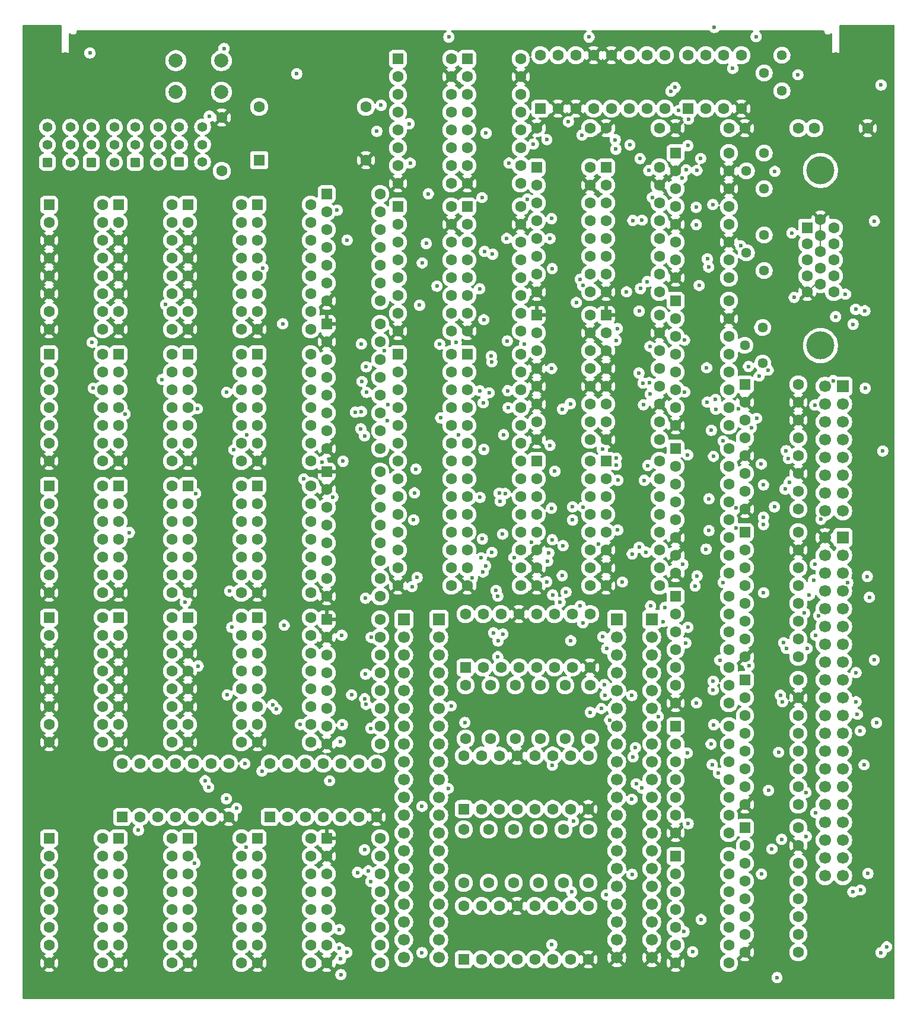
<source format=gbr>
%TF.GenerationSoftware,KiCad,Pcbnew,9.0.6*%
%TF.CreationDate,2025-12-26T02:04:48+08:00*%
%TF.ProjectId,vga_video_card,7667615f-7669-4646-956f-5f636172642e,rev?*%
%TF.SameCoordinates,Original*%
%TF.FileFunction,Copper,L2,Inr*%
%TF.FilePolarity,Positive*%
%FSLAX46Y46*%
G04 Gerber Fmt 4.6, Leading zero omitted, Abs format (unit mm)*
G04 Created by KiCad (PCBNEW 9.0.6) date 2025-12-26 02:04:48*
%MOMM*%
%LPD*%
G01*
G04 APERTURE LIST*
G04 Aperture macros list*
%AMRoundRect*
0 Rectangle with rounded corners*
0 $1 Rounding radius*
0 $2 $3 $4 $5 $6 $7 $8 $9 X,Y pos of 4 corners*
0 Add a 4 corners polygon primitive as box body*
4,1,4,$2,$3,$4,$5,$6,$7,$8,$9,$2,$3,0*
0 Add four circle primitives for the rounded corners*
1,1,$1+$1,$2,$3*
1,1,$1+$1,$4,$5*
1,1,$1+$1,$6,$7*
1,1,$1+$1,$8,$9*
0 Add four rect primitives between the rounded corners*
20,1,$1+$1,$2,$3,$4,$5,0*
20,1,$1+$1,$4,$5,$6,$7,0*
20,1,$1+$1,$6,$7,$8,$9,0*
20,1,$1+$1,$8,$9,$2,$3,0*%
G04 Aperture macros list end*
%TA.AperFunction,ComponentPad*%
%ADD10C,1.600000*%
%TD*%
%TA.AperFunction,ComponentPad*%
%ADD11RoundRect,0.250000X0.550000X-0.550000X0.550000X0.550000X-0.550000X0.550000X-0.550000X-0.550000X0*%
%TD*%
%TA.AperFunction,ComponentPad*%
%ADD12RoundRect,0.250000X-0.550000X-0.550000X0.550000X-0.550000X0.550000X0.550000X-0.550000X0.550000X0*%
%TD*%
%TA.AperFunction,ComponentPad*%
%ADD13C,1.700000*%
%TD*%
%TA.AperFunction,ComponentPad*%
%ADD14R,1.700000X1.700000*%
%TD*%
%TA.AperFunction,ComponentPad*%
%ADD15R,1.600000X1.600000*%
%TD*%
%TA.AperFunction,ComponentPad*%
%ADD16RoundRect,0.250000X0.450000X-0.450000X0.450000X0.450000X-0.450000X0.450000X-0.450000X-0.450000X0*%
%TD*%
%TA.AperFunction,ComponentPad*%
%ADD17C,1.400000*%
%TD*%
%TA.AperFunction,ComponentPad*%
%ADD18C,1.440000*%
%TD*%
%TA.AperFunction,ComponentPad*%
%ADD19C,0.800000*%
%TD*%
%TA.AperFunction,ComponentPad*%
%ADD20C,6.400000*%
%TD*%
%TA.AperFunction,ComponentPad*%
%ADD21C,2.000000*%
%TD*%
%TA.AperFunction,ComponentPad*%
%ADD22C,4.000000*%
%TD*%
%TA.AperFunction,ViaPad*%
%ADD23C,0.600000*%
%TD*%
%TA.AperFunction,Conductor*%
%ADD24C,0.200000*%
%TD*%
G04 APERTURE END LIST*
D10*
%TO.N,+5V*%
%TO.C,R10*%
X88138000Y-109728000D03*
%TO.N,/RAM_module/ext_graphics_rclk*%
X88138000Y-117348000D03*
%TD*%
%TO.N,/RAM_module/ext_graphics_rclk*%
%TO.C,R2*%
X80772000Y-137922000D03*
%TO.N,+5V*%
X80772000Y-130302000D03*
%TD*%
D11*
%TO.N,/RAM_module/RAM_bus_mux/w_addr1*%
%TO.C,U33*%
X80772000Y-127396000D03*
D10*
%TO.N,/RAM_module/RAM_bus_mux/w_addr2*%
X83312000Y-127396000D03*
%TO.N,/RAM_module/RAM_bus_mux/w_addr3*%
X85852000Y-127396000D03*
%TO.N,/RAM_module/RAM_bus_mux/w_addr4*%
X88392000Y-127396000D03*
%TO.N,/RAM_module/RAM_bus_mux/w_addr5*%
X90932000Y-127396000D03*
%TO.N,/RAM_module/RAM_bus_mux/w_addr6*%
X93472000Y-127396000D03*
%TO.N,/RAM_module/RAM_bus_mux/w_addr7*%
X96012000Y-127396000D03*
%TO.N,GND*%
X98552000Y-127396000D03*
%TO.N,unconnected-(U33-QH&apos;-Pad9)*%
X98552000Y-119776000D03*
%TO.N,/RAM_module/ext_graphics_source/data_~{srclr}*%
X96012000Y-119776000D03*
%TO.N,/RAM_module/ext_graphics_source/data_srclk*%
X93472000Y-119776000D03*
%TO.N,/RAM_module/ext_graphics_rclk*%
X90932000Y-119776000D03*
%TO.N,GND*%
X88392000Y-119776000D03*
%TO.N,/RAM_module/ext_graphics_source/i_addr_ser*%
X85852000Y-119776000D03*
%TO.N,/RAM_module/RAM_bus_mux/w_addr0*%
X83312000Y-119776000D03*
%TO.N,+5V*%
X80772000Y-119776000D03*
%TD*%
%TO.N,+5V*%
%TO.C,U12*%
X58928000Y-81280000D03*
%TO.N,/mrst*%
X58928000Y-83820000D03*
%TO.N,/eo_frame*%
X58928000Y-86360000D03*
%TO.N,/vertical_counter/rst*%
X58928000Y-88900000D03*
%TO.N,/vertical_counter/eo_syncp_605*%
X58928000Y-91440000D03*
%TO.N,/vertical_counter/eo_fporch_601*%
X58928000Y-93980000D03*
%TO.N,Net-(U24A-J)*%
X58928000Y-96520000D03*
%TO.N,GND*%
X51308000Y-96520000D03*
%TO.N,/horizontal_counter/rst*%
X51308000Y-93980000D03*
%TO.N,/mrst*%
X51308000Y-91440000D03*
%TO.N,/eo_line*%
X51308000Y-88900000D03*
%TO.N,Net-(U11A-J)*%
X51308000Y-86360000D03*
%TO.N,/horizontal_counter/eo_syncp_242*%
X51308000Y-83820000D03*
D12*
%TO.N,/horizontal_counter/eo_fporch_210*%
X51308000Y-81280000D03*
%TD*%
D10*
%TO.N,+5V*%
%TO.C,U3*%
X49022000Y-41148000D03*
%TO.N,unconnected-(U3-TC-Pad15)*%
X49022000Y-43688000D03*
%TO.N,/horizontal_counter/bit_8*%
X49022000Y-46228000D03*
%TO.N,unconnected-(U3-Q1-Pad13)*%
X49022000Y-48768000D03*
%TO.N,unconnected-(U3-Q2-Pad12)*%
X49022000Y-51308000D03*
%TO.N,unconnected-(U3-Q3-Pad11)*%
X49022000Y-53848000D03*
%TO.N,+5V*%
X49022000Y-56388000D03*
X49022000Y-58928000D03*
%TO.N,GND*%
X41402000Y-58928000D03*
%TO.N,+5V*%
X41402000Y-56388000D03*
%TO.N,GND*%
X41402000Y-53848000D03*
X41402000Y-51308000D03*
X41402000Y-48768000D03*
X41402000Y-46228000D03*
%TO.N,Net-(U2-TC)*%
X41402000Y-43688000D03*
D12*
%TO.N,/horizontal_counter/~{rst}*%
X41402000Y-41148000D03*
%TD*%
D10*
%TO.N,+5V*%
%TO.C,U2*%
X39116000Y-41148000D03*
%TO.N,Net-(U2-TC)*%
X39116000Y-43688000D03*
%TO.N,/horizontal_counter/bit_4*%
X39116000Y-46228000D03*
%TO.N,/horizontal_counter/bit_5*%
X39116000Y-48768000D03*
%TO.N,/horizontal_counter/bit_6*%
X39116000Y-51308000D03*
%TO.N,/horizontal_counter/bit_7*%
X39116000Y-53848000D03*
%TO.N,+5V*%
X39116000Y-56388000D03*
X39116000Y-58928000D03*
%TO.N,GND*%
X31496000Y-58928000D03*
%TO.N,+5V*%
X31496000Y-56388000D03*
%TO.N,GND*%
X31496000Y-53848000D03*
X31496000Y-51308000D03*
X31496000Y-48768000D03*
X31496000Y-46228000D03*
%TO.N,Net-(U1-TC)*%
X31496000Y-43688000D03*
D12*
%TO.N,/horizontal_counter/~{rst}*%
X31496000Y-41148000D03*
%TD*%
D10*
%TO.N,+5V*%
%TO.C,U9*%
X39121000Y-81280000D03*
%TO.N,N/C*%
X39121000Y-83820000D03*
%TO.N,/horizontal_counter/bit_7*%
X39121000Y-86360000D03*
%TO.N,/horizontal_counter/bit_6*%
X39121000Y-88900000D03*
%TO.N,N/C*%
X39121000Y-91440000D03*
X39121000Y-93980000D03*
%TO.N,Net-(U5-Pad13)*%
X39121000Y-96520000D03*
%TO.N,GND*%
X31501000Y-96520000D03*
%TO.N,/horizontal_counter/~{bit_5}*%
X31501000Y-93980000D03*
%TO.N,/horizontal_counter/~{bit_4}*%
X31501000Y-91440000D03*
%TO.N,/horizontal_counter/bit_3*%
X31501000Y-88900000D03*
%TO.N,/horizontal_counter/~{bit_2}*%
X31501000Y-86360000D03*
%TO.N,/horizontal_counter/~{bit_1}*%
X31501000Y-83820000D03*
D12*
%TO.N,/horizontal_counter/~{bit_0}*%
X31501000Y-81280000D03*
%TD*%
D10*
%TO.N,+5V*%
%TO.C,U1*%
X29210000Y-41148000D03*
%TO.N,Net-(U1-TC)*%
X29210000Y-43688000D03*
%TO.N,/horizontal_counter/bit_0*%
X29210000Y-46228000D03*
%TO.N,/horizontal_counter/bit_1*%
X29210000Y-48768000D03*
%TO.N,/horizontal_counter/bit_2*%
X29210000Y-51308000D03*
%TO.N,/horizontal_counter/bit_3*%
X29210000Y-53848000D03*
%TO.N,+5V*%
X29210000Y-56388000D03*
X29210000Y-58928000D03*
%TO.N,GND*%
X21590000Y-58928000D03*
%TO.N,+5V*%
X21590000Y-56388000D03*
%TO.N,GND*%
X21590000Y-53848000D03*
X21590000Y-51308000D03*
X21590000Y-48768000D03*
X21590000Y-46228000D03*
%TO.N,/horizontal_counter/CLK*%
X21590000Y-43688000D03*
D12*
%TO.N,/horizontal_counter/~{rst}*%
X21590000Y-41148000D03*
%TD*%
D13*
%TO.N,unconnected-(J6-Pin_40-Pad40)*%
%TO.C,J6*%
X132334000Y-136906000D03*
%TO.N,/RAM1_~{WE}*%
X134874000Y-136906000D03*
%TO.N,unconnected-(J6-Pin_38-Pad38)*%
X132334000Y-134366000D03*
%TO.N,/RAM1_~{CE}*%
X134874000Y-134366000D03*
%TO.N,/ext_clk*%
X132334000Y-131826000D03*
%TO.N,/RAM0_~{WE}*%
X134874000Y-131826000D03*
%TO.N,/writing_RAM*%
X132334000Y-129286000D03*
%TO.N,/RAM0_~{CE}*%
X134874000Y-129286000D03*
%TO.N,/int_brightness*%
X132334000Y-126746000D03*
%TO.N,/v_sync*%
X134874000Y-126746000D03*
%TO.N,/ext_B*%
X132334000Y-124206000D03*
%TO.N,/h_sync*%
X134874000Y-124206000D03*
%TO.N,/ext_G*%
X132334000Y-121666000D03*
%TO.N,/VGA_B*%
X134874000Y-121666000D03*
%TO.N,/ext_R*%
X132334000Y-119126000D03*
%TO.N,/VGA_G*%
X134874000Y-119126000D03*
%TO.N,/is_vis_area*%
X132334000Y-116586000D03*
%TO.N,/VGA_R*%
X134874000Y-116586000D03*
%TO.N,/is_v_vis_area*%
X132334000Y-114046000D03*
%TO.N,/eo_frame*%
X134874000Y-114046000D03*
%TO.N,/is_h_vis_area*%
X132334000Y-111506000D03*
%TO.N,/eo_line*%
X134874000Y-111506000D03*
%TO.N,/RAM_module/r_j_addr7*%
X132334000Y-108966000D03*
%TO.N,/RAM_module/r_i_addr7*%
X134874000Y-108966000D03*
%TO.N,/RAM_module/r_j_addr6*%
X132334000Y-106426000D03*
%TO.N,/RAM_module/r_i_addr6*%
X134874000Y-106426000D03*
%TO.N,/RAM_module/r_j_addr5*%
X132334000Y-103886000D03*
%TO.N,/RAM_module/r_i_addr5*%
X134874000Y-103886000D03*
%TO.N,/RAM_module/r_j_addr4*%
X132334000Y-101346000D03*
%TO.N,/RAM_module/r_i_addr4*%
X134874000Y-101346000D03*
%TO.N,/RAM_module/r_j_addr3*%
X132334000Y-98806000D03*
%TO.N,/RAM_module/r_i_addr3*%
X134874000Y-98806000D03*
%TO.N,/RAM_module/r_j_addr2*%
X132334000Y-96266000D03*
%TO.N,/RAM_module/r_i_addr2*%
X134874000Y-96266000D03*
%TO.N,/RAM_module/r_j_addr1*%
X132334000Y-93726000D03*
%TO.N,/RAM_module/r_i_addr1*%
X134874000Y-93726000D03*
%TO.N,/RAM_module/r_j_addr0*%
X132334000Y-91186000D03*
%TO.N,/RAM_module/r_i_addr0*%
X134874000Y-91186000D03*
%TO.N,GND*%
X132334000Y-88646000D03*
D14*
%TO.N,+5V*%
X134874000Y-88646000D03*
%TD*%
D12*
%TO.N,/RAM_module/r_j_addr0*%
%TO.C,U47*%
X81280000Y-20320000D03*
D10*
%TO.N,/RAM_module/r_j_addr5*%
X81280000Y-22860000D03*
%TO.N,/RAM_module/RAM_bus_mux/w_addr12*%
X81280000Y-25400000D03*
%TO.N,/RAM_module/RAM0_a12*%
X81280000Y-27940000D03*
%TO.N,/RAM_module/r_j_addr6*%
X81280000Y-30480000D03*
%TO.N,/RAM_module/RAM_bus_mux/w_addr13*%
X81280000Y-33020000D03*
%TO.N,/RAM_module/RAM0_a13*%
X81280000Y-35560000D03*
%TO.N,GND*%
X81280000Y-38100000D03*
%TO.N,unconnected-(U47-Zd-Pad9)*%
X88900000Y-38100000D03*
%TO.N,unconnected-(U47-I1d-Pad10)*%
X88900000Y-35560000D03*
%TO.N,unconnected-(U47-I0d-Pad11)*%
X88900000Y-33020000D03*
%TO.N,/RAM_module/RAM0_a14*%
X88900000Y-30480000D03*
%TO.N,/RAM_module/RAM_bus_mux/w_addr14*%
X88900000Y-27940000D03*
%TO.N,/RAM_module/r_j_addr7*%
X88900000Y-25400000D03*
%TO.N,GND*%
X88900000Y-22860000D03*
%TO.N,+5V*%
X88900000Y-20320000D03*
%TD*%
D15*
%TO.N,+5V*%
%TO.C,Y1*%
X51562000Y-34798000D03*
D10*
%TO.N,GND*%
X66802000Y-34798000D03*
%TO.N,Net-(Y1-OUT)*%
X66802000Y-27178000D03*
%TO.N,+5V*%
X51562000Y-27178000D03*
%TD*%
D12*
%TO.N,GND*%
%TO.C,U14*%
X61214000Y-79248000D03*
D10*
X61214000Y-81788000D03*
%TO.N,/RAM_module/r_j_addr4*%
X61214000Y-84328000D03*
%TO.N,/RAM_module/r_j_addr5*%
X61214000Y-86868000D03*
%TO.N,/RAM_module/r_j_addr6*%
X61214000Y-89408000D03*
%TO.N,/RAM_module/r_j_addr7*%
X61214000Y-91948000D03*
%TO.N,/horizontal_counter/CLK*%
X61214000Y-94488000D03*
%TO.N,GND*%
X61214000Y-97028000D03*
%TO.N,/horizontal_counter/~{is_h_vis_area}*%
X68834000Y-97028000D03*
X68834000Y-94488000D03*
%TO.N,/horizontal_counter/bit_7*%
X68834000Y-91948000D03*
%TO.N,/horizontal_counter/bit_6*%
X68834000Y-89408000D03*
%TO.N,/horizontal_counter/bit_5*%
X68834000Y-86868000D03*
%TO.N,/horizontal_counter/bit_4*%
X68834000Y-84328000D03*
%TO.N,/horizontal_counter/rst*%
X68834000Y-81788000D03*
%TO.N,+5V*%
X68834000Y-79248000D03*
%TD*%
D16*
%TO.N,/int_brightness*%
%TO.C,SW3*%
X27603000Y-35092000D03*
D17*
%TO.N,Net-(RV3-Pad2)*%
X27603000Y-32592000D03*
%TO.N,/ext_G*%
X27603000Y-30092000D03*
X30903000Y-30092000D03*
%TO.N,Net-(RV3-Pad2)*%
X30903000Y-32592000D03*
%TO.N,/int_brightness*%
X30903000Y-35092000D03*
%TD*%
D12*
%TO.N,/RAM_module/r_j_addr0*%
%TO.C,U44*%
X71374000Y-41402000D03*
D10*
%TO.N,/RAM_module/r_i_addr0*%
X71374000Y-43942000D03*
%TO.N,/RAM_module/RAM_bus_mux/w_addr0*%
X71374000Y-46482000D03*
%TO.N,/RAM_module/RAM0_a0*%
X71374000Y-49022000D03*
%TO.N,/RAM_module/r_i_addr1*%
X71374000Y-51562000D03*
%TO.N,/RAM_module/RAM_bus_mux/w_addr1*%
X71374000Y-54102000D03*
%TO.N,/RAM_module/RAM0_a1*%
X71374000Y-56642000D03*
%TO.N,GND*%
X71374000Y-59182000D03*
%TO.N,/RAM_module/RAM0_a3*%
X78994000Y-59182000D03*
%TO.N,/RAM_module/RAM_bus_mux/w_addr3*%
X78994000Y-56642000D03*
%TO.N,/RAM_module/r_i_addr3*%
X78994000Y-54102000D03*
%TO.N,/RAM_module/RAM0_a2*%
X78994000Y-51562000D03*
%TO.N,/RAM_module/RAM_bus_mux/w_addr2*%
X78994000Y-49022000D03*
%TO.N,/RAM_module/r_i_addr2*%
X78994000Y-46482000D03*
%TO.N,GND*%
X78994000Y-43942000D03*
%TO.N,+5V*%
X78994000Y-41402000D03*
%TD*%
D12*
%TO.N,/RAM_module/r_j_addr0*%
%TO.C,U45*%
X81280000Y-41402000D03*
D10*
%TO.N,/RAM_module/r_i_addr4*%
X81280000Y-43942000D03*
%TO.N,/RAM_module/RAM_bus_mux/w_addr4*%
X81280000Y-46482000D03*
%TO.N,/RAM_module/RAM0_a4*%
X81280000Y-49022000D03*
%TO.N,/RAM_module/r_i_addr5*%
X81280000Y-51562000D03*
%TO.N,/RAM_module/RAM_bus_mux/w_addr5*%
X81280000Y-54102000D03*
%TO.N,/RAM_module/RAM0_a5*%
X81280000Y-56642000D03*
%TO.N,GND*%
X81280000Y-59182000D03*
%TO.N,/RAM_module/RAM0_a7*%
X88900000Y-59182000D03*
%TO.N,/RAM_module/RAM_bus_mux/w_addr7*%
X88900000Y-56642000D03*
%TO.N,/RAM_module/r_i_addr7*%
X88900000Y-54102000D03*
%TO.N,/RAM_module/RAM0_a6*%
X88900000Y-51562000D03*
%TO.N,/RAM_module/RAM_bus_mux/w_addr6*%
X88900000Y-49022000D03*
%TO.N,/RAM_module/r_i_addr6*%
X88900000Y-46482000D03*
%TO.N,GND*%
X88900000Y-43942000D03*
%TO.N,+5V*%
X88900000Y-41402000D03*
%TD*%
D11*
%TO.N,/vertical_counter/bit_3*%
%TO.C,U18*%
X32004000Y-128519000D03*
D10*
%TO.N,/vertical_counter/~{bit_3}*%
X34544000Y-128519000D03*
%TO.N,/vertical_counter/bit_4*%
X37084000Y-128519000D03*
%TO.N,/vertical_counter/~{bit_4}*%
X39624000Y-128519000D03*
%TO.N,/vertical_counter/bit_5*%
X42164000Y-128519000D03*
%TO.N,/vertical_counter/~{bit_5}*%
X44704000Y-128519000D03*
%TO.N,GND*%
X47244000Y-128519000D03*
%TO.N,/vertical_counter/~{bit_6}*%
X47244000Y-120899000D03*
%TO.N,/vertical_counter/bit_6*%
X44704000Y-120899000D03*
%TO.N,/vertical_counter/~{bit_7}*%
X42164000Y-120899000D03*
%TO.N,/vertical_counter/bit_7*%
X39624000Y-120899000D03*
%TO.N,/vertical_counter/~{bit_8}*%
X37084000Y-120899000D03*
%TO.N,/vertical_counter/bit_8*%
X34544000Y-120899000D03*
%TO.N,+5V*%
X32004000Y-120899000D03*
%TD*%
D12*
%TO.N,/RAM_module/r_j_addr0*%
%TO.C,U46*%
X71374000Y-20320000D03*
D10*
%TO.N,/RAM_module/r_j_addr1*%
X71374000Y-22860000D03*
%TO.N,/RAM_module/RAM_bus_mux/w_addr8*%
X71374000Y-25400000D03*
%TO.N,/RAM_module/RAM0_a8*%
X71374000Y-27940000D03*
%TO.N,/RAM_module/r_j_addr2*%
X71374000Y-30480000D03*
%TO.N,/RAM_module/RAM_bus_mux/w_addr9*%
X71374000Y-33020000D03*
%TO.N,/RAM_module/RAM0_a9*%
X71374000Y-35560000D03*
%TO.N,GND*%
X71374000Y-38100000D03*
%TO.N,/RAM_module/RAM0_a11*%
X78994000Y-38100000D03*
%TO.N,/RAM_module/RAM_bus_mux/w_addr11*%
X78994000Y-35560000D03*
%TO.N,/RAM_module/r_j_addr4*%
X78994000Y-33020000D03*
%TO.N,/RAM_module/RAM0_a10*%
X78994000Y-30480000D03*
%TO.N,/RAM_module/RAM_bus_mux/w_addr10*%
X78994000Y-27940000D03*
%TO.N,/RAM_module/r_j_addr3*%
X78994000Y-25400000D03*
%TO.N,GND*%
X78994000Y-22860000D03*
%TO.N,+5V*%
X78994000Y-20320000D03*
%TD*%
%TO.N,/VGA_G*%
%TO.C,R17*%
X128524000Y-30226000D03*
%TO.N,GND*%
X120904000Y-30226000D03*
%TD*%
D12*
%TO.N,/RAM_module/RAM0_d7*%
%TO.C,U54*%
X110998000Y-75946000D03*
D10*
%TO.N,/RAM_module/RAM1_d7*%
X110998000Y-78486000D03*
%TO.N,unconnected-(U54-Z1-Pad3)*%
X110998000Y-81026000D03*
%TO.N,unconnected-(U54-Z-Pad4)*%
X110998000Y-83566000D03*
%TO.N,unconnected-(U54-Z0-Pad5)*%
X110998000Y-86106000D03*
%TO.N,GND*%
X110998000Y-88646000D03*
X110998000Y-91186000D03*
X110998000Y-93726000D03*
%TO.N,/RAM_module/r_j_addr0*%
X118618000Y-93726000D03*
X118618000Y-91186000D03*
X118618000Y-88646000D03*
%TO.N,/RAM_module/RAM1_d6*%
X118618000Y-86106000D03*
%TO.N,/RAM_module/RAM0_d6*%
X118618000Y-83566000D03*
%TO.N,/RAM_module/RAM_bus_mux/w_data6*%
X118618000Y-81026000D03*
%TO.N,/RAM_module/RAM_bus_mux/w_data7*%
X118618000Y-78486000D03*
%TO.N,+5V*%
X118618000Y-75946000D03*
%TD*%
D12*
%TO.N,/RAM_module/RAM1_a5*%
%TO.C,U31*%
X81280000Y-62484000D03*
D10*
%TO.N,/RAM_module/RAM1_a6*%
X81280000Y-65024000D03*
%TO.N,/RAM_module/RAM1_a7*%
X81280000Y-67564000D03*
%TO.N,/RAM_module/RAM1_a8*%
X81280000Y-70104000D03*
%TO.N,/RAM_module/RAM1_a9*%
X81280000Y-72644000D03*
%TO.N,/RAM_module/RAM1_a10*%
X81280000Y-75184000D03*
%TO.N,/RAM_module/RAM1_a11*%
X81280000Y-77724000D03*
%TO.N,/RAM_module/RAM1_a12*%
X81280000Y-80264000D03*
%TO.N,/RAM_module/RAM1_a13*%
X81280000Y-82804000D03*
%TO.N,/RAM_module/RAM1_a14*%
X81280000Y-85344000D03*
%TO.N,/RAM_module/RAM1_d0*%
X81280000Y-87884000D03*
%TO.N,/RAM_module/RAM1_d1*%
X81280000Y-90424000D03*
%TO.N,/RAM_module/RAM1_d2*%
X81280000Y-92964000D03*
%TO.N,GND*%
X81280000Y-95504000D03*
%TO.N,/RAM_module/RAM1_d3*%
X88900000Y-95504000D03*
%TO.N,/RAM_module/RAM1_d4*%
X88900000Y-92964000D03*
%TO.N,/RAM_module/RAM1_d5*%
X88900000Y-90424000D03*
%TO.N,/RAM_module/RAM1_d6*%
X88900000Y-87884000D03*
%TO.N,/RAM_module/RAM1_d7*%
X88900000Y-85344000D03*
%TO.N,/RAM1_~{CE}*%
X88900000Y-82804000D03*
%TO.N,/RAM_module/RAM1_a0*%
X88900000Y-80264000D03*
%TO.N,/RAM1_~{CE}*%
X88900000Y-77724000D03*
%TO.N,/RAM_module/RAM1_a1*%
X88900000Y-75184000D03*
%TO.N,/RAM_module/RAM1_a2*%
X88900000Y-72644000D03*
%TO.N,/RAM_module/RAM1_a3*%
X88900000Y-70104000D03*
%TO.N,/RAM_module/RAM1_a4*%
X88900000Y-67564000D03*
%TO.N,/RAM1_~{WE}*%
X88900000Y-65024000D03*
%TO.N,+5V*%
X88900000Y-62484000D03*
%TD*%
D12*
%TO.N,GND*%
%TO.C,U29*%
X101092000Y-56896000D03*
D10*
%TO.N,/RAM_module/r_j_addr0*%
X101092000Y-59436000D03*
%TO.N,GND*%
X101092000Y-61976000D03*
X101092000Y-64516000D03*
X101092000Y-67056000D03*
%TO.N,+5V*%
X101092000Y-69596000D03*
%TO.N,/RAM1_~{CE}*%
X101092000Y-72136000D03*
%TO.N,GND*%
X101092000Y-74676000D03*
%TO.N,/RAM1_~{WE}*%
X108712000Y-74676000D03*
%TO.N,+5V*%
X108712000Y-72136000D03*
%TO.N,GND*%
X108712000Y-69596000D03*
%TO.N,+5V*%
X108712000Y-67056000D03*
X108712000Y-64516000D03*
%TO.N,/RAM_module/RAM_bus_mux/w_j_addr0*%
X108712000Y-61976000D03*
%TO.N,GND*%
X108712000Y-59436000D03*
%TO.N,+5V*%
X108712000Y-56896000D03*
%TD*%
D12*
%TO.N,GND*%
%TO.C,U25*%
X61214000Y-100330000D03*
D10*
X61214000Y-102870000D03*
%TO.N,/RAM_module/r_i_addr0*%
X61214000Y-105410000D03*
%TO.N,/RAM_module/r_i_addr1*%
X61214000Y-107950000D03*
%TO.N,/RAM_module/r_i_addr2*%
X61214000Y-110490000D03*
%TO.N,/RAM_module/r_i_addr3*%
X61214000Y-113030000D03*
%TO.N,/eo_line*%
X61214000Y-115570000D03*
%TO.N,GND*%
X61214000Y-118110000D03*
%TO.N,/vertical_counter/~{is_v_vis_area}*%
X68834000Y-118110000D03*
X68834000Y-115570000D03*
%TO.N,/vertical_counter/bit_5*%
X68834000Y-113030000D03*
%TO.N,/vertical_counter/bit_4*%
X68834000Y-110490000D03*
%TO.N,/vertical_counter/bit_3*%
X68834000Y-107950000D03*
%TO.N,/vertical_counter/bit_2*%
X68834000Y-105410000D03*
%TO.N,/vertical_counter/rst*%
X68834000Y-102870000D03*
%TO.N,+5V*%
X68834000Y-100330000D03*
%TD*%
D12*
%TO.N,/horizontal_counter/bit_0*%
%TO.C,U4*%
X21590000Y-62484000D03*
D10*
%TO.N,/horizontal_counter/~{bit_0}*%
X21590000Y-65024000D03*
%TO.N,/horizontal_counter/bit_1*%
X21590000Y-67564000D03*
%TO.N,/horizontal_counter/~{bit_1}*%
X21590000Y-70104000D03*
%TO.N,/horizontal_counter/bit_2*%
X21590000Y-72644000D03*
%TO.N,/horizontal_counter/~{bit_2}*%
X21590000Y-75184000D03*
%TO.N,GND*%
X21590000Y-77724000D03*
%TO.N,/horizontal_counter/~{bit_3}*%
X29210000Y-77724000D03*
%TO.N,/horizontal_counter/bit_3*%
X29210000Y-75184000D03*
%TO.N,/horizontal_counter/~{bit_4}*%
X29210000Y-72644000D03*
%TO.N,/horizontal_counter/bit_4*%
X29210000Y-70104000D03*
%TO.N,/horizontal_counter/~{bit_5}*%
X29210000Y-67564000D03*
%TO.N,/horizontal_counter/bit_5*%
X29210000Y-65024000D03*
%TO.N,+5V*%
X29210000Y-62484000D03*
%TD*%
D12*
%TO.N,GND*%
%TO.C,U28*%
X91186000Y-56896000D03*
D10*
%TO.N,/RAM_module/r_j_addr0*%
X91186000Y-59436000D03*
%TO.N,+5V*%
X91186000Y-61976000D03*
%TO.N,GND*%
X91186000Y-64516000D03*
X91186000Y-67056000D03*
X91186000Y-69596000D03*
%TO.N,/RAM0_~{CE}*%
X91186000Y-72136000D03*
%TO.N,GND*%
X91186000Y-74676000D03*
%TO.N,/RAM0_~{WE}*%
X98806000Y-74676000D03*
%TO.N,+5V*%
X98806000Y-72136000D03*
X98806000Y-69596000D03*
%TO.N,GND*%
X98806000Y-67056000D03*
%TO.N,+5V*%
X98806000Y-64516000D03*
%TO.N,/RAM_module/RAM_bus_mux/w_j_addr0*%
X98806000Y-61976000D03*
%TO.N,GND*%
X98806000Y-59436000D03*
%TO.N,+5V*%
X98806000Y-56896000D03*
%TD*%
D12*
%TO.N,/writing_RAM*%
%TO.C,U40*%
X111003000Y-115570000D03*
D10*
%TO.N,+5V*%
X111003000Y-118110000D03*
%TO.N,/RAM_module/ext_graphics_rclk*%
X111003000Y-120650000D03*
%TO.N,+5V*%
X111003000Y-123190000D03*
%TO.N,unconnected-(U40A-Q-Pad5)*%
X111003000Y-125730000D03*
%TO.N,/RAM_module/can_upd*%
X111003000Y-128270000D03*
%TO.N,GND*%
X111003000Y-130810000D03*
%TO.N,unconnected-(U40B-~{Q}-Pad8)*%
X118623000Y-130810000D03*
%TO.N,unconnected-(U40B-Q-Pad9)*%
X118623000Y-128270000D03*
%TO.N,unconnected-(U40B-~{S}-Pad10)*%
X118623000Y-125730000D03*
%TO.N,unconnected-(U40B-C-Pad11)*%
X118623000Y-123190000D03*
%TO.N,unconnected-(U40B-D-Pad12)*%
X118623000Y-120650000D03*
%TO.N,unconnected-(U40B-~{R}-Pad13)*%
X118623000Y-118110000D03*
%TO.N,+5V*%
X118623000Y-115570000D03*
%TD*%
%TO.N,/RAM_module/ext_graphics_source/data_~{srclr}*%
%TO.C,R11*%
X91694000Y-117348000D03*
%TO.N,+5V*%
X91694000Y-109728000D03*
%TD*%
D16*
%TO.N,Net-(Y1-OUT)*%
%TO.C,SW5*%
X40182500Y-35052000D03*
D17*
%TO.N,/horizontal_counter/CLK*%
X40182500Y-32552000D03*
%TO.N,/ext_clk*%
X40182500Y-30052000D03*
X43482500Y-30052000D03*
%TO.N,/horizontal_counter/CLK*%
X43482500Y-32552000D03*
%TO.N,Net-(Y1-OUT)*%
X43482500Y-35052000D03*
%TD*%
D12*
%TO.N,/RAM_module/r_j_addr0*%
%TO.C,U48*%
X91186000Y-35814000D03*
D10*
%TO.N,/RAM_module/RAM_bus_mux/w_addr0*%
X91186000Y-38354000D03*
%TO.N,/RAM_module/r_i_addr0*%
X91186000Y-40894000D03*
%TO.N,/RAM_module/RAM1_a0*%
X91186000Y-43434000D03*
%TO.N,/RAM_module/RAM_bus_mux/w_addr1*%
X91186000Y-45974000D03*
%TO.N,/RAM_module/r_i_addr1*%
X91186000Y-48514000D03*
%TO.N,/RAM_module/RAM1_a1*%
X91186000Y-51054000D03*
%TO.N,GND*%
X91186000Y-53594000D03*
%TO.N,/RAM_module/RAM1_a3*%
X98806000Y-53594000D03*
%TO.N,/RAM_module/r_i_addr3*%
X98806000Y-51054000D03*
%TO.N,/RAM_module/RAM_bus_mux/w_addr3*%
X98806000Y-48514000D03*
%TO.N,/RAM_module/RAM1_a2*%
X98806000Y-45974000D03*
%TO.N,/RAM_module/r_i_addr2*%
X98806000Y-43434000D03*
%TO.N,/RAM_module/RAM_bus_mux/w_addr2*%
X98806000Y-40894000D03*
%TO.N,GND*%
X98806000Y-38354000D03*
%TO.N,+5V*%
X98806000Y-35814000D03*
%TD*%
D14*
%TO.N,/RAM_module/RAM0_d0*%
%TO.C,J7*%
X134874000Y-67056000D03*
D13*
%TO.N,/RAM_module/RAM1_d0*%
X132334000Y-67056000D03*
%TO.N,/RAM_module/RAM0_d1*%
X134874000Y-69596000D03*
%TO.N,/RAM_module/RAM1_d1*%
X132334000Y-69596000D03*
%TO.N,/RAM_module/RAM0_d2*%
X134874000Y-72136000D03*
%TO.N,/RAM_module/RAM1_d2*%
X132334000Y-72136000D03*
%TO.N,/RAM_module/RAM0_d3*%
X134874000Y-74676000D03*
%TO.N,/RAM_module/RAM1_d3*%
X132334000Y-74676000D03*
%TO.N,/RAM_module/RAM0_d4*%
X134874000Y-77216000D03*
%TO.N,/RAM_module/RAM1_d4*%
X132334000Y-77216000D03*
%TO.N,/RAM_module/RAM0_d5*%
X134874000Y-79756000D03*
%TO.N,/RAM_module/RAM1_d5*%
X132334000Y-79756000D03*
%TO.N,/RAM_module/RAM0_d6*%
X134874000Y-82296000D03*
%TO.N,/RAM_module/RAM1_d6*%
X132334000Y-82296000D03*
%TO.N,/RAM_module/RAM0_d7*%
X134874000Y-84836000D03*
%TO.N,/RAM_module/RAM1_d7*%
X132334000Y-84836000D03*
%TD*%
D10*
%TO.N,/RAM_module/ext_graphics_source/data_srclk*%
%TO.C,R12*%
X95250000Y-117348000D03*
%TO.N,+5V*%
X95250000Y-109728000D03*
%TD*%
D18*
%TO.N,/VGA_R*%
%TO.C,RV2 (R)*%
X123444000Y-58674000D03*
%TO.N,Net-(RV2-Pad2)*%
X120904000Y-61214000D03*
%TO.N,unconnected-(RV2-Pad3)*%
X123444000Y-63754000D03*
%TD*%
D12*
%TO.N,/horizontal_counter/CLK*%
%TO.C,U27*%
X61214000Y-39624000D03*
D10*
%TO.N,/horizontal_counter/~{CLK}*%
X61214000Y-42164000D03*
%TO.N,unconnected-(U27-Pad3)*%
X61214000Y-44704000D03*
%TO.N,unconnected-(U27-Pad4)*%
X61214000Y-47244000D03*
%TO.N,unconnected-(U27-Pad5)*%
X61214000Y-49784000D03*
%TO.N,unconnected-(U27-Pad6)*%
X61214000Y-52324000D03*
%TO.N,GND*%
X61214000Y-54864000D03*
%TO.N,unconnected-(U27-Pad8)*%
X68834000Y-54864000D03*
%TO.N,unconnected-(U27-Pad9)*%
X68834000Y-52324000D03*
%TO.N,unconnected-(U27-Pad10)*%
X68834000Y-49784000D03*
%TO.N,unconnected-(U27-Pad11)*%
X68834000Y-47244000D03*
%TO.N,unconnected-(U27-Pad12)*%
X68834000Y-44704000D03*
%TO.N,unconnected-(U27-Pad13)*%
X68834000Y-42164000D03*
%TO.N,+5V*%
X68834000Y-39624000D03*
%TD*%
D12*
%TO.N,/horizontal_counter/~{eo_line}*%
%TO.C,U24*%
X51313000Y-131572000D03*
D10*
%TO.N,Net-(U24A-J)*%
X51313000Y-134112000D03*
X51313000Y-136652000D03*
%TO.N,/vertical_counter/~{rst}*%
X51313000Y-139192000D03*
%TO.N,/v_sync*%
X51313000Y-141732000D03*
%TO.N,unconnected-(U24A-~{Q}-Pad6)*%
X51313000Y-144272000D03*
%TO.N,/vertical_counter/~{is_v_vis_area}*%
X51313000Y-146812000D03*
%TO.N,GND*%
X51313000Y-149352000D03*
%TO.N,/is_v_vis_area*%
X58933000Y-149352000D03*
%TO.N,/vertical_counter/~{rst}*%
X58933000Y-146812000D03*
%TO.N,/vertical_counter/eo_vis_600*%
X58933000Y-144272000D03*
X58933000Y-141732000D03*
%TO.N,/horizontal_counter/~{eo_line}*%
X58933000Y-139192000D03*
%TO.N,+5V*%
X58933000Y-136652000D03*
X58933000Y-134112000D03*
X58933000Y-131572000D03*
%TD*%
D19*
%TO.N,GND*%
%TO.C,H2*%
X131476000Y-22606000D03*
X132178944Y-20908944D03*
X132178944Y-24303056D03*
X133876000Y-20206000D03*
D20*
X133876000Y-22606000D03*
D19*
X133876000Y-25006000D03*
X135573056Y-20908944D03*
X135573056Y-24303056D03*
X136276000Y-22606000D03*
%TD*%
D12*
%TO.N,/vertical_counter/~{bit_0}*%
%TO.C,U23*%
X41407000Y-131572000D03*
D10*
%TO.N,/vertical_counter/~{bit_1}*%
X41407000Y-134112000D03*
%TO.N,/vertical_counter/bit_2*%
X41407000Y-136652000D03*
%TO.N,/vertical_counter/~{bit_3}*%
X41407000Y-139192000D03*
%TO.N,/vertical_counter/bit_4*%
X41407000Y-141732000D03*
%TO.N,/vertical_counter/bit_5*%
X41407000Y-144272000D03*
%TO.N,/vertical_counter/bit_6*%
X41407000Y-146812000D03*
%TO.N,GND*%
X41407000Y-149352000D03*
%TO.N,Net-(U19-Pad11)*%
X49027000Y-149352000D03*
%TO.N,/vertical_counter/~{bit_7}*%
X49027000Y-146812000D03*
%TO.N,/vertical_counter/~{bit_8}*%
X49027000Y-144272000D03*
%TO.N,/vertical_counter/bit_9*%
X49027000Y-141732000D03*
%TO.N,+5V*%
X49027000Y-139192000D03*
X49027000Y-136652000D03*
X49027000Y-134112000D03*
X49027000Y-131572000D03*
%TD*%
D12*
%TO.N,/vertical_counter/~{rst}*%
%TO.C,U16*%
X31501000Y-100076000D03*
D10*
%TO.N,Net-(U15-TC)*%
X31501000Y-102616000D03*
%TO.N,GND*%
X31501000Y-105156000D03*
X31501000Y-107696000D03*
X31501000Y-110236000D03*
X31501000Y-112776000D03*
%TO.N,+5V*%
X31501000Y-115316000D03*
%TO.N,GND*%
X31501000Y-117856000D03*
%TO.N,+5V*%
X39121000Y-117856000D03*
X39121000Y-115316000D03*
%TO.N,/vertical_counter/bit_7*%
X39121000Y-112776000D03*
%TO.N,/vertical_counter/bit_6*%
X39121000Y-110236000D03*
%TO.N,/vertical_counter/bit_5*%
X39121000Y-107696000D03*
%TO.N,/vertical_counter/bit_4*%
X39121000Y-105156000D03*
%TO.N,Net-(U16-TC)*%
X39121000Y-102616000D03*
%TO.N,+5V*%
X39121000Y-100076000D03*
%TD*%
D12*
%TO.N,/horizontal_counter/~{bit_1}*%
%TO.C,U6*%
X41402000Y-62484000D03*
D10*
%TO.N,/horizontal_counter/~{bit_2}*%
X41402000Y-65024000D03*
%TO.N,/horizontal_counter/bit_3*%
X41402000Y-67564000D03*
%TO.N,/horizontal_counter/~{bit_4}*%
X41402000Y-70104000D03*
%TO.N,/horizontal_counter/~{bit_5}*%
X41402000Y-72644000D03*
%TO.N,/horizontal_counter/~{bit_6}*%
X41402000Y-75184000D03*
%TO.N,GND*%
X41402000Y-77724000D03*
%TO.N,Net-(U5-Pad11)*%
X49022000Y-77724000D03*
%TO.N,N/C*%
X49022000Y-75184000D03*
X49022000Y-72644000D03*
%TO.N,/horizontal_counter/~{bit_7}*%
X49022000Y-70104000D03*
%TO.N,/horizontal_counter/bit_8*%
X49022000Y-67564000D03*
%TO.N,N/C*%
X49022000Y-65024000D03*
%TO.N,+5V*%
X49022000Y-62484000D03*
%TD*%
D14*
%TO.N,/RAM_module/can_upd*%
%TO.C,J3*%
X102616000Y-100330000D03*
D13*
%TO.N,Net-(J3-Pin_2)*%
X102616000Y-102870000D03*
%TO.N,Net-(J3-Pin_3)*%
X102616000Y-105410000D03*
%TO.N,Net-(J3-Pin_4)*%
X102616000Y-107950000D03*
%TO.N,Net-(J3-Pin_5)*%
X102616000Y-110490000D03*
%TO.N,Net-(J3-Pin_6)*%
X102616000Y-113030000D03*
%TO.N,Net-(J3-Pin_7)*%
X102616000Y-115570000D03*
%TO.N,Net-(J3-Pin_8)*%
X102616000Y-118110000D03*
%TO.N,Net-(J3-Pin_9)*%
X102616000Y-120650000D03*
%TO.N,Net-(J3-Pin_10)*%
X102616000Y-123190000D03*
%TO.N,Net-(J3-Pin_11)*%
X102616000Y-125730000D03*
%TO.N,/RAM_module/ext_graphics_rclk*%
X102616000Y-128270000D03*
%TO.N,/RAM_module/ext_graphics_source/j_addr_ser*%
X102616000Y-130810000D03*
%TO.N,/RAM_module/ext_graphics_source/i_addr_ser*%
X102616000Y-133350000D03*
%TO.N,/RAM_module/ext_graphics_source/data_ser*%
X102616000Y-135890000D03*
%TO.N,/RAM_module/ext_graphics_source/data_~{srclr}*%
X102616000Y-138430000D03*
%TO.N,/RAM_module/ext_graphics_source/data_srclk*%
X102616000Y-140970000D03*
%TO.N,Net-(J3-Pin_18)*%
X102616000Y-143510000D03*
%TO.N,Net-(J3-Pin_19)*%
X102616000Y-146050000D03*
%TO.N,GND*%
X102616000Y-148590000D03*
%TD*%
D21*
%TO.N,/mrst*%
%TO.C,SW1*%
X46176000Y-25074000D03*
X39676000Y-25074000D03*
%TO.N,+5V*%
X46176000Y-20574000D03*
X39676000Y-20574000D03*
%TD*%
D11*
%TO.N,/RAM_module/RAM_bus_mux/w_addr8*%
%TO.C,U32*%
X80772000Y-148839000D03*
D10*
%TO.N,/RAM_module/RAM_bus_mux/w_addr9*%
X83312000Y-148839000D03*
%TO.N,/RAM_module/RAM_bus_mux/w_addr10*%
X85852000Y-148839000D03*
%TO.N,/RAM_module/RAM_bus_mux/w_addr11*%
X88392000Y-148839000D03*
%TO.N,/RAM_module/RAM_bus_mux/w_addr12*%
X90932000Y-148839000D03*
%TO.N,/RAM_module/RAM_bus_mux/w_addr13*%
X93472000Y-148839000D03*
%TO.N,/RAM_module/RAM_bus_mux/w_addr14*%
X96012000Y-148839000D03*
%TO.N,GND*%
X98552000Y-148839000D03*
%TO.N,unconnected-(U32-QH&apos;-Pad9)*%
X98552000Y-141219000D03*
%TO.N,/RAM_module/ext_graphics_source/data_~{srclr}*%
X96012000Y-141219000D03*
%TO.N,/RAM_module/ext_graphics_source/data_srclk*%
X93472000Y-141219000D03*
%TO.N,/RAM_module/ext_graphics_rclk*%
X90932000Y-141219000D03*
%TO.N,GND*%
X88392000Y-141219000D03*
%TO.N,/RAM_module/ext_graphics_source/j_addr_ser*%
X85852000Y-141219000D03*
%TO.N,/RAM_module/RAM_bus_mux/w_j_addr0*%
X83312000Y-141219000D03*
%TO.N,+5V*%
X80772000Y-141219000D03*
%TD*%
D12*
%TO.N,/RAM_module/r_j_addr0*%
%TO.C,U56*%
X120904000Y-130048000D03*
D10*
%TO.N,/RAM_module/RAM0_d4*%
X120904000Y-132588000D03*
%TO.N,/RAM_module/RAM1_d4*%
X120904000Y-135128000D03*
%TO.N,/ADC_module/I4*%
X120904000Y-137668000D03*
%TO.N,/RAM_module/RAM0_d5*%
X120904000Y-140208000D03*
%TO.N,/RAM_module/RAM1_d5*%
X120904000Y-142748000D03*
%TO.N,/ADC_module/I5*%
X120904000Y-145288000D03*
%TO.N,GND*%
X120904000Y-147828000D03*
%TO.N,/ADC_module/I7*%
X128524000Y-147828000D03*
%TO.N,/RAM_module/RAM1_d7*%
X128524000Y-145288000D03*
%TO.N,/RAM_module/RAM0_d7*%
X128524000Y-142748000D03*
%TO.N,/ADC_module/I6*%
X128524000Y-140208000D03*
%TO.N,/RAM_module/RAM1_d6*%
X128524000Y-137668000D03*
%TO.N,/RAM_module/RAM0_d6*%
X128524000Y-135128000D03*
%TO.N,GND*%
X128524000Y-132588000D03*
%TO.N,+5V*%
X128524000Y-130048000D03*
%TD*%
%TO.N,/RAM_module/ext_graphics_source/data_ser*%
%TO.C,R13*%
X98806000Y-117348000D03*
%TO.N,+5V*%
X98806000Y-109728000D03*
%TD*%
D19*
%TO.N,GND*%
%TO.C,H4*%
X131476000Y-145606000D03*
X132178944Y-143908944D03*
X132178944Y-147303056D03*
X133876000Y-143206000D03*
D20*
X133876000Y-145606000D03*
D19*
X133876000Y-148006000D03*
X135573056Y-143908944D03*
X135573056Y-147303056D03*
X136276000Y-145606000D03*
%TD*%
D12*
%TO.N,/horizontal_counter/bit_6*%
%TO.C,U5*%
X31496000Y-62484000D03*
D10*
%TO.N,/horizontal_counter/~{bit_6}*%
X31496000Y-65024000D03*
%TO.N,/horizontal_counter/bit_7*%
X31496000Y-67564000D03*
%TO.N,/horizontal_counter/~{bit_7}*%
X31496000Y-70104000D03*
%TO.N,/horizontal_counter/bit_8*%
X31496000Y-72644000D03*
%TO.N,/horizontal_counter/~{bit_8}*%
X31496000Y-75184000D03*
%TO.N,GND*%
X31496000Y-77724000D03*
%TO.N,/horizontal_counter/~{rst}*%
X39116000Y-77724000D03*
%TO.N,/horizontal_counter/rst*%
X39116000Y-75184000D03*
%TO.N,/eo_line*%
X39116000Y-72644000D03*
%TO.N,Net-(U5-Pad11)*%
X39116000Y-70104000D03*
%TO.N,/horizontal_counter/eo_vis_200*%
X39116000Y-67564000D03*
%TO.N,Net-(U5-Pad13)*%
X39116000Y-65024000D03*
%TO.N,+5V*%
X39116000Y-62484000D03*
%TD*%
D11*
%TO.N,/vertical_counter/bit_9*%
%TO.C,U19*%
X53086000Y-128519000D03*
D10*
%TO.N,/vertical_counter/~{bit_9}*%
X55626000Y-128519000D03*
%TO.N,Net-(U19-Pad3)*%
X58166000Y-128519000D03*
%TO.N,/vertical_counter/eo_vis_600*%
X60706000Y-128519000D03*
%TO.N,Net-(U19-Pad5)*%
X63246000Y-128519000D03*
%TO.N,/vertical_counter/eo_fporch_601*%
X65786000Y-128519000D03*
%TO.N,GND*%
X68326000Y-128519000D03*
%TO.N,/vertical_counter/eo_syncp_605*%
X68326000Y-120899000D03*
%TO.N,Net-(U19-Pad9)*%
X65786000Y-120899000D03*
%TO.N,/eo_frame*%
X63246000Y-120899000D03*
%TO.N,Net-(U19-Pad11)*%
X60706000Y-120899000D03*
%TO.N,/vertical_counter/~{rst}*%
X58166000Y-120899000D03*
%TO.N,/vertical_counter/rst*%
X55626000Y-120899000D03*
%TO.N,+5V*%
X53086000Y-120899000D03*
%TD*%
D12*
%TO.N,/RAM_module/RAM0_d1*%
%TO.C,U52*%
X91186000Y-77724000D03*
D10*
%TO.N,/RAM_module/RAM1_d1*%
X91186000Y-80264000D03*
%TO.N,/RAM_module/RAM0_d2*%
X91186000Y-82804000D03*
%TO.N,/RAM_module/RAM_bus_mux/w_data2*%
X91186000Y-85344000D03*
%TO.N,/RAM_module/RAM1_d2*%
X91186000Y-87884000D03*
%TO.N,GND*%
X91186000Y-90424000D03*
X91186000Y-92964000D03*
X91186000Y-95504000D03*
%TO.N,/RAM_module/r_j_addr0*%
X98806000Y-95504000D03*
X98806000Y-92964000D03*
X98806000Y-90424000D03*
%TO.N,/RAM_module/RAM1_d0*%
X98806000Y-87884000D03*
%TO.N,/RAM_module/RAM0_d0*%
X98806000Y-85344000D03*
%TO.N,/RAM_module/RAM_bus_mux/w_data0*%
X98806000Y-82804000D03*
%TO.N,/RAM_module/RAM_bus_mux/w_data1*%
X98806000Y-80264000D03*
%TO.N,+5V*%
X98806000Y-77724000D03*
%TD*%
D18*
%TO.N,/VGA_G*%
%TO.C,RV3 (G)*%
X123640000Y-45466000D03*
%TO.N,Net-(RV3-Pad2)*%
X121100000Y-48006000D03*
%TO.N,unconnected-(RV3-Pad3)*%
X123640000Y-50546000D03*
%TD*%
D10*
%TO.N,/VGA_B*%
%TO.C,R18*%
X130810000Y-30226000D03*
%TO.N,GND*%
X138430000Y-30226000D03*
%TD*%
D22*
%TO.N,N/C*%
%TO.C,J1*%
X131694000Y-61249000D03*
X131694000Y-36249000D03*
D15*
%TO.N,/VGA_R*%
X129804000Y-44434000D03*
D10*
%TO.N,/VGA_G*%
X129804000Y-46724000D03*
%TO.N,/VGA_B*%
X129804000Y-49014000D03*
%TO.N,unconnected-(J1-Pad4)*%
X129804000Y-51304000D03*
%TO.N,GND*%
X129804000Y-53594000D03*
X131704000Y-43289000D03*
X131704000Y-45579000D03*
X131704000Y-47869000D03*
%TO.N,unconnected-(J1-Pad9)*%
X131704000Y-50159000D03*
%TO.N,GND*%
X131704000Y-52449000D03*
%TO.N,unconnected-(J1-Pad11)*%
X133604000Y-44434000D03*
%TO.N,unconnected-(J1-Pad12)*%
X133604000Y-46724000D03*
%TO.N,/h_sync*%
X133604000Y-49014000D03*
%TO.N,/v_sync*%
X133604000Y-51304000D03*
%TO.N,unconnected-(J1-Pad15)*%
X133604000Y-53594000D03*
%TD*%
D16*
%TO.N,/int_brightness*%
%TO.C,SW2*%
X21338000Y-35092000D03*
D17*
%TO.N,Net-(RV2-Pad2)*%
X21338000Y-32592000D03*
%TO.N,/ext_R*%
X21338000Y-30092000D03*
X24638000Y-30092000D03*
%TO.N,Net-(RV2-Pad2)*%
X24638000Y-32592000D03*
%TO.N,/int_brightness*%
X24638000Y-35092000D03*
%TD*%
D12*
%TO.N,/RAM_module/r_j_addr0*%
%TO.C,U55*%
X120904000Y-108966000D03*
D10*
%TO.N,/RAM_module/RAM0_d0*%
X120904000Y-111506000D03*
%TO.N,/RAM_module/RAM1_d0*%
X120904000Y-114046000D03*
%TO.N,/ADC_module/I0*%
X120904000Y-116586000D03*
%TO.N,/RAM_module/RAM0_d1*%
X120904000Y-119126000D03*
%TO.N,/RAM_module/RAM1_d1*%
X120904000Y-121666000D03*
%TO.N,/ADC_module/I1*%
X120904000Y-124206000D03*
%TO.N,GND*%
X120904000Y-126746000D03*
%TO.N,/ADC_module/I3*%
X128524000Y-126746000D03*
%TO.N,/RAM_module/RAM1_d3*%
X128524000Y-124206000D03*
%TO.N,/RAM_module/RAM0_d3*%
X128524000Y-121666000D03*
%TO.N,/ADC_module/I2*%
X128524000Y-119126000D03*
%TO.N,/RAM_module/RAM1_d2*%
X128524000Y-116586000D03*
%TO.N,/RAM_module/RAM0_d2*%
X128524000Y-114046000D03*
%TO.N,GND*%
X128524000Y-111506000D03*
%TO.N,+5V*%
X128524000Y-108966000D03*
%TD*%
%TO.N,Net-(U36A--)*%
%TO.C,R15*%
X108712000Y-30226000D03*
%TO.N,GND*%
X101092000Y-30226000D03*
%TD*%
%TO.N,/RAM_module/ext_graphics_source/j_addr_ser*%
%TO.C,R5*%
X91440000Y-137922000D03*
%TO.N,+5V*%
X91440000Y-130302000D03*
%TD*%
%TO.N,/VGA_R*%
%TO.C,R16*%
X118618000Y-30226000D03*
%TO.N,GND*%
X110998000Y-30226000D03*
%TD*%
D12*
%TO.N,/is_vis_area*%
%TO.C,U38*%
X120909000Y-66802000D03*
D10*
%TO.N,GND*%
X120909000Y-69342000D03*
%TO.N,/ADC_module/I4*%
X120909000Y-71882000D03*
%TO.N,/ADC_module/D4*%
X120909000Y-74422000D03*
%TO.N,GND*%
X120909000Y-76962000D03*
%TO.N,/ADC_module/I5*%
X120909000Y-79502000D03*
%TO.N,/ADC_module/D5*%
X120909000Y-82042000D03*
%TO.N,GND*%
X120909000Y-84582000D03*
%TO.N,/ADC_module/D7*%
X128529000Y-84582000D03*
%TO.N,/ADC_module/I7*%
X128529000Y-82042000D03*
%TO.N,GND*%
X128529000Y-79502000D03*
%TO.N,/ADC_module/D6*%
X128529000Y-76962000D03*
%TO.N,/ADC_module/I6*%
X128529000Y-74422000D03*
%TO.N,GND*%
X128529000Y-71882000D03*
X128529000Y-69342000D03*
%TO.N,+5V*%
X128529000Y-66802000D03*
%TD*%
D16*
%TO.N,/int_brightness*%
%TO.C,SW4*%
X33868000Y-35092000D03*
D17*
%TO.N,Net-(RV4-Pad2)*%
X33868000Y-32592000D03*
%TO.N,/ext_B*%
X33868000Y-30092000D03*
X37168000Y-30092000D03*
%TO.N,Net-(RV4-Pad2)*%
X37168000Y-32592000D03*
%TO.N,/int_brightness*%
X37168000Y-35092000D03*
%TD*%
D12*
%TO.N,/is_vis_area*%
%TO.C,U39*%
X111008000Y-97028000D03*
D10*
%TO.N,/horizontal_counter/~{is_h_vis_area}*%
X111008000Y-99568000D03*
%TO.N,/vertical_counter/~{is_v_vis_area}*%
X111008000Y-102108000D03*
%TO.N,/writing_RAM*%
X111008000Y-104648000D03*
%TO.N,Net-(U39-Pad5)*%
X111008000Y-107188000D03*
%TO.N,/mrst*%
X111008000Y-109728000D03*
%TO.N,GND*%
X111008000Y-112268000D03*
%TO.N,unconnected-(U39-Pad8)*%
X118628000Y-112268000D03*
%TO.N,unconnected-(U39-Pad9)*%
X118628000Y-109728000D03*
%TO.N,unconnected-(U39-Pad10)*%
X118628000Y-107188000D03*
%TO.N,unconnected-(U39-Pad11)*%
X118628000Y-104648000D03*
%TO.N,unconnected-(U39-Pad12)*%
X118628000Y-102108000D03*
%TO.N,unconnected-(U39-Pad13)*%
X118628000Y-99568000D03*
%TO.N,+5V*%
X118628000Y-97028000D03*
%TD*%
D12*
%TO.N,/horizontal_counter/~{CLK}*%
%TO.C,U11*%
X51308000Y-41148000D03*
D10*
%TO.N,Net-(U11A-J)*%
X51308000Y-43688000D03*
X51308000Y-46228000D03*
%TO.N,/horizontal_counter/~{rst}*%
X51308000Y-48768000D03*
%TO.N,/h_sync*%
X51308000Y-51308000D03*
%TO.N,unconnected-(U11A-~{Q}-Pad6)*%
X51308000Y-53848000D03*
%TO.N,/horizontal_counter/~{is_h_vis_area}*%
X51308000Y-56388000D03*
%TO.N,GND*%
X51308000Y-58928000D03*
%TO.N,/is_h_vis_area*%
X58928000Y-58928000D03*
%TO.N,/horizontal_counter/~{rst}*%
X58928000Y-56388000D03*
%TO.N,/horizontal_counter/eo_vis_200*%
X58928000Y-53848000D03*
X58928000Y-51308000D03*
%TO.N,/horizontal_counter/~{CLK}*%
X58928000Y-48768000D03*
%TO.N,+5V*%
X58928000Y-46228000D03*
X58928000Y-43688000D03*
X58928000Y-41148000D03*
%TD*%
D12*
%TO.N,Net-(U10-Pad1)*%
%TO.C,U10*%
X41407000Y-81280000D03*
D10*
%TO.N,/horizontal_counter/eo_fporch_210*%
X41407000Y-83820000D03*
%TO.N,Net-(U10-Pad3)*%
X41407000Y-86360000D03*
%TO.N,/horizontal_counter/eo_syncp_242*%
X41407000Y-88900000D03*
%TO.N,/eo_line*%
X41407000Y-91440000D03*
%TO.N,/horizontal_counter/~{eo_line}*%
X41407000Y-93980000D03*
%TO.N,GND*%
X41407000Y-96520000D03*
%TO.N,/vertical_counter/~{bit_0}*%
X49027000Y-96520000D03*
%TO.N,/vertical_counter/bit_0*%
X49027000Y-93980000D03*
%TO.N,/vertical_counter/~{bit_1}*%
X49027000Y-91440000D03*
%TO.N,/vertical_counter/bit_1*%
X49027000Y-88900000D03*
%TO.N,/vertical_counter/~{bit_2}*%
X49027000Y-86360000D03*
%TO.N,/vertical_counter/bit_2*%
X49027000Y-83820000D03*
%TO.N,+5V*%
X49027000Y-81280000D03*
%TD*%
D11*
%TO.N,/RAM_module/RAM_bus_mux/w_data1*%
%TO.C,U34*%
X81026000Y-107183000D03*
D10*
%TO.N,/RAM_module/RAM_bus_mux/w_data2*%
X83566000Y-107183000D03*
%TO.N,/RAM_module/RAM_bus_mux/w_data3*%
X86106000Y-107183000D03*
%TO.N,/RAM_module/RAM_bus_mux/w_data4*%
X88646000Y-107183000D03*
%TO.N,/RAM_module/RAM_bus_mux/w_data5*%
X91186000Y-107183000D03*
%TO.N,/RAM_module/RAM_bus_mux/w_data6*%
X93726000Y-107183000D03*
%TO.N,/RAM_module/RAM_bus_mux/w_data7*%
X96266000Y-107183000D03*
%TO.N,GND*%
X98806000Y-107183000D03*
%TO.N,unconnected-(U34-QH&apos;-Pad9)*%
X98806000Y-99563000D03*
%TO.N,/RAM_module/ext_graphics_source/data_~{srclr}*%
X96266000Y-99563000D03*
%TO.N,/RAM_module/ext_graphics_source/data_srclk*%
X93726000Y-99563000D03*
%TO.N,/RAM_module/ext_graphics_rclk*%
X91186000Y-99563000D03*
%TO.N,GND*%
X88646000Y-99563000D03*
%TO.N,/RAM_module/ext_graphics_source/data_ser*%
X86106000Y-99563000D03*
%TO.N,/RAM_module/RAM_bus_mux/w_data0*%
X83566000Y-99563000D03*
%TO.N,+5V*%
X81026000Y-99563000D03*
%TD*%
D12*
%TO.N,/vertical_counter/~{rst}*%
%TO.C,U17*%
X41407000Y-100076000D03*
D10*
%TO.N,Net-(U16-TC)*%
X41407000Y-102616000D03*
%TO.N,GND*%
X41407000Y-105156000D03*
X41407000Y-107696000D03*
X41407000Y-110236000D03*
X41407000Y-112776000D03*
%TO.N,+5V*%
X41407000Y-115316000D03*
%TO.N,GND*%
X41407000Y-117856000D03*
%TO.N,+5V*%
X49027000Y-117856000D03*
X49027000Y-115316000D03*
%TO.N,unconnected-(U17-Q3-Pad11)*%
X49027000Y-112776000D03*
%TO.N,unconnected-(U17-Q2-Pad12)*%
X49027000Y-110236000D03*
%TO.N,/vertical_counter/bit_9*%
X49027000Y-107696000D03*
%TO.N,/vertical_counter/bit_8*%
X49027000Y-105156000D03*
%TO.N,unconnected-(U17-TC-Pad15)*%
X49027000Y-102616000D03*
%TO.N,+5V*%
X49027000Y-100076000D03*
%TD*%
D12*
%TO.N,/RAM0_~{WE}*%
%TO.C,U41*%
X111003000Y-134112000D03*
D10*
%TO.N,/RAM1_~{WE}*%
X111003000Y-136652000D03*
%TO.N,Net-(U39-Pad5)*%
X111003000Y-139192000D03*
%TO.N,unconnected-(U41-Pad4)*%
X111003000Y-141732000D03*
%TO.N,unconnected-(U41-Pad5)*%
X111003000Y-144272000D03*
%TO.N,unconnected-(U41-Pad6)*%
X111003000Y-146812000D03*
%TO.N,GND*%
X111003000Y-149352000D03*
%TO.N,unconnected-(U41-Pad8)*%
X118623000Y-149352000D03*
%TO.N,unconnected-(U41-Pad9)*%
X118623000Y-146812000D03*
%TO.N,unconnected-(U41-Pad10)*%
X118623000Y-144272000D03*
%TO.N,unconnected-(U41-Pad11)*%
X118623000Y-141732000D03*
%TO.N,unconnected-(U41-Pad12)*%
X118623000Y-139192000D03*
%TO.N,unconnected-(U41-Pad13)*%
X118623000Y-136652000D03*
%TO.N,+5V*%
X118623000Y-134112000D03*
%TD*%
D12*
%TO.N,/RAM_module/r_j_addr0*%
%TO.C,U49*%
X101092000Y-35814000D03*
D10*
%TO.N,/RAM_module/RAM_bus_mux/w_addr4*%
X101092000Y-38354000D03*
%TO.N,/RAM_module/r_i_addr4*%
X101092000Y-40894000D03*
%TO.N,/RAM_module/RAM1_a4*%
X101092000Y-43434000D03*
%TO.N,/RAM_module/RAM_bus_mux/w_addr5*%
X101092000Y-45974000D03*
%TO.N,/RAM_module/r_i_addr5*%
X101092000Y-48514000D03*
%TO.N,/RAM_module/RAM1_a5*%
X101092000Y-51054000D03*
%TO.N,GND*%
X101092000Y-53594000D03*
%TO.N,/RAM_module/RAM1_a7*%
X108712000Y-53594000D03*
%TO.N,/RAM_module/r_i_addr7*%
X108712000Y-51054000D03*
%TO.N,/RAM_module/RAM_bus_mux/w_addr7*%
X108712000Y-48514000D03*
%TO.N,/RAM_module/RAM1_a6*%
X108712000Y-45974000D03*
%TO.N,/RAM_module/r_i_addr6*%
X108712000Y-43434000D03*
%TO.N,/RAM_module/RAM_bus_mux/w_addr6*%
X108712000Y-40894000D03*
%TO.N,GND*%
X108712000Y-38354000D03*
%TO.N,+5V*%
X108712000Y-35814000D03*
%TD*%
%TO.N,/RAM_module/ext_graphics_rclk*%
%TO.C,R6*%
X94996000Y-137922000D03*
%TO.N,+5V*%
X94996000Y-130302000D03*
%TD*%
%TO.N,/RAM_module/ext_graphics_source/data_srclk*%
%TO.C,R8*%
X81040000Y-117348000D03*
%TO.N,+5V*%
X81040000Y-109728000D03*
%TD*%
D14*
%TO.N,/RAM_module/can_upd*%
%TO.C,J5*%
X107616000Y-100330000D03*
D13*
%TO.N,Net-(J3-Pin_2)*%
X107616000Y-102870000D03*
%TO.N,Net-(J3-Pin_3)*%
X107616000Y-105410000D03*
%TO.N,Net-(J3-Pin_4)*%
X107616000Y-107950000D03*
%TO.N,Net-(J3-Pin_5)*%
X107616000Y-110490000D03*
%TO.N,Net-(J3-Pin_6)*%
X107616000Y-113030000D03*
%TO.N,Net-(J3-Pin_7)*%
X107616000Y-115570000D03*
%TO.N,Net-(J3-Pin_8)*%
X107616000Y-118110000D03*
%TO.N,Net-(J3-Pin_9)*%
X107616000Y-120650000D03*
%TO.N,Net-(J3-Pin_10)*%
X107616000Y-123190000D03*
%TO.N,Net-(J3-Pin_11)*%
X107616000Y-125730000D03*
%TO.N,/RAM_module/ext_graphics_rclk*%
X107616000Y-128270000D03*
%TO.N,/RAM_module/ext_graphics_source/j_addr_ser*%
X107616000Y-130810000D03*
%TO.N,/RAM_module/ext_graphics_source/i_addr_ser*%
X107616000Y-133350000D03*
%TO.N,/RAM_module/ext_graphics_source/data_ser*%
X107616000Y-135890000D03*
%TO.N,/RAM_module/ext_graphics_source/data_~{srclr}*%
X107616000Y-138430000D03*
%TO.N,/RAM_module/ext_graphics_source/data_srclk*%
X107616000Y-140970000D03*
%TO.N,Net-(J3-Pin_18)*%
X107616000Y-143510000D03*
%TO.N,Net-(J3-Pin_19)*%
X107616000Y-146050000D03*
%TO.N,GND*%
X107616000Y-148590000D03*
%TD*%
D12*
%TO.N,/RAM_module/r_j_addr0*%
%TO.C,U50*%
X111003000Y-54864000D03*
D10*
%TO.N,/RAM_module/RAM_bus_mux/w_addr8*%
X111003000Y-57404000D03*
%TO.N,/RAM_module/r_j_addr1*%
X111003000Y-59944000D03*
%TO.N,/RAM_module/RAM1_a8*%
X111003000Y-62484000D03*
%TO.N,/RAM_module/RAM_bus_mux/w_addr9*%
X111003000Y-65024000D03*
%TO.N,/RAM_module/r_j_addr2*%
X111003000Y-67564000D03*
%TO.N,/RAM_module/RAM1_a9*%
X111003000Y-70104000D03*
%TO.N,GND*%
X111003000Y-72644000D03*
%TO.N,/RAM_module/RAM1_a11*%
X118623000Y-72644000D03*
%TO.N,/RAM_module/r_j_addr4*%
X118623000Y-70104000D03*
%TO.N,/RAM_module/RAM_bus_mux/w_addr11*%
X118623000Y-67564000D03*
%TO.N,/RAM_module/RAM1_a10*%
X118623000Y-65024000D03*
%TO.N,/RAM_module/r_j_addr3*%
X118623000Y-62484000D03*
%TO.N,/RAM_module/RAM_bus_mux/w_addr10*%
X118623000Y-59944000D03*
%TO.N,GND*%
X118623000Y-57404000D03*
%TO.N,+5V*%
X118623000Y-54864000D03*
%TD*%
D12*
%TO.N,/vertical_counter/~{bit_0}*%
%TO.C,U20*%
X51313000Y-100076000D03*
D10*
%TO.N,/vertical_counter/~{bit_1}*%
X51313000Y-102616000D03*
%TO.N,/vertical_counter/~{bit_2}*%
X51313000Y-105156000D03*
%TO.N,/vertical_counter/bit_3*%
X51313000Y-107696000D03*
%TO.N,/vertical_counter/bit_4*%
X51313000Y-110236000D03*
%TO.N,/vertical_counter/~{bit_5}*%
X51313000Y-112776000D03*
%TO.N,/vertical_counter/bit_6*%
X51313000Y-115316000D03*
%TO.N,GND*%
X51313000Y-117856000D03*
%TO.N,Net-(U19-Pad3)*%
X58933000Y-117856000D03*
%TO.N,/vertical_counter/~{bit_7}*%
X58933000Y-115316000D03*
%TO.N,/vertical_counter/~{bit_8}*%
X58933000Y-112776000D03*
%TO.N,/vertical_counter/bit_9*%
X58933000Y-110236000D03*
%TO.N,+5V*%
X58933000Y-107696000D03*
X58933000Y-105156000D03*
X58933000Y-102616000D03*
X58933000Y-100076000D03*
%TD*%
D12*
%TO.N,/RAM_module/r_j_addr0*%
%TO.C,U51*%
X120904000Y-87884000D03*
D10*
%TO.N,/RAM_module/RAM_bus_mux/w_addr12*%
X120904000Y-90424000D03*
%TO.N,/RAM_module/r_j_addr5*%
X120904000Y-92964000D03*
%TO.N,/RAM_module/RAM1_a12*%
X120904000Y-95504000D03*
%TO.N,/RAM_module/RAM_bus_mux/w_addr13*%
X120904000Y-98044000D03*
%TO.N,/RAM_module/r_j_addr6*%
X120904000Y-100584000D03*
%TO.N,/RAM_module/RAM1_a13*%
X120904000Y-103124000D03*
%TO.N,GND*%
X120904000Y-105664000D03*
%TO.N,unconnected-(U51-Zd-Pad9)*%
X128524000Y-105664000D03*
%TO.N,unconnected-(U51-I1d-Pad10)*%
X128524000Y-103124000D03*
%TO.N,unconnected-(U51-I0d-Pad11)*%
X128524000Y-100584000D03*
%TO.N,/RAM_module/RAM1_a14*%
X128524000Y-98044000D03*
%TO.N,/RAM_module/r_j_addr7*%
X128524000Y-95504000D03*
%TO.N,/RAM_module/RAM_bus_mux/w_addr14*%
X128524000Y-92964000D03*
%TO.N,GND*%
X128524000Y-90424000D03*
%TO.N,+5V*%
X128524000Y-87884000D03*
%TD*%
%TO.N,/RAM_module/ext_graphics_source/i_addr_ser*%
%TO.C,R9*%
X84582000Y-117348000D03*
%TO.N,+5V*%
X84582000Y-109728000D03*
%TD*%
D18*
%TO.N,/VGA_B*%
%TO.C,RV4 (B)*%
X123640000Y-33782000D03*
%TO.N,Net-(RV4-Pad2)*%
X121100000Y-36322000D03*
%TO.N,unconnected-(RV4-Pad3)*%
X123640000Y-38862000D03*
%TD*%
D12*
%TO.N,/RAM_module/RAM0_d4*%
%TO.C,U53*%
X101092000Y-77724000D03*
D10*
%TO.N,/RAM_module/RAM1_d4*%
X101092000Y-80264000D03*
%TO.N,/RAM_module/RAM0_d5*%
X101092000Y-82804000D03*
%TO.N,/RAM_module/RAM_bus_mux/w_data5*%
X101092000Y-85344000D03*
%TO.N,/RAM_module/RAM1_d5*%
X101092000Y-87884000D03*
%TO.N,GND*%
X101092000Y-90424000D03*
X101092000Y-92964000D03*
X101092000Y-95504000D03*
%TO.N,/RAM_module/r_j_addr0*%
X108712000Y-95504000D03*
X108712000Y-92964000D03*
X108712000Y-90424000D03*
%TO.N,/RAM_module/RAM1_d3*%
X108712000Y-87884000D03*
%TO.N,/RAM_module/RAM0_d3*%
X108712000Y-85344000D03*
%TO.N,/RAM_module/RAM_bus_mux/w_data3*%
X108712000Y-82804000D03*
%TO.N,/RAM_module/RAM_bus_mux/w_data4*%
X108712000Y-80264000D03*
%TO.N,+5V*%
X108712000Y-77724000D03*
%TD*%
D12*
%TO.N,/vertical_counter/~{rst}*%
%TO.C,U15*%
X21600000Y-100076000D03*
D10*
%TO.N,/eo_line*%
X21600000Y-102616000D03*
%TO.N,GND*%
X21600000Y-105156000D03*
X21600000Y-107696000D03*
X21600000Y-110236000D03*
X21600000Y-112776000D03*
%TO.N,+5V*%
X21600000Y-115316000D03*
%TO.N,GND*%
X21600000Y-117856000D03*
%TO.N,+5V*%
X29220000Y-117856000D03*
X29220000Y-115316000D03*
%TO.N,/vertical_counter/bit_3*%
X29220000Y-112776000D03*
%TO.N,/vertical_counter/bit_2*%
X29220000Y-110236000D03*
%TO.N,/vertical_counter/bit_1*%
X29220000Y-107696000D03*
%TO.N,/vertical_counter/bit_0*%
X29220000Y-105156000D03*
%TO.N,Net-(U15-TC)*%
X29220000Y-102616000D03*
%TO.N,+5V*%
X29220000Y-100076000D03*
%TD*%
D12*
%TO.N,/vertical_counter/bit_0*%
%TO.C,U21*%
X21595000Y-131572000D03*
D10*
%TO.N,/vertical_counter/~{bit_1}*%
X21595000Y-134112000D03*
%TO.N,/vertical_counter/~{bit_2}*%
X21595000Y-136652000D03*
%TO.N,/vertical_counter/bit_3*%
X21595000Y-139192000D03*
%TO.N,/vertical_counter/bit_4*%
X21595000Y-141732000D03*
%TO.N,/vertical_counter/~{bit_5}*%
X21595000Y-144272000D03*
%TO.N,/vertical_counter/bit_6*%
X21595000Y-146812000D03*
%TO.N,GND*%
X21595000Y-149352000D03*
%TO.N,Net-(U19-Pad5)*%
X29215000Y-149352000D03*
%TO.N,/vertical_counter/~{bit_7}*%
X29215000Y-146812000D03*
%TO.N,/vertical_counter/~{bit_8}*%
X29215000Y-144272000D03*
%TO.N,/vertical_counter/bit_9*%
X29215000Y-141732000D03*
%TO.N,+5V*%
X29215000Y-139192000D03*
X29215000Y-136652000D03*
X29215000Y-134112000D03*
X29215000Y-131572000D03*
%TD*%
D14*
%TO.N,Net-(J2-Pin_1)*%
%TO.C,J2*%
X72216000Y-100330000D03*
D13*
%TO.N,Net-(J2-Pin_2)*%
X72216000Y-102870000D03*
%TO.N,Net-(J2-Pin_3)*%
X72216000Y-105410000D03*
%TO.N,Net-(J2-Pin_4)*%
X72216000Y-107950000D03*
%TO.N,Net-(J2-Pin_5)*%
X72216000Y-110490000D03*
%TO.N,Net-(J2-Pin_6)*%
X72216000Y-113030000D03*
%TO.N,Net-(J2-Pin_7)*%
X72216000Y-115570000D03*
%TO.N,Net-(J2-Pin_8)*%
X72216000Y-118110000D03*
%TO.N,Net-(J2-Pin_9)*%
X72216000Y-120650000D03*
%TO.N,Net-(J2-Pin_10)*%
X72216000Y-123190000D03*
%TO.N,Net-(J2-Pin_11)*%
X72216000Y-125730000D03*
%TO.N,Net-(J2-Pin_12)*%
X72216000Y-128270000D03*
%TO.N,Net-(J2-Pin_13)*%
X72216000Y-130810000D03*
%TO.N,Net-(J2-Pin_14)*%
X72216000Y-133350000D03*
%TO.N,Net-(J2-Pin_15)*%
X72216000Y-135890000D03*
%TO.N,Net-(J2-Pin_16)*%
X72216000Y-138430000D03*
%TO.N,Net-(J2-Pin_17)*%
X72216000Y-140970000D03*
%TO.N,Net-(J2-Pin_18)*%
X72216000Y-143510000D03*
%TO.N,Net-(J2-Pin_19)*%
X72216000Y-146050000D03*
%TO.N,+5V*%
X72216000Y-148590000D03*
%TD*%
D12*
%TO.N,GND*%
%TO.C,U26*%
X61214000Y-131572000D03*
D10*
X61214000Y-134112000D03*
%TO.N,/RAM_module/r_i_addr4*%
X61214000Y-136652000D03*
%TO.N,/RAM_module/r_i_addr5*%
X61214000Y-139192000D03*
%TO.N,/RAM_module/r_i_addr6*%
X61214000Y-141732000D03*
%TO.N,/RAM_module/r_i_addr7*%
X61214000Y-144272000D03*
%TO.N,/eo_line*%
X61214000Y-146812000D03*
%TO.N,GND*%
X61214000Y-149352000D03*
%TO.N,/vertical_counter/~{is_v_vis_area}*%
X68834000Y-149352000D03*
X68834000Y-146812000D03*
%TO.N,/vertical_counter/bit_9*%
X68834000Y-144272000D03*
%TO.N,/vertical_counter/bit_8*%
X68834000Y-141732000D03*
%TO.N,/vertical_counter/bit_7*%
X68834000Y-139192000D03*
%TO.N,/vertical_counter/bit_6*%
X68834000Y-136652000D03*
%TO.N,/vertical_counter/rst*%
X68834000Y-134112000D03*
%TO.N,+5V*%
X68834000Y-131572000D03*
%TD*%
D18*
%TO.N,Net-(U36A--)*%
%TO.C,RV1 (amp)*%
X126178000Y-19812000D03*
%TO.N,/int_brightness*%
X123638000Y-22352000D03*
%TO.N,unconnected-(RV1-Pad3)*%
X126178000Y-24892000D03*
%TD*%
D10*
%TO.N,/RAM_module/ext_graphics_source/data_srclk*%
%TO.C,R4*%
X87884000Y-137922000D03*
%TO.N,+5V*%
X87884000Y-130302000D03*
%TD*%
D14*
%TO.N,Net-(J2-Pin_1)*%
%TO.C,J4*%
X77216000Y-100330000D03*
D13*
%TO.N,Net-(J2-Pin_2)*%
X77216000Y-102870000D03*
%TO.N,Net-(J2-Pin_3)*%
X77216000Y-105410000D03*
%TO.N,Net-(J2-Pin_4)*%
X77216000Y-107950000D03*
%TO.N,Net-(J2-Pin_5)*%
X77216000Y-110490000D03*
%TO.N,Net-(J2-Pin_6)*%
X77216000Y-113030000D03*
%TO.N,Net-(J2-Pin_7)*%
X77216000Y-115570000D03*
%TO.N,Net-(J2-Pin_8)*%
X77216000Y-118110000D03*
%TO.N,Net-(J2-Pin_9)*%
X77216000Y-120650000D03*
%TO.N,Net-(J2-Pin_10)*%
X77216000Y-123190000D03*
%TO.N,Net-(J2-Pin_11)*%
X77216000Y-125730000D03*
%TO.N,Net-(J2-Pin_12)*%
X77216000Y-128270000D03*
%TO.N,Net-(J2-Pin_13)*%
X77216000Y-130810000D03*
%TO.N,Net-(J2-Pin_14)*%
X77216000Y-133350000D03*
%TO.N,Net-(J2-Pin_15)*%
X77216000Y-135890000D03*
%TO.N,Net-(J2-Pin_16)*%
X77216000Y-138430000D03*
%TO.N,Net-(J2-Pin_17)*%
X77216000Y-140970000D03*
%TO.N,Net-(J2-Pin_18)*%
X77216000Y-143510000D03*
%TO.N,Net-(J2-Pin_19)*%
X77216000Y-146050000D03*
%TO.N,+5V*%
X77216000Y-148590000D03*
%TD*%
D12*
%TO.N,/RAM_module/RAM0_a5*%
%TO.C,U30*%
X71374000Y-62484000D03*
D10*
%TO.N,/RAM_module/RAM0_a6*%
X71374000Y-65024000D03*
%TO.N,/RAM_module/RAM0_a7*%
X71374000Y-67564000D03*
%TO.N,/RAM_module/RAM0_a8*%
X71374000Y-70104000D03*
%TO.N,/RAM_module/RAM0_a9*%
X71374000Y-72644000D03*
%TO.N,/RAM_module/RAM0_a10*%
X71374000Y-75184000D03*
%TO.N,/RAM_module/RAM0_a11*%
X71374000Y-77724000D03*
%TO.N,/RAM_module/RAM0_a12*%
X71374000Y-80264000D03*
%TO.N,/RAM_module/RAM0_a13*%
X71374000Y-82804000D03*
%TO.N,/RAM_module/RAM0_a14*%
X71374000Y-85344000D03*
%TO.N,/RAM_module/RAM0_d0*%
X71374000Y-87884000D03*
%TO.N,/RAM_module/RAM0_d1*%
X71374000Y-90424000D03*
%TO.N,/RAM_module/RAM0_d2*%
X71374000Y-92964000D03*
%TO.N,GND*%
X71374000Y-95504000D03*
%TO.N,/RAM_module/RAM0_d3*%
X78994000Y-95504000D03*
%TO.N,/RAM_module/RAM0_d4*%
X78994000Y-92964000D03*
%TO.N,/RAM_module/RAM0_d5*%
X78994000Y-90424000D03*
%TO.N,/RAM_module/RAM0_d6*%
X78994000Y-87884000D03*
%TO.N,/RAM_module/RAM0_d7*%
X78994000Y-85344000D03*
%TO.N,/RAM0_~{CE}*%
X78994000Y-82804000D03*
%TO.N,/RAM_module/RAM0_a0*%
X78994000Y-80264000D03*
%TO.N,/RAM0_~{CE}*%
X78994000Y-77724000D03*
%TO.N,/RAM_module/RAM0_a1*%
X78994000Y-75184000D03*
%TO.N,/RAM_module/RAM0_a2*%
X78994000Y-72644000D03*
%TO.N,/RAM_module/RAM0_a3*%
X78994000Y-70104000D03*
%TO.N,/RAM_module/RAM0_a4*%
X78994000Y-67564000D03*
%TO.N,/RAM0_~{WE}*%
X78994000Y-65024000D03*
%TO.N,+5V*%
X78994000Y-62484000D03*
%TD*%
D12*
%TO.N,GND*%
%TO.C,U13*%
X61214000Y-58166000D03*
D10*
X61214000Y-60706000D03*
%TO.N,/RAM_module/r_j_addr0*%
X61214000Y-63246000D03*
%TO.N,/RAM_module/r_j_addr1*%
X61214000Y-65786000D03*
%TO.N,/RAM_module/r_j_addr2*%
X61214000Y-68326000D03*
%TO.N,/RAM_module/r_j_addr3*%
X61214000Y-70866000D03*
%TO.N,/horizontal_counter/CLK*%
X61214000Y-73406000D03*
%TO.N,GND*%
X61214000Y-75946000D03*
%TO.N,/horizontal_counter/~{is_h_vis_area}*%
X68834000Y-75946000D03*
X68834000Y-73406000D03*
%TO.N,/horizontal_counter/bit_3*%
X68834000Y-70866000D03*
%TO.N,/horizontal_counter/bit_2*%
X68834000Y-68326000D03*
%TO.N,/horizontal_counter/bit_1*%
X68834000Y-65786000D03*
%TO.N,/horizontal_counter/bit_0*%
X68834000Y-63246000D03*
%TO.N,/horizontal_counter/rst*%
X68834000Y-60706000D03*
%TO.N,+5V*%
X68834000Y-58166000D03*
%TD*%
%TO.N,Net-(U35-I_OUT1)*%
%TO.C,R14*%
X98806000Y-30226000D03*
%TO.N,GND*%
X91186000Y-30226000D03*
%TD*%
D12*
%TO.N,/is_vis_area*%
%TO.C,U37*%
X111003000Y-33782000D03*
D10*
%TO.N,GND*%
X111003000Y-36322000D03*
%TO.N,/ADC_module/I0*%
X111003000Y-38862000D03*
%TO.N,/ADC_module/D0*%
X111003000Y-41402000D03*
%TO.N,GND*%
X111003000Y-43942000D03*
%TO.N,/ADC_module/I1*%
X111003000Y-46482000D03*
%TO.N,/ADC_module/D1*%
X111003000Y-49022000D03*
%TO.N,GND*%
X111003000Y-51562000D03*
%TO.N,/ADC_module/D3*%
X118623000Y-51562000D03*
%TO.N,/ADC_module/I3*%
X118623000Y-49022000D03*
%TO.N,GND*%
X118623000Y-46482000D03*
%TO.N,/ADC_module/D2*%
X118623000Y-43942000D03*
%TO.N,/ADC_module/I2*%
X118623000Y-41402000D03*
%TO.N,GND*%
X118623000Y-38862000D03*
X118623000Y-36322000D03*
%TO.N,+5V*%
X118623000Y-33782000D03*
%TD*%
D12*
%TO.N,/horizontal_counter/~{bit_0}*%
%TO.C,U7*%
X51308000Y-62484000D03*
D10*
%TO.N,/horizontal_counter/bit_1*%
X51308000Y-65024000D03*
%TO.N,/horizontal_counter/~{bit_2}*%
X51308000Y-67564000D03*
%TO.N,/horizontal_counter/~{bit_3}*%
X51308000Y-70104000D03*
%TO.N,/horizontal_counter/bit_4*%
X51308000Y-72644000D03*
%TO.N,/horizontal_counter/bit_5*%
X51308000Y-75184000D03*
%TO.N,GND*%
X51308000Y-77724000D03*
%TO.N,Net-(U10-Pad3)*%
X58928000Y-77724000D03*
%TO.N,N/C*%
X58928000Y-75184000D03*
X58928000Y-72644000D03*
%TO.N,/horizontal_counter/bit_6*%
X58928000Y-70104000D03*
%TO.N,/horizontal_counter/bit_7*%
X58928000Y-67564000D03*
%TO.N,N/C*%
X58928000Y-65024000D03*
%TO.N,+5V*%
X58928000Y-62484000D03*
%TD*%
D19*
%TO.N,GND*%
%TO.C,H1*%
X21476000Y-22606000D03*
X22178944Y-20908944D03*
X22178944Y-24303056D03*
X23876000Y-20206000D03*
D20*
X23876000Y-22606000D03*
D19*
X23876000Y-25006000D03*
X25573056Y-20908944D03*
X25573056Y-24303056D03*
X26276000Y-22606000D03*
%TD*%
D11*
%TO.N,/int_brightness*%
%TO.C,U36*%
X112776000Y-27422000D03*
D10*
%TO.N,Net-(U36A--)*%
X115316000Y-27422000D03*
%TO.N,Net-(U35-I_OUT1)*%
X117856000Y-27422000D03*
%TO.N,GND*%
X120396000Y-27422000D03*
%TO.N,unconnected-(U36B-+-Pad5)*%
X120396000Y-19802000D03*
%TO.N,unconnected-(U36B---Pad6)*%
X117856000Y-19802000D03*
%TO.N,unconnected-(U36-Pad7)*%
X115316000Y-19802000D03*
%TO.N,+5V*%
X112776000Y-19802000D03*
%TD*%
%TO.N,/RAM_module/ext_graphics_source/data_~{srclr}*%
%TO.C,R3*%
X84328000Y-137922000D03*
%TO.N,+5V*%
X84328000Y-130302000D03*
%TD*%
D12*
%TO.N,/horizontal_counter/~{bit_0}*%
%TO.C,U8*%
X21595000Y-81280000D03*
D10*
%TO.N,/horizontal_counter/bit_1*%
X21595000Y-83820000D03*
%TO.N,/horizontal_counter/~{bit_2}*%
X21595000Y-86360000D03*
%TO.N,/horizontal_counter/~{bit_3}*%
X21595000Y-88900000D03*
%TO.N,/horizontal_counter/bit_4*%
X21595000Y-91440000D03*
%TO.N,/horizontal_counter/~{bit_5}*%
X21595000Y-93980000D03*
%TO.N,GND*%
X21595000Y-96520000D03*
%TO.N,Net-(U10-Pad1)*%
X29215000Y-96520000D03*
%TO.N,N/C*%
X29215000Y-93980000D03*
X29215000Y-91440000D03*
%TO.N,/horizontal_counter/bit_6*%
X29215000Y-88900000D03*
%TO.N,/horizontal_counter/bit_7*%
X29215000Y-86360000D03*
%TO.N,N/C*%
X29215000Y-83820000D03*
%TO.N,+5V*%
X29215000Y-81280000D03*
%TD*%
D12*
%TO.N,/vertical_counter/bit_0*%
%TO.C,U22*%
X31501000Y-131572000D03*
D10*
%TO.N,/vertical_counter/~{bit_1}*%
X31501000Y-134112000D03*
%TO.N,/vertical_counter/bit_2*%
X31501000Y-136652000D03*
%TO.N,/vertical_counter/bit_3*%
X31501000Y-139192000D03*
%TO.N,/vertical_counter/bit_4*%
X31501000Y-141732000D03*
%TO.N,/vertical_counter/~{bit_5}*%
X31501000Y-144272000D03*
%TO.N,/vertical_counter/bit_6*%
X31501000Y-146812000D03*
%TO.N,GND*%
X31501000Y-149352000D03*
%TO.N,Net-(U19-Pad9)*%
X39121000Y-149352000D03*
%TO.N,/vertical_counter/~{bit_7}*%
X39121000Y-146812000D03*
%TO.N,/vertical_counter/~{bit_8}*%
X39121000Y-144272000D03*
%TO.N,/vertical_counter/bit_9*%
X39121000Y-141732000D03*
%TO.N,+5V*%
X39121000Y-139192000D03*
X39121000Y-136652000D03*
X39121000Y-134112000D03*
X39121000Y-131572000D03*
%TD*%
D11*
%TO.N,Net-(U35-I_OUT1)*%
%TO.C,U35*%
X91694000Y-27427000D03*
D10*
%TO.N,GND*%
X94234000Y-27427000D03*
X96774000Y-27427000D03*
%TO.N,/ADC_module/D7*%
X99314000Y-27427000D03*
%TO.N,/ADC_module/D6*%
X101854000Y-27427000D03*
%TO.N,/ADC_module/D5*%
X104394000Y-27427000D03*
%TO.N,/ADC_module/D4*%
X106934000Y-27427000D03*
%TO.N,/ADC_module/D3*%
X109474000Y-27427000D03*
%TO.N,/ADC_module/D2*%
X109474000Y-19807000D03*
%TO.N,/ADC_module/D1*%
X106934000Y-19807000D03*
%TO.N,/ADC_module/D0*%
X104394000Y-19807000D03*
%TO.N,GND*%
X101854000Y-19807000D03*
X99314000Y-19807000D03*
%TO.N,+5V*%
X96774000Y-19807000D03*
X94234000Y-19807000D03*
%TO.N,unconnected-(U35-RFBACK-Pad16)*%
X91694000Y-19807000D03*
%TD*%
%TO.N,GND*%
%TO.C,R1*%
X46228000Y-28702000D03*
%TO.N,/mrst*%
X46228000Y-36322000D03*
%TD*%
D19*
%TO.N,GND*%
%TO.C,H3*%
X21476000Y-124606000D03*
X22178944Y-122908944D03*
X22178944Y-126303056D03*
X23876000Y-122206000D03*
D20*
X23876000Y-124606000D03*
D19*
X23876000Y-127006000D03*
X25573056Y-122908944D03*
X25573056Y-126303056D03*
X26276000Y-124606000D03*
%TD*%
D10*
%TO.N,/RAM_module/ext_graphics_source/data_~{srclr}*%
%TO.C,R7*%
X98552000Y-137922000D03*
%TO.N,+5V*%
X98552000Y-130302000D03*
%TD*%
D23*
%TO.N,/RAM_module/RAM1_a8*%
X83047699Y-67706428D03*
%TO.N,/h_sync*%
X56926300Y-22471800D03*
X128470000Y-22596500D03*
%TO.N,/VGA_R*%
X138084000Y-67341500D03*
%TO.N,/VGA_G*%
X135258000Y-53921700D03*
%TO.N,+5V*%
X114598000Y-34540800D03*
X93319600Y-64516000D03*
X86985800Y-60588200D03*
X126150000Y-131711000D03*
X116383000Y-110388000D03*
X49530000Y-120904000D03*
X126797000Y-76250800D03*
X116078000Y-118110000D03*
X114061000Y-36235900D03*
%TO.N,/RAM_module/ext_graphics_source/j_addr_ser*%
X96168000Y-139227000D03*
%TO.N,/RAM_module/ext_graphics_source/data_ser*%
X97763700Y-100829000D03*
%TO.N,/is_v_vis_area*%
X125489000Y-151447000D03*
%TO.N,/ext_R*%
X139688000Y-115070000D03*
X140338000Y-24060500D03*
%TO.N,/ext_G*%
X119173000Y-21678500D03*
X125719000Y-119289000D03*
%TO.N,/ext_B*%
X100964000Y-111130000D03*
X131028000Y-127924000D03*
X104778000Y-125990000D03*
X47364500Y-96272200D03*
%TO.N,/int_brightness*%
X129596000Y-125028000D03*
%TO.N,/is_vis_area*%
X131021000Y-102597000D03*
%TO.N,/is_h_vis_area*%
X104760000Y-111194000D03*
X100884000Y-109608000D03*
X98826900Y-113582000D03*
X54037000Y-113128000D03*
%TO.N,/eo_line*%
X141140000Y-147053000D03*
X137367000Y-116242000D03*
X66606000Y-133211700D03*
X64072700Y-147837000D03*
X63377700Y-102576800D03*
%TO.N,/RAM1_~{CE}*%
X106217000Y-124400000D03*
X104820000Y-90985300D03*
X104789000Y-136716000D03*
%TO.N,/horizontal_counter/bit_2*%
X27725000Y-60791400D03*
X66253300Y-66368900D03*
%TO.N,/horizontal_counter/bit_0*%
X66149000Y-61017200D03*
%TO.N,/horizontal_counter/CLK*%
X60562900Y-77851800D03*
X63535500Y-77755100D03*
%TO.N,/horizontal_counter/bit_3*%
X27896400Y-67335800D03*
X42732800Y-70268900D03*
X65286700Y-70759900D03*
%TO.N,/horizontal_counter/bit_1*%
X66850200Y-64270500D03*
%TO.N,/horizontal_counter/bit_6*%
X33037000Y-87920400D03*
%TO.N,/horizontal_counter/bit_5*%
X52098900Y-50196500D03*
%TO.N,/horizontal_counter/~{bit_4}*%
X32440800Y-71009900D03*
%TO.N,/horizontal_counter/~{bit_3}*%
X47940200Y-76102100D03*
%TO.N,/horizontal_counter/~{bit_1}*%
X42488900Y-82359500D03*
%TO.N,/horizontal_counter/rst*%
X66082700Y-73113000D03*
X49806200Y-74024500D03*
%TO.N,/horizontal_counter/~{bit_6}*%
X37718800Y-66085500D03*
%TO.N,/horizontal_counter/~{bit_7}*%
X46912400Y-67908900D03*
%TO.N,/horizontal_counter/eo_vis_200*%
X38222100Y-55407200D03*
%TO.N,Net-(U10-Pad3)*%
X57927900Y-80279900D03*
%TO.N,/vertical_counter/bit_2*%
X46996700Y-111094000D03*
X66635700Y-111658300D03*
%TO.N,/vertical_counter/~{bit_1}*%
X49737500Y-132842000D03*
%TO.N,/vertical_counter/~{bit_2}*%
X48345900Y-127268000D03*
%TO.N,/vertical_counter/bit_1*%
X47663600Y-101453000D03*
%TO.N,/horizontal_counter/~{is_h_vis_area}*%
X62087600Y-82863200D03*
X54921200Y-58138500D03*
%TO.N,/vertical_counter/rst*%
X67511900Y-115865500D03*
X63150500Y-117798500D03*
%TO.N,/vertical_counter/bit_3*%
X53495900Y-112511000D03*
%TO.N,/vertical_counter/bit_5*%
X65594900Y-136438400D03*
X42385600Y-135093700D03*
%TO.N,/vertical_counter/bit_4*%
X66747700Y-108143700D03*
X42859400Y-106972000D03*
%TO.N,/vertical_counter/bit_6*%
X43860500Y-123345000D03*
X61636900Y-123352000D03*
X51963200Y-121963000D03*
%TO.N,/vertical_counter/bit_8*%
X46897400Y-125914000D03*
X67159400Y-136218000D03*
%TO.N,/vertical_counter/~{bit_5}*%
X34328400Y-130398000D03*
%TO.N,/vertical_counter/~{bit_8}*%
X57441600Y-115317000D03*
%TO.N,Net-(U19-Pad9)*%
X44354000Y-124276000D03*
%TO.N,/vertical_counter/~{rst}*%
X55134000Y-101160000D03*
X41013100Y-97870000D03*
%TO.N,Net-(U19-Pad5)*%
X63196400Y-148778000D03*
%TO.N,/vertical_counter/~{is_v_vis_area}*%
X108532000Y-114187000D03*
X63450400Y-115324000D03*
X63033200Y-144588000D03*
X64770000Y-111083300D03*
%TO.N,/RAM0_~{CE}*%
X96036700Y-103364000D03*
X101107000Y-139628000D03*
X85668700Y-103399000D03*
%TO.N,/RAM_module/RAM_bus_mux/w_j_addr0*%
X94831200Y-94075200D03*
%TO.N,/RAM1_~{WE}*%
X105781000Y-65163500D03*
%TO.N,/RAM_module/RAM0_a9*%
X73135600Y-35205000D03*
%TO.N,/RAM_module/RAM0_d1*%
X73959100Y-78870500D03*
X93087400Y-75479100D03*
X121810000Y-72977900D03*
%TO.N,/RAM_module/RAM0_d2*%
X129418000Y-99421800D03*
X117798000Y-95034600D03*
X135594000Y-95099400D03*
X87943500Y-91499600D03*
X130096000Y-96861400D03*
X109508000Y-98603700D03*
X92622400Y-94957100D03*
%TO.N,/RAM_module/RAM0_d0*%
X96292800Y-84268600D03*
X85825100Y-82309100D03*
X115781000Y-83113100D03*
X73739900Y-82285600D03*
X116749000Y-70353100D03*
X116383000Y-109169000D03*
X85987000Y-83462600D03*
%TO.N,/RAM_module/RAM0_d3*%
X126810000Y-104470000D03*
X112054000Y-92482400D03*
X112477000Y-103695000D03*
%TO.N,/RAM_module/RAM0_a14*%
X86697900Y-82364400D03*
%TO.N,/RAM_module/RAM0_d4*%
X117814000Y-74855600D03*
X117108000Y-122280000D03*
X83260300Y-91536500D03*
X100555000Y-76042100D03*
X81996700Y-94409700D03*
X83642200Y-76064900D03*
X83527800Y-93554700D03*
%TO.N,/RAM_module/RAM0_d7*%
X112770000Y-101451000D03*
X129801000Y-104470000D03*
X78966100Y-112683000D03*
X131435000Y-99787200D03*
X112665000Y-119380000D03*
X100418000Y-113031000D03*
X121502000Y-106924000D03*
X104947000Y-119934000D03*
%TO.N,/RAM_module/RAM0_d6*%
X93288600Y-84455700D03*
X96290500Y-86140200D03*
X123552000Y-86795400D03*
%TO.N,/RAM_module/RAM0_a0*%
X74845500Y-49443500D03*
%TO.N,/RAM_module/RAM0_d5*%
X102760000Y-80464500D03*
X83436000Y-88849000D03*
X126630000Y-81736100D03*
X125123000Y-84253100D03*
X83083700Y-82900500D03*
%TO.N,/RAM_module/RAM1_a13*%
X85014000Y-102239000D03*
%TO.N,/RAM_module/RAM1_d3*%
X137920000Y-121069000D03*
X138379000Y-94188500D03*
X100023000Y-89543300D03*
X102747000Y-87572600D03*
X92913600Y-90839700D03*
X130946000Y-92477100D03*
%TO.N,/RAM_module/RAM1_d2*%
X115450000Y-64420100D03*
X124223000Y-64746000D03*
X83877100Y-92674800D03*
X95981400Y-69549200D03*
X121416000Y-64223800D03*
X115534000Y-69323100D03*
X84792100Y-90758600D03*
%TO.N,/RAM_module/RAM1_a5*%
X83631300Y-57560300D03*
%TO.N,/RAM_module/RAM1_d1*%
X86324600Y-88143700D03*
X107043000Y-78356200D03*
X116420000Y-77046800D03*
X119942000Y-70247900D03*
X122566000Y-71619700D03*
X102552000Y-77304300D03*
X112739000Y-76839200D03*
%TO.N,/RAM_module/RAM1_a4*%
X87040100Y-67691100D03*
X93308100Y-43130900D03*
%TO.N,/RAM_module/RAM1_a3*%
X94845400Y-70324500D03*
%TO.N,/RAM_module/RAM1_a8*%
X107341000Y-61370500D03*
%TO.N,/RAM_module/RAM1_a14*%
X123581000Y-96517100D03*
X80919300Y-115023000D03*
X124284000Y-124728000D03*
X105398000Y-123782000D03*
X101602000Y-114690000D03*
%TO.N,/RAM_module/RAM1_d0*%
X114090000Y-94126400D03*
X126274000Y-112084000D03*
X103416000Y-94992100D03*
X113986000Y-112253000D03*
X97823000Y-84291700D03*
%TO.N,/RAM_module/RAM1_a10*%
X107373000Y-68164100D03*
X106352000Y-66623000D03*
X84402300Y-67980500D03*
%TO.N,/RAM_module/RAM1_d6*%
X124761000Y-133088000D03*
X123564000Y-85744700D03*
X131759000Y-86029700D03*
X119629000Y-84422300D03*
X90403300Y-89347300D03*
%TO.N,/RAM_module/RAM1_a6*%
X84716300Y-62765300D03*
X84887600Y-48206300D03*
%TO.N,/RAM_module/RAM1_d5*%
X126418000Y-103653000D03*
X109244000Y-100660000D03*
X93408000Y-88963300D03*
X127256000Y-80730300D03*
X105821000Y-90011200D03*
%TO.N,/RAM_module/RAM1_d4*%
X102535000Y-78278900D03*
X123240000Y-78148300D03*
%TO.N,/RAM_module/RAM1_d7*%
X93775900Y-79178500D03*
%TO.N,/RAM_module/RAM1_a12*%
X115781000Y-87649300D03*
X119614000Y-87257500D03*
X106549000Y-80476500D03*
%TO.N,/RAM_module/RAM_bus_mux/w_data7*%
X117319000Y-106132000D03*
%TO.N,/RAM_module/RAM_bus_mux/w_data6*%
X107443000Y-98405000D03*
X97404100Y-98390500D03*
%TO.N,/RAM_module/RAM_bus_mux/w_data1*%
X94936400Y-89803800D03*
X85617900Y-105653000D03*
%TO.N,/RAM_module/RAM_bus_mux/w_data4*%
X101173000Y-104501000D03*
%TO.N,/RAM_module/RAM_bus_mux/w_data3*%
X100614000Y-102805000D03*
X86371400Y-102411000D03*
%TO.N,/RAM_module/RAM_bus_mux/w_data0*%
X95363300Y-96432900D03*
%TO.N,/ADC_module/D5*%
X104490000Y-32607900D03*
X116702000Y-68941200D03*
X112763000Y-32715200D03*
%TO.N,/ADC_module/D6*%
X102407000Y-31871500D03*
X125178000Y-36394900D03*
%TO.N,/ADC_module/D7*%
X123552000Y-81118600D03*
X111466000Y-27697100D03*
%TO.N,/ADC_module/D4*%
X106983000Y-52110800D03*
X116117000Y-73333100D03*
X114379000Y-52660800D03*
%TO.N,/RAM0_~{WE}*%
X86455600Y-73977500D03*
X84779000Y-63579200D03*
%TO.N,/ADC_module/I0*%
X116458000Y-115354000D03*
%TO.N,/ADC_module/I2*%
X127137000Y-77368400D03*
X125979000Y-111149000D03*
%TO.N,/ADC_module/I1*%
X116243000Y-121036000D03*
%TO.N,/ADC_module/I4*%
X123273000Y-136664000D03*
%TO.N,/ADC_module/I6*%
X140588000Y-76290800D03*
X136313000Y-139214000D03*
%TO.N,/RAM_module/RAM_bus_mux/w_addr0*%
X75419700Y-46683200D03*
X83734100Y-47807000D03*
X75712500Y-39592300D03*
%TO.N,/RAM_module/RAM_bus_mux/w_addr3*%
X97399600Y-51776600D03*
X79698200Y-60815000D03*
%TO.N,/RAM_module/RAM_bus_mux/w_addr2*%
X83384400Y-40122700D03*
%TO.N,/RAM_module/RAM_bus_mux/w_addr1*%
X83032100Y-53150800D03*
X74468800Y-55492100D03*
%TO.N,/RAM_module/RAM_bus_mux/w_addr6*%
X93411700Y-121130000D03*
X93087400Y-45972100D03*
X105266000Y-118618000D03*
X104906000Y-43391600D03*
%TO.N,/RAM_module/RAM_bus_mux/w_addr5*%
X78548400Y-124460000D03*
%TO.N,/RAM_module/RAM_bus_mux/w_addr7*%
X96838800Y-55102800D03*
%TO.N,/RAM_module/RAM_bus_mux/w_addr4*%
X86895400Y-45961600D03*
X74812300Y-127000000D03*
X74126500Y-94342200D03*
%TO.N,/RAM_module/RAM_bus_mux/w_addr8*%
X113450000Y-147767000D03*
X98660300Y-17219200D03*
X78642800Y-17219200D03*
%TO.N,/RAM_module/RAM_bus_mux/w_addr10*%
X112522000Y-36169600D03*
X112283000Y-60468900D03*
X110361000Y-24952900D03*
%TO.N,/RAM_module/RAM_bus_mux/w_addr11*%
X102482000Y-33223400D03*
X112316000Y-67868200D03*
X92637400Y-31861800D03*
X87227900Y-35205000D03*
X112816000Y-129482000D03*
X96403900Y-129120000D03*
X105998000Y-53115600D03*
%TO.N,/RAM_module/RAM_bus_mux/w_addr9*%
X97669600Y-31211000D03*
X102711000Y-58804300D03*
X89427300Y-61041700D03*
X72990400Y-29585300D03*
%TO.N,/RAM_module/RAM_bus_mux/w_addr14*%
X92745400Y-92026600D03*
X106811000Y-90750200D03*
%TO.N,/RAM_module/RAM_bus_mux/w_addr13*%
X93333500Y-146742000D03*
X107188000Y-36271200D03*
X113800000Y-95561600D03*
X114650000Y-143158000D03*
%TO.N,/RAM_module/RAM_bus_mux/w_addr12*%
X106218000Y-43345200D03*
X113965000Y-43988600D03*
X105938000Y-34552000D03*
X90713900Y-32485100D03*
X115367000Y-90305100D03*
X112220000Y-144900000D03*
%TO.N,/RAM_module/r_i_addr6*%
X136766000Y-112086000D03*
X137413000Y-138934000D03*
X138028000Y-56289900D03*
%TO.N,/RAM_module/r_i_addr2*%
X133858000Y-57121500D03*
X105806000Y-56337200D03*
%TO.N,/RAM_module/r_i_addr0*%
X127613000Y-45189800D03*
X95713500Y-29294600D03*
X66737600Y-97289200D03*
X112866000Y-28941300D03*
X116316000Y-41109000D03*
%TO.N,/RAM_module/r_i_addr1*%
X115721000Y-50041100D03*
X67554100Y-102874000D03*
X115544000Y-48872600D03*
X93399300Y-50252200D03*
X127937000Y-54381700D03*
%TO.N,/RAM_module/r_i_addr3*%
X66825000Y-112435100D03*
X136341000Y-58204000D03*
X102542000Y-60492400D03*
%TO.N,/RAM_module/r_j_addr4*%
X130890000Y-69726600D03*
X130709000Y-94713200D03*
X62705100Y-41928500D03*
X113938000Y-41502800D03*
%TO.N,/RAM_module/r_j_addr6*%
X85387600Y-96187000D03*
X94524800Y-97870700D03*
X83951100Y-30932100D03*
X93449300Y-96827000D03*
%TO.N,/RAM_module/r_j_addr1*%
X66884900Y-67915500D03*
X83537600Y-69423100D03*
X107256000Y-66535300D03*
X66607200Y-74120500D03*
X133513000Y-66246700D03*
X80014400Y-74032300D03*
%TO.N,/RAM_module/r_i_addr7*%
X136712000Y-56079600D03*
X136766000Y-107914000D03*
X97763700Y-52689100D03*
X104012000Y-53579200D03*
X63230400Y-151006000D03*
X140338000Y-147882000D03*
X136954000Y-113870000D03*
%TO.N,/RAM_module/r_j_addr2*%
X122939000Y-65611900D03*
X69870500Y-71996700D03*
X106426000Y-69706300D03*
X66170500Y-70669600D03*
X87115400Y-70108900D03*
X68369600Y-30660700D03*
%TO.N,/RAM_module/r_j_addr7*%
X85626400Y-96994100D03*
%TO.N,/RAM_module/r_i_addr5*%
X76948000Y-52760700D03*
X138456000Y-136594000D03*
X139373000Y-106120000D03*
X63034700Y-147224000D03*
X77474900Y-71570800D03*
X74812300Y-147882000D03*
%TO.N,/RAM_module/r_j_addr3*%
X68971400Y-26958800D03*
X69926800Y-69674000D03*
X69471900Y-61976000D03*
%TO.N,/RAM_module/r_i_addr4*%
X77334400Y-61042000D03*
X107674000Y-40116000D03*
X138667000Y-97171500D03*
X139377000Y-43477500D03*
X111910000Y-37323400D03*
X67508600Y-137729000D03*
%TO.N,/RAM_module/r_j_addr5*%
X73392800Y-95643200D03*
X73623100Y-86125700D03*
%TO.N,/RAM_module/r_j_addr0*%
X89867300Y-40338800D03*
X64134300Y-46206500D03*
%TO.N,Net-(RV2-Pad2)*%
X116546000Y-15852200D03*
X120291000Y-47003800D03*
X27405900Y-19497600D03*
%TO.N,Net-(RV3-Pad2)*%
X110932000Y-24407800D03*
%TO.N,/ext_clk*%
X122508000Y-17159400D03*
X46541600Y-18848000D03*
X129659000Y-131280000D03*
%TO.N,Net-(Y1-OUT)*%
X44446900Y-28506700D03*
%TD*%
D24*
%TO.N,GND*%
X130949000Y-52449000D02*
X131704000Y-52449000D01*
X129804000Y-53594000D02*
X130949000Y-52449000D01*
X131704000Y-43289000D02*
X131704000Y-47869000D01*
%TD*%
%TA.AperFunction,Conductor*%
%TO.N,GND*%
G36*
X30444420Y-147573375D02*
G01*
X30458318Y-147589415D01*
X30509028Y-147659213D01*
X30653786Y-147803971D01*
X30819385Y-147924284D01*
X30819387Y-147924285D01*
X30819390Y-147924287D01*
X30912080Y-147971515D01*
X30912630Y-147971795D01*
X30963426Y-148019770D01*
X30980221Y-148087591D01*
X30957684Y-148153725D01*
X30912630Y-148192765D01*
X30819644Y-148240143D01*
X30775077Y-148272523D01*
X30775077Y-148272524D01*
X31454554Y-148952000D01*
X31448339Y-148952000D01*
X31346606Y-148979259D01*
X31255394Y-149031920D01*
X31180920Y-149106394D01*
X31128259Y-149197606D01*
X31101000Y-149299339D01*
X31101000Y-149305553D01*
X30421524Y-148626077D01*
X30371160Y-148630041D01*
X30302783Y-148615677D01*
X30261112Y-148579307D01*
X30206969Y-148504784D01*
X30062213Y-148360028D01*
X29896614Y-148239715D01*
X29868311Y-148225294D01*
X29803917Y-148192483D01*
X29753123Y-148144511D01*
X29736328Y-148076690D01*
X29758865Y-148010555D01*
X29803917Y-147971516D01*
X29896610Y-147924287D01*
X29954196Y-147882449D01*
X30062213Y-147803971D01*
X30062215Y-147803968D01*
X30062219Y-147803966D01*
X30206966Y-147659219D01*
X30206968Y-147659215D01*
X30206971Y-147659213D01*
X30257682Y-147589415D01*
X30313011Y-147546749D01*
X30382625Y-147540770D01*
X30444420Y-147573375D01*
G37*
%TD.AperFunction*%
%TA.AperFunction,Conductor*%
G36*
X40350420Y-147573375D02*
G01*
X40364318Y-147589415D01*
X40415028Y-147659213D01*
X40559786Y-147803971D01*
X40725385Y-147924284D01*
X40725387Y-147924285D01*
X40725390Y-147924287D01*
X40818080Y-147971515D01*
X40818630Y-147971795D01*
X40869426Y-148019770D01*
X40886221Y-148087591D01*
X40863684Y-148153725D01*
X40818630Y-148192765D01*
X40725644Y-148240143D01*
X40681077Y-148272523D01*
X40681077Y-148272524D01*
X41360554Y-148952000D01*
X41354339Y-148952000D01*
X41252606Y-148979259D01*
X41161394Y-149031920D01*
X41086920Y-149106394D01*
X41034259Y-149197606D01*
X41007000Y-149299339D01*
X41007000Y-149305553D01*
X40327524Y-148626077D01*
X40277160Y-148630041D01*
X40208783Y-148615677D01*
X40167112Y-148579307D01*
X40112969Y-148504784D01*
X39968213Y-148360028D01*
X39802614Y-148239715D01*
X39774311Y-148225294D01*
X39709917Y-148192483D01*
X39659123Y-148144511D01*
X39642328Y-148076690D01*
X39664865Y-148010555D01*
X39709917Y-147971516D01*
X39802610Y-147924287D01*
X39860196Y-147882449D01*
X39968213Y-147803971D01*
X39968215Y-147803968D01*
X39968219Y-147803966D01*
X40112966Y-147659219D01*
X40112968Y-147659215D01*
X40112971Y-147659213D01*
X40163682Y-147589415D01*
X40219011Y-147546749D01*
X40288625Y-147540770D01*
X40350420Y-147573375D01*
G37*
%TD.AperFunction*%
%TA.AperFunction,Conductor*%
G36*
X50256420Y-147573375D02*
G01*
X50270318Y-147589415D01*
X50321028Y-147659213D01*
X50465786Y-147803971D01*
X50631385Y-147924284D01*
X50631387Y-147924285D01*
X50631390Y-147924287D01*
X50724080Y-147971515D01*
X50724630Y-147971795D01*
X50775426Y-148019770D01*
X50792221Y-148087591D01*
X50769684Y-148153725D01*
X50724630Y-148192765D01*
X50631644Y-148240143D01*
X50587077Y-148272523D01*
X50587077Y-148272524D01*
X51266554Y-148952000D01*
X51260339Y-148952000D01*
X51158606Y-148979259D01*
X51067394Y-149031920D01*
X50992920Y-149106394D01*
X50940259Y-149197606D01*
X50913000Y-149299339D01*
X50913000Y-149305553D01*
X50233524Y-148626077D01*
X50183160Y-148630041D01*
X50114783Y-148615677D01*
X50073112Y-148579307D01*
X50018969Y-148504784D01*
X49874213Y-148360028D01*
X49708614Y-148239715D01*
X49680311Y-148225294D01*
X49615917Y-148192483D01*
X49565123Y-148144511D01*
X49548328Y-148076690D01*
X49570865Y-148010555D01*
X49615917Y-147971516D01*
X49708610Y-147924287D01*
X49766196Y-147882449D01*
X49874213Y-147803971D01*
X49874215Y-147803968D01*
X49874219Y-147803966D01*
X50018966Y-147659219D01*
X50018968Y-147659215D01*
X50018971Y-147659213D01*
X50069682Y-147589415D01*
X50125011Y-147546749D01*
X50194625Y-147540770D01*
X50256420Y-147573375D01*
G37*
%TD.AperFunction*%
%TA.AperFunction,Conductor*%
G36*
X60159919Y-147576815D02*
G01*
X60173819Y-147592856D01*
X60222030Y-147659215D01*
X60366786Y-147803971D01*
X60532385Y-147924284D01*
X60532387Y-147924285D01*
X60532390Y-147924287D01*
X60625080Y-147971515D01*
X60625630Y-147971795D01*
X60676426Y-148019770D01*
X60693221Y-148087591D01*
X60670684Y-148153725D01*
X60625630Y-148192765D01*
X60532644Y-148240143D01*
X60488077Y-148272523D01*
X60488077Y-148272524D01*
X61167554Y-148952000D01*
X61161339Y-148952000D01*
X61059606Y-148979259D01*
X60968394Y-149031920D01*
X60893920Y-149106394D01*
X60841259Y-149197606D01*
X60814000Y-149299339D01*
X60814000Y-149305553D01*
X60134524Y-148626077D01*
X60088890Y-148629669D01*
X60020513Y-148615305D01*
X59978842Y-148578936D01*
X59970533Y-148567500D01*
X59924966Y-148504781D01*
X59780219Y-148360034D01*
X59780213Y-148360028D01*
X59614614Y-148239715D01*
X59586311Y-148225294D01*
X59521917Y-148192483D01*
X59471123Y-148144511D01*
X59454328Y-148076690D01*
X59476865Y-148010555D01*
X59521917Y-147971516D01*
X59614610Y-147924287D01*
X59672196Y-147882449D01*
X59780213Y-147803971D01*
X59780215Y-147803968D01*
X59780219Y-147803966D01*
X59924966Y-147659219D01*
X59927120Y-147656255D01*
X59973181Y-147592856D01*
X60028510Y-147550189D01*
X60098124Y-147544209D01*
X60159919Y-147576815D01*
G37*
%TD.AperFunction*%
%TA.AperFunction,Conductor*%
G36*
X62324126Y-147643573D02*
G01*
X62380059Y-147685445D01*
X62383893Y-147690863D01*
X62412908Y-147734286D01*
X62412913Y-147734292D01*
X62524407Y-147845786D01*
X62524411Y-147845789D01*
X62655514Y-147933390D01*
X62655526Y-147933397D01*
X62665930Y-147937706D01*
X62720334Y-147981546D01*
X62742399Y-148047840D01*
X62725120Y-148115540D01*
X62690549Y-148152018D01*
X62690819Y-148152347D01*
X62688202Y-148154494D01*
X62687381Y-148155361D01*
X62686116Y-148156205D01*
X62686107Y-148156213D01*
X62574613Y-148267707D01*
X62574610Y-148267711D01*
X62487009Y-148398814D01*
X62487002Y-148398827D01*
X62424332Y-148550130D01*
X62421800Y-148549081D01*
X62389738Y-148597662D01*
X62325834Y-148625912D01*
X62299955Y-148626586D01*
X62293474Y-148626076D01*
X61614000Y-149305551D01*
X61614000Y-149299339D01*
X61586741Y-149197606D01*
X61534080Y-149106394D01*
X61459606Y-149031920D01*
X61368394Y-148979259D01*
X61266661Y-148952000D01*
X61260446Y-148952000D01*
X61939922Y-148272524D01*
X61939921Y-148272523D01*
X61895359Y-148240147D01*
X61895350Y-148240141D01*
X61802369Y-148192765D01*
X61751573Y-148144790D01*
X61734778Y-148076969D01*
X61757315Y-148010835D01*
X61802370Y-147971795D01*
X61802920Y-147971515D01*
X61895610Y-147924287D01*
X61999543Y-147848776D01*
X62061213Y-147803971D01*
X62061215Y-147803968D01*
X62061219Y-147803966D01*
X62193111Y-147672074D01*
X62254434Y-147638589D01*
X62324126Y-147643573D01*
G37*
%TD.AperFunction*%
%TA.AperFunction,Conductor*%
G36*
X60814000Y-134164661D02*
G01*
X60841259Y-134266394D01*
X60893920Y-134357606D01*
X60968394Y-134432080D01*
X61059606Y-134484741D01*
X61161339Y-134512000D01*
X61167553Y-134512000D01*
X60488076Y-135191474D01*
X60532652Y-135223861D01*
X60625628Y-135271234D01*
X60676425Y-135319208D01*
X60693220Y-135387029D01*
X60670683Y-135453164D01*
X60625630Y-135492203D01*
X60532388Y-135539713D01*
X60366786Y-135660028D01*
X60222032Y-135804782D01*
X60173818Y-135871144D01*
X60118488Y-135913809D01*
X60048875Y-135919788D01*
X59987080Y-135887182D01*
X59973182Y-135871144D01*
X59924967Y-135804782D01*
X59780213Y-135660028D01*
X59614614Y-135539715D01*
X59585092Y-135524673D01*
X59521917Y-135492483D01*
X59471123Y-135444511D01*
X59454328Y-135376690D01*
X59476865Y-135310555D01*
X59521917Y-135271516D01*
X59614610Y-135224287D01*
X59659774Y-135191474D01*
X59780213Y-135103971D01*
X59780215Y-135103968D01*
X59780219Y-135103966D01*
X59924966Y-134959219D01*
X59978842Y-134885063D01*
X60034171Y-134842397D01*
X60088890Y-134834330D01*
X60134525Y-134837921D01*
X60814000Y-134158446D01*
X60814000Y-134164661D01*
G37*
%TD.AperFunction*%
%TA.AperFunction,Conductor*%
G36*
X59970551Y-132476148D02*
G01*
X60026484Y-132518020D01*
X60032755Y-132527233D01*
X60071680Y-132590340D01*
X60071683Y-132590344D01*
X60195654Y-132714315D01*
X60344875Y-132806356D01*
X60344882Y-132806359D01*
X60427649Y-132833785D01*
X60485094Y-132873557D01*
X60511918Y-132938073D01*
X60499603Y-133006849D01*
X60489124Y-133019223D01*
X60488077Y-133032524D01*
X61167554Y-133712000D01*
X61161339Y-133712000D01*
X61059606Y-133739259D01*
X60968394Y-133791920D01*
X60893920Y-133866394D01*
X60841259Y-133957606D01*
X60814000Y-134059339D01*
X60814000Y-134065553D01*
X60134524Y-133386077D01*
X60088890Y-133389669D01*
X60020513Y-133375305D01*
X59978842Y-133338936D01*
X59976633Y-133335896D01*
X59924966Y-133264781D01*
X59780219Y-133120034D01*
X59780213Y-133120028D01*
X59614614Y-132999715D01*
X59585092Y-132984673D01*
X59521917Y-132952483D01*
X59471123Y-132904511D01*
X59454328Y-132836690D01*
X59476865Y-132770555D01*
X59521917Y-132731516D01*
X59614610Y-132684287D01*
X59635770Y-132668913D01*
X59780213Y-132563971D01*
X59780215Y-132563968D01*
X59780219Y-132563966D01*
X59839536Y-132504649D01*
X59900859Y-132471164D01*
X59970551Y-132476148D01*
G37*
%TD.AperFunction*%
%TA.AperFunction,Conductor*%
G36*
X120504000Y-105716661D02*
G01*
X120531259Y-105818394D01*
X120583920Y-105909606D01*
X120658394Y-105984080D01*
X120749606Y-106036741D01*
X120851339Y-106064000D01*
X120857553Y-106064000D01*
X120178076Y-106743474D01*
X120222650Y-106775859D01*
X120404968Y-106868754D01*
X120599577Y-106931988D01*
X120604895Y-106932830D01*
X120668032Y-106962755D01*
X120704967Y-107022064D01*
X120707123Y-107031113D01*
X120732261Y-107157491D01*
X120732264Y-107157501D01*
X120792602Y-107303172D01*
X120792609Y-107303185D01*
X120880210Y-107434288D01*
X120880213Y-107434292D01*
X120899740Y-107453819D01*
X120933225Y-107515142D01*
X120928241Y-107584834D01*
X120886369Y-107640767D01*
X120820905Y-107665184D01*
X120812059Y-107665500D01*
X120303998Y-107665500D01*
X120303980Y-107665501D01*
X120201203Y-107676000D01*
X120201200Y-107676001D01*
X120095049Y-107711177D01*
X120034666Y-107731186D01*
X120034664Y-107731186D01*
X120027811Y-107733458D01*
X120027007Y-107731032D01*
X119969765Y-107739712D01*
X119905988Y-107711177D01*
X119867763Y-107652691D01*
X119867226Y-107582823D01*
X119868537Y-107578523D01*
X119869125Y-107576715D01*
X119896477Y-107492534D01*
X119928500Y-107290352D01*
X119928500Y-107085648D01*
X119922988Y-107050846D01*
X119896477Y-106883465D01*
X119850591Y-106742243D01*
X119833220Y-106688781D01*
X119833218Y-106688778D01*
X119833218Y-106688776D01*
X119770308Y-106565310D01*
X119757412Y-106496641D01*
X119783688Y-106431901D01*
X119793112Y-106421334D01*
X120504000Y-105710446D01*
X120504000Y-105716661D01*
G37*
%TD.AperFunction*%
%TA.AperFunction,Conductor*%
G36*
X120509000Y-77014661D02*
G01*
X120536259Y-77116394D01*
X120588920Y-77207606D01*
X120663394Y-77282080D01*
X120754606Y-77334741D01*
X120856339Y-77362000D01*
X120862553Y-77362000D01*
X120183076Y-78041474D01*
X120227652Y-78073861D01*
X120320628Y-78121234D01*
X120371425Y-78169208D01*
X120388220Y-78237029D01*
X120365683Y-78303164D01*
X120320630Y-78342203D01*
X120227393Y-78389711D01*
X120227390Y-78389712D01*
X120227390Y-78389713D01*
X120201170Y-78408763D01*
X120114788Y-78471522D01*
X120048981Y-78495001D01*
X119980927Y-78479175D01*
X119932233Y-78429069D01*
X119920418Y-78388276D01*
X119919262Y-78388460D01*
X119918205Y-78381789D01*
X119896125Y-78242381D01*
X119886477Y-78181465D01*
X119842266Y-78045398D01*
X119823220Y-77986781D01*
X119823218Y-77986778D01*
X119823218Y-77986776D01*
X119786543Y-77914798D01*
X119764839Y-77872203D01*
X119751944Y-77803536D01*
X119778220Y-77738796D01*
X119790733Y-77729974D01*
X119789103Y-77728344D01*
X120509000Y-77008446D01*
X120509000Y-77014661D01*
G37*
%TD.AperFunction*%
%TA.AperFunction,Conductor*%
G36*
X119987118Y-68006020D02*
G01*
X119995639Y-68009658D01*
X120039666Y-68036814D01*
X120127075Y-68065778D01*
X120131840Y-68067813D01*
X120154963Y-68086864D01*
X120179597Y-68103920D01*
X120181645Y-68108848D01*
X120185765Y-68112242D01*
X120194918Y-68140772D01*
X120206420Y-68168436D01*
X120205479Y-68173688D01*
X120207110Y-68178771D01*
X120199386Y-68207717D01*
X120194105Y-68237212D01*
X120190325Y-68241675D01*
X120189097Y-68246279D01*
X120183989Y-68250931D01*
X120183077Y-68262524D01*
X120862554Y-68942000D01*
X120856339Y-68942000D01*
X120754606Y-68969259D01*
X120663394Y-69021920D01*
X120588920Y-69096394D01*
X120536259Y-69187606D01*
X120509000Y-69289339D01*
X120509000Y-69295553D01*
X119829524Y-68616077D01*
X119829523Y-68616077D01*
X119797143Y-68660644D01*
X119704244Y-68842968D01*
X119641561Y-69035885D01*
X119602123Y-69093560D01*
X119537764Y-69120758D01*
X119468918Y-69108843D01*
X119450745Y-69097885D01*
X119304609Y-68991712D01*
X119251415Y-68964609D01*
X119211917Y-68944483D01*
X119161123Y-68896511D01*
X119144328Y-68828690D01*
X119166865Y-68762555D01*
X119211917Y-68723516D01*
X119304610Y-68676287D01*
X119357395Y-68637937D01*
X119470213Y-68555971D01*
X119470215Y-68555968D01*
X119470219Y-68555966D01*
X119614966Y-68411219D01*
X119614968Y-68411215D01*
X119614971Y-68411213D01*
X119735284Y-68245614D01*
X119735285Y-68245613D01*
X119735287Y-68245610D01*
X119827942Y-68063763D01*
X119875915Y-68012969D01*
X119943736Y-67996174D01*
X119987118Y-68006020D01*
G37*
%TD.AperFunction*%
%TA.AperFunction,Conductor*%
G36*
X110598000Y-91238661D02*
G01*
X110625259Y-91340394D01*
X110677920Y-91431606D01*
X110752394Y-91506080D01*
X110843606Y-91558741D01*
X110945339Y-91586000D01*
X110951553Y-91586000D01*
X110272076Y-92265474D01*
X110316650Y-92297859D01*
X110410179Y-92345515D01*
X110460975Y-92393490D01*
X110477770Y-92461311D01*
X110455232Y-92527446D01*
X110410179Y-92566485D01*
X110316647Y-92614142D01*
X110170842Y-92720076D01*
X110105036Y-92743556D01*
X110036982Y-92727731D01*
X109988287Y-92677625D01*
X109980026Y-92658077D01*
X109920359Y-92474443D01*
X109917220Y-92464781D01*
X109917218Y-92464778D01*
X109917218Y-92464776D01*
X109868427Y-92369020D01*
X109824287Y-92282390D01*
X109799963Y-92248910D01*
X109703971Y-92116786D01*
X109559213Y-91972028D01*
X109393614Y-91851715D01*
X109370620Y-91839999D01*
X109300917Y-91804483D01*
X109250123Y-91756511D01*
X109233328Y-91688690D01*
X109255865Y-91622555D01*
X109300917Y-91583516D01*
X109393610Y-91536287D01*
X109440469Y-91502242D01*
X109539745Y-91430115D01*
X109605551Y-91406635D01*
X109673605Y-91422461D01*
X109722300Y-91472567D01*
X109730561Y-91492114D01*
X109793244Y-91685031D01*
X109886141Y-91867350D01*
X109886147Y-91867359D01*
X109918523Y-91911921D01*
X109918524Y-91911922D01*
X110598000Y-91232446D01*
X110598000Y-91238661D01*
G37*
%TD.AperFunction*%
%TA.AperFunction,Conductor*%
G36*
X110598000Y-88698661D02*
G01*
X110625259Y-88800394D01*
X110677920Y-88891606D01*
X110752394Y-88966080D01*
X110843606Y-89018741D01*
X110945339Y-89046000D01*
X110951553Y-89046000D01*
X110272076Y-89725474D01*
X110316650Y-89757859D01*
X110410179Y-89805515D01*
X110460975Y-89853490D01*
X110477770Y-89921311D01*
X110455232Y-89987446D01*
X110410179Y-90026485D01*
X110316647Y-90074142D01*
X110170842Y-90180076D01*
X110105036Y-90203556D01*
X110036982Y-90187731D01*
X109988287Y-90137625D01*
X109980026Y-90118077D01*
X109940523Y-89996500D01*
X109917220Y-89924781D01*
X109917218Y-89924778D01*
X109917218Y-89924776D01*
X109876343Y-89844555D01*
X109824287Y-89742390D01*
X109792092Y-89698077D01*
X109703971Y-89576786D01*
X109559213Y-89432028D01*
X109393614Y-89311715D01*
X109374166Y-89301806D01*
X109300917Y-89264483D01*
X109250123Y-89216511D01*
X109233328Y-89148690D01*
X109255865Y-89082555D01*
X109300917Y-89043516D01*
X109393610Y-88996287D01*
X109419984Y-88977124D01*
X109539745Y-88890115D01*
X109605551Y-88866635D01*
X109673605Y-88882461D01*
X109722300Y-88932567D01*
X109730561Y-88952114D01*
X109793244Y-89145031D01*
X109886141Y-89327350D01*
X109886147Y-89327359D01*
X109918523Y-89371921D01*
X109918524Y-89371922D01*
X110598000Y-88692446D01*
X110598000Y-88698661D01*
G37*
%TD.AperFunction*%
%TA.AperFunction,Conductor*%
G36*
X109679014Y-70209461D02*
G01*
X109712499Y-70270784D01*
X109713806Y-70277743D01*
X109733701Y-70403346D01*
X109734523Y-70408534D01*
X109797780Y-70603219D01*
X109889066Y-70782378D01*
X109890715Y-70785613D01*
X110011028Y-70951213D01*
X110155786Y-71095971D01*
X110321385Y-71216284D01*
X110321387Y-71216285D01*
X110321390Y-71216287D01*
X110407782Y-71260306D01*
X110414630Y-71263795D01*
X110465426Y-71311770D01*
X110482221Y-71379591D01*
X110459684Y-71445725D01*
X110414630Y-71484765D01*
X110321644Y-71532143D01*
X110277077Y-71564523D01*
X110277077Y-71564524D01*
X110956554Y-72244000D01*
X110950339Y-72244000D01*
X110848606Y-72271259D01*
X110757394Y-72323920D01*
X110682920Y-72398394D01*
X110630259Y-72489606D01*
X110603000Y-72591339D01*
X110603000Y-72597553D01*
X110035984Y-72030537D01*
X110002499Y-71969214D01*
X110001192Y-71962254D01*
X109980477Y-71831465D01*
X109944029Y-71719290D01*
X109917220Y-71636781D01*
X109917218Y-71636778D01*
X109917218Y-71636776D01*
X109874708Y-71553347D01*
X109824287Y-71454390D01*
X109811297Y-71436511D01*
X109703971Y-71288786D01*
X109559213Y-71144028D01*
X109393611Y-71023713D01*
X109300369Y-70976203D01*
X109249574Y-70928229D01*
X109232779Y-70860407D01*
X109255317Y-70794273D01*
X109300371Y-70755234D01*
X109393346Y-70707861D01*
X109393347Y-70707861D01*
X109437921Y-70675474D01*
X108758447Y-69996000D01*
X108764661Y-69996000D01*
X108866394Y-69968741D01*
X108957606Y-69916080D01*
X109032080Y-69841606D01*
X109084741Y-69750394D01*
X109112000Y-69648661D01*
X109112000Y-69642447D01*
X109679014Y-70209461D01*
G37*
%TD.AperFunction*%
%TA.AperFunction,Conductor*%
G36*
X109723465Y-67986231D02*
G01*
X109779399Y-68028101D01*
X109795396Y-68058942D01*
X109795919Y-68058726D01*
X109797778Y-68063217D01*
X109851097Y-68167859D01*
X109883679Y-68231806D01*
X109890715Y-68245613D01*
X110011028Y-68411213D01*
X110155786Y-68555971D01*
X110299859Y-68660644D01*
X110321390Y-68676287D01*
X110399749Y-68716213D01*
X110414080Y-68723515D01*
X110464876Y-68771490D01*
X110481671Y-68839311D01*
X110459134Y-68905446D01*
X110414080Y-68944485D01*
X110321386Y-68991715D01*
X110155786Y-69112028D01*
X110122149Y-69145665D01*
X110060825Y-69179150D01*
X109991134Y-69174164D01*
X109935201Y-69132292D01*
X109919111Y-69101261D01*
X109918618Y-69101466D01*
X109916757Y-69096974D01*
X109823859Y-68914650D01*
X109791474Y-68870077D01*
X109791474Y-68870076D01*
X109112000Y-69549551D01*
X109112000Y-69543339D01*
X109084741Y-69441606D01*
X109032080Y-69350394D01*
X108957606Y-69275920D01*
X108866394Y-69223259D01*
X108764661Y-69196000D01*
X108758446Y-69196000D01*
X109437922Y-68516524D01*
X109437921Y-68516523D01*
X109393359Y-68484147D01*
X109393350Y-68484141D01*
X109300369Y-68436765D01*
X109249573Y-68388790D01*
X109232778Y-68320969D01*
X109255315Y-68254835D01*
X109300370Y-68215795D01*
X109300920Y-68215515D01*
X109393610Y-68168287D01*
X109472136Y-68111235D01*
X109559213Y-68047971D01*
X109559215Y-68047968D01*
X109559219Y-68047966D01*
X109592453Y-68014731D01*
X109653773Y-67981247D01*
X109723465Y-67986231D01*
G37*
%TD.AperFunction*%
%TA.AperFunction,Conductor*%
G36*
X109679014Y-60049461D02*
G01*
X109712499Y-60110784D01*
X109713806Y-60117743D01*
X109734522Y-60248530D01*
X109734523Y-60248534D01*
X109797780Y-60443219D01*
X109886380Y-60617107D01*
X109890715Y-60625613D01*
X110011028Y-60791213D01*
X110155786Y-60935971D01*
X110304211Y-61043806D01*
X110321390Y-61056287D01*
X110404214Y-61098488D01*
X110414080Y-61103515D01*
X110464876Y-61151490D01*
X110481671Y-61219311D01*
X110459134Y-61285446D01*
X110414080Y-61324485D01*
X110321386Y-61371715D01*
X110155787Y-61492028D01*
X110122544Y-61525270D01*
X110061220Y-61558753D01*
X109991528Y-61553767D01*
X109935596Y-61511894D01*
X109919608Y-61481055D01*
X109919081Y-61481274D01*
X109917221Y-61476782D01*
X109884817Y-61413186D01*
X109824287Y-61294390D01*
X109812947Y-61278782D01*
X109703971Y-61128786D01*
X109559213Y-60984028D01*
X109393611Y-60863713D01*
X109300369Y-60816203D01*
X109249574Y-60768229D01*
X109232779Y-60700407D01*
X109255317Y-60634273D01*
X109300371Y-60595234D01*
X109393346Y-60547861D01*
X109393347Y-60547861D01*
X109437921Y-60515474D01*
X108758447Y-59836000D01*
X108764661Y-59836000D01*
X108866394Y-59808741D01*
X108957606Y-59756080D01*
X109032080Y-59681606D01*
X109084741Y-59590394D01*
X109112000Y-59488661D01*
X109112000Y-59482447D01*
X109679014Y-60049461D01*
G37*
%TD.AperFunction*%
%TA.AperFunction,Conductor*%
G36*
X109723465Y-57826231D02*
G01*
X109779399Y-57868101D01*
X109795396Y-57898942D01*
X109795919Y-57898726D01*
X109797778Y-57903217D01*
X109851313Y-58008284D01*
X109890585Y-58085359D01*
X109890715Y-58085613D01*
X110011028Y-58251213D01*
X110155786Y-58395971D01*
X110299504Y-58500386D01*
X110321390Y-58516287D01*
X110412840Y-58562883D01*
X110414080Y-58563515D01*
X110464876Y-58611490D01*
X110481671Y-58679311D01*
X110459134Y-58745446D01*
X110414080Y-58784485D01*
X110321386Y-58831715D01*
X110155786Y-58952028D01*
X110122149Y-58985665D01*
X110060825Y-59019150D01*
X109991134Y-59014164D01*
X109935201Y-58972292D01*
X109919111Y-58941261D01*
X109918618Y-58941466D01*
X109916757Y-58936974D01*
X109823859Y-58754650D01*
X109791474Y-58710077D01*
X109791474Y-58710076D01*
X109112000Y-59389551D01*
X109112000Y-59383339D01*
X109084741Y-59281606D01*
X109032080Y-59190394D01*
X108957606Y-59115920D01*
X108866394Y-59063259D01*
X108764661Y-59036000D01*
X108758446Y-59036000D01*
X109437922Y-58356524D01*
X109437921Y-58356523D01*
X109393359Y-58324147D01*
X109393350Y-58324141D01*
X109300369Y-58276765D01*
X109249573Y-58228790D01*
X109232778Y-58160969D01*
X109255315Y-58094835D01*
X109300370Y-58055795D01*
X109393610Y-58008287D01*
X109488317Y-57939479D01*
X109559213Y-57887971D01*
X109559215Y-57887968D01*
X109559219Y-57887966D01*
X109592453Y-57854731D01*
X109653773Y-57821247D01*
X109723465Y-57826231D01*
G37*
%TD.AperFunction*%
%TA.AperFunction,Conductor*%
G36*
X109723465Y-49444231D02*
G01*
X109779399Y-49486101D01*
X109795396Y-49516942D01*
X109795919Y-49516726D01*
X109797778Y-49521217D01*
X109841640Y-49607299D01*
X109886638Y-49695613D01*
X109890715Y-49703613D01*
X110011028Y-49869213D01*
X110155786Y-50013971D01*
X110321385Y-50134284D01*
X110321387Y-50134285D01*
X110321390Y-50134287D01*
X110414080Y-50181515D01*
X110414630Y-50181795D01*
X110465426Y-50229770D01*
X110482221Y-50297591D01*
X110459684Y-50363725D01*
X110414630Y-50402765D01*
X110321644Y-50450143D01*
X110277077Y-50482523D01*
X110277077Y-50482524D01*
X110956554Y-51162000D01*
X110950339Y-51162000D01*
X110848606Y-51189259D01*
X110757394Y-51241920D01*
X110682920Y-51316394D01*
X110630259Y-51407606D01*
X110603000Y-51509339D01*
X110603000Y-51515553D01*
X110035984Y-50948537D01*
X110002499Y-50887214D01*
X110001192Y-50880254D01*
X109980477Y-50749465D01*
X109945577Y-50642054D01*
X109917220Y-50554781D01*
X109917218Y-50554778D01*
X109917218Y-50554776D01*
X109880403Y-50482523D01*
X109824287Y-50372390D01*
X109783506Y-50316259D01*
X109703971Y-50206786D01*
X109559213Y-50062028D01*
X109393614Y-49941715D01*
X109324145Y-49906319D01*
X109300917Y-49894483D01*
X109250123Y-49846511D01*
X109233328Y-49778690D01*
X109255865Y-49712555D01*
X109300917Y-49673516D01*
X109393610Y-49626287D01*
X109464599Y-49574711D01*
X109559213Y-49505971D01*
X109559215Y-49505968D01*
X109559219Y-49505966D01*
X109592453Y-49472731D01*
X109653773Y-49439247D01*
X109723465Y-49444231D01*
G37*
%TD.AperFunction*%
%TA.AperFunction,Conductor*%
G36*
X110603000Y-43994661D02*
G01*
X110630259Y-44096394D01*
X110682920Y-44187606D01*
X110757394Y-44262080D01*
X110848606Y-44314741D01*
X110950339Y-44342000D01*
X110956553Y-44342000D01*
X110277076Y-45021474D01*
X110321652Y-45053861D01*
X110414628Y-45101234D01*
X110465425Y-45149208D01*
X110482220Y-45217029D01*
X110459683Y-45283164D01*
X110414630Y-45322203D01*
X110321388Y-45369713D01*
X110155787Y-45490028D01*
X110122544Y-45523270D01*
X110061220Y-45556753D01*
X109991528Y-45551767D01*
X109935596Y-45509894D01*
X109919608Y-45479055D01*
X109919081Y-45479274D01*
X109917221Y-45474782D01*
X109871987Y-45386007D01*
X109824287Y-45292390D01*
X109802723Y-45262709D01*
X109703971Y-45126786D01*
X109559213Y-44982028D01*
X109393614Y-44861715D01*
X109324145Y-44826319D01*
X109300917Y-44814483D01*
X109250123Y-44766511D01*
X109233328Y-44698690D01*
X109255865Y-44632555D01*
X109300917Y-44593516D01*
X109393610Y-44546287D01*
X109458844Y-44498892D01*
X109559213Y-44425971D01*
X109559215Y-44425968D01*
X109559219Y-44425966D01*
X109592850Y-44392334D01*
X109654170Y-44358850D01*
X109723862Y-44363834D01*
X109779796Y-44405704D01*
X109795890Y-44436737D01*
X109796382Y-44436534D01*
X109798241Y-44441025D01*
X109891141Y-44623350D01*
X109891147Y-44623359D01*
X109923523Y-44667921D01*
X109923524Y-44667922D01*
X110603000Y-43988446D01*
X110603000Y-43994661D01*
G37*
%TD.AperFunction*%
%TA.AperFunction,Conductor*%
G36*
X109723465Y-41824231D02*
G01*
X109779399Y-41866101D01*
X109795396Y-41896942D01*
X109795919Y-41896726D01*
X109797778Y-41901217D01*
X109845672Y-41995213D01*
X109887813Y-42077919D01*
X109890715Y-42083613D01*
X110011028Y-42249213D01*
X110155786Y-42393971D01*
X110321385Y-42514284D01*
X110321387Y-42514285D01*
X110321390Y-42514287D01*
X110392042Y-42550286D01*
X110414630Y-42561795D01*
X110465426Y-42609770D01*
X110482221Y-42677591D01*
X110459684Y-42743725D01*
X110414630Y-42782765D01*
X110321644Y-42830143D01*
X110277077Y-42862523D01*
X110277077Y-42862524D01*
X110956554Y-43542000D01*
X110950339Y-43542000D01*
X110848606Y-43569259D01*
X110757394Y-43621920D01*
X110682920Y-43696394D01*
X110630259Y-43787606D01*
X110603000Y-43889339D01*
X110603000Y-43895553D01*
X110035984Y-43328537D01*
X110002499Y-43267214D01*
X110001192Y-43260254D01*
X109980477Y-43129465D01*
X109940486Y-43006386D01*
X109917220Y-42934781D01*
X109917218Y-42934778D01*
X109917218Y-42934776D01*
X109876931Y-42855710D01*
X109824287Y-42752390D01*
X109791864Y-42707763D01*
X109703971Y-42586786D01*
X109559213Y-42442028D01*
X109393614Y-42321715D01*
X109387006Y-42318348D01*
X109300917Y-42274483D01*
X109250123Y-42226511D01*
X109233328Y-42158690D01*
X109255865Y-42092555D01*
X109300917Y-42053516D01*
X109393610Y-42006287D01*
X109476359Y-41946167D01*
X109559213Y-41885971D01*
X109559215Y-41885968D01*
X109559219Y-41885966D01*
X109592453Y-41852731D01*
X109653773Y-41819247D01*
X109723465Y-41824231D01*
G37*
%TD.AperFunction*%
%TA.AperFunction,Conductor*%
G36*
X109679014Y-38967461D02*
G01*
X109712499Y-39028784D01*
X109713806Y-39035743D01*
X109731556Y-39147802D01*
X109734523Y-39166534D01*
X109797780Y-39361219D01*
X109890585Y-39543359D01*
X109890715Y-39543613D01*
X110011028Y-39709213D01*
X110155786Y-39853971D01*
X110276226Y-39941474D01*
X110321390Y-39974287D01*
X110412840Y-40020883D01*
X110414080Y-40021515D01*
X110464876Y-40069490D01*
X110481671Y-40137311D01*
X110459134Y-40203446D01*
X110414080Y-40242485D01*
X110321386Y-40289715D01*
X110155787Y-40410028D01*
X110122544Y-40443270D01*
X110061220Y-40476753D01*
X109991528Y-40471767D01*
X109935596Y-40429894D01*
X109919608Y-40399055D01*
X109919081Y-40399274D01*
X109917221Y-40394782D01*
X109882579Y-40326795D01*
X109824287Y-40212390D01*
X109816406Y-40201542D01*
X109703971Y-40046786D01*
X109559213Y-39902028D01*
X109393611Y-39781713D01*
X109300369Y-39734203D01*
X109249574Y-39686229D01*
X109232779Y-39618407D01*
X109255317Y-39552273D01*
X109300371Y-39513234D01*
X109393346Y-39465861D01*
X109393347Y-39465861D01*
X109437921Y-39433474D01*
X108758446Y-38754000D01*
X108764661Y-38754000D01*
X108866394Y-38726741D01*
X108957606Y-38674080D01*
X109032080Y-38599606D01*
X109084741Y-38508394D01*
X109112000Y-38406661D01*
X109112000Y-38400447D01*
X109679014Y-38967461D01*
G37*
%TD.AperFunction*%
%TA.AperFunction,Conductor*%
G36*
X110603000Y-36374661D02*
G01*
X110630259Y-36476394D01*
X110682920Y-36567606D01*
X110757394Y-36642080D01*
X110848606Y-36694741D01*
X110950339Y-36722000D01*
X110956553Y-36722000D01*
X110277076Y-37401474D01*
X110321652Y-37433861D01*
X110414628Y-37481234D01*
X110465425Y-37529208D01*
X110482220Y-37597029D01*
X110459683Y-37663164D01*
X110414630Y-37702203D01*
X110321388Y-37749713D01*
X110155786Y-37870028D01*
X110122149Y-37903665D01*
X110060825Y-37937150D01*
X109991134Y-37932164D01*
X109935201Y-37890292D01*
X109919111Y-37859261D01*
X109918618Y-37859466D01*
X109916757Y-37854974D01*
X109823859Y-37672650D01*
X109791474Y-37628077D01*
X109791474Y-37628076D01*
X109112000Y-38307551D01*
X109112000Y-38301339D01*
X109084741Y-38199606D01*
X109032080Y-38108394D01*
X108957606Y-38033920D01*
X108866394Y-37981259D01*
X108764661Y-37954000D01*
X108758446Y-37954000D01*
X109437922Y-37274524D01*
X109437921Y-37274523D01*
X109393359Y-37242147D01*
X109393350Y-37242141D01*
X109300369Y-37194765D01*
X109249573Y-37146790D01*
X109232778Y-37078969D01*
X109255315Y-37012835D01*
X109300370Y-36973795D01*
X109318181Y-36964720D01*
X109393610Y-36926287D01*
X109513710Y-36839030D01*
X109559213Y-36805971D01*
X109559215Y-36805968D01*
X109559219Y-36805966D01*
X109592850Y-36772334D01*
X109654170Y-36738850D01*
X109723862Y-36743834D01*
X109779796Y-36785704D01*
X109795890Y-36816737D01*
X109796382Y-36816534D01*
X109798241Y-36821025D01*
X109891141Y-37003350D01*
X109891147Y-37003359D01*
X109923523Y-37047921D01*
X109923524Y-37047922D01*
X110603000Y-36368446D01*
X110603000Y-36374661D01*
G37*
%TD.AperFunction*%
%TA.AperFunction,Conductor*%
G36*
X133487181Y-89445628D02*
G01*
X133520666Y-89506951D01*
X133523500Y-89533300D01*
X133523500Y-89543865D01*
X133523501Y-89543876D01*
X133529908Y-89603483D01*
X133580202Y-89738328D01*
X133580206Y-89738335D01*
X133666452Y-89853544D01*
X133666455Y-89853547D01*
X133781664Y-89939793D01*
X133781671Y-89939797D01*
X133913082Y-89988810D01*
X133969016Y-90030681D01*
X133993433Y-90096145D01*
X133978582Y-90164418D01*
X133957431Y-90192673D01*
X133843889Y-90306215D01*
X133718949Y-90478182D01*
X133714484Y-90486946D01*
X133666509Y-90537742D01*
X133598688Y-90554536D01*
X133532553Y-90531998D01*
X133493516Y-90486946D01*
X133489050Y-90478182D01*
X133364109Y-90306213D01*
X133213786Y-90155890D01*
X133041817Y-90030949D01*
X133032504Y-90026204D01*
X132981707Y-89978230D01*
X132964912Y-89910409D01*
X132987449Y-89844274D01*
X133032507Y-89805232D01*
X133041555Y-89800622D01*
X133095716Y-89761270D01*
X133095717Y-89761270D01*
X132463408Y-89128962D01*
X132526993Y-89111925D01*
X132641007Y-89046099D01*
X132734099Y-88953007D01*
X132799925Y-88838993D01*
X132816962Y-88775408D01*
X133487181Y-89445628D01*
G37*
%TD.AperFunction*%
%TA.AperFunction,Conductor*%
G36*
X111953799Y-129276310D02*
G01*
X112002494Y-129326416D01*
X112016369Y-129394894D01*
X112016058Y-129397089D01*
X112016097Y-129397093D01*
X112015500Y-129403155D01*
X112015500Y-129560846D01*
X112046261Y-129715489D01*
X112046264Y-129715501D01*
X112106602Y-129861172D01*
X112106609Y-129861185D01*
X112129683Y-129895717D01*
X112150561Y-129962394D01*
X112132077Y-130029775D01*
X112114262Y-130052289D01*
X111403000Y-130763551D01*
X111403000Y-130757339D01*
X111375741Y-130655606D01*
X111323080Y-130564394D01*
X111248606Y-130489920D01*
X111157394Y-130437259D01*
X111055661Y-130410000D01*
X111049446Y-130410000D01*
X111728922Y-129730524D01*
X111728921Y-129730523D01*
X111684359Y-129698147D01*
X111684350Y-129698141D01*
X111591369Y-129650765D01*
X111540573Y-129602790D01*
X111523778Y-129534969D01*
X111546315Y-129468835D01*
X111591370Y-129429795D01*
X111591922Y-129429514D01*
X111684610Y-129382287D01*
X111819941Y-129283963D01*
X111885745Y-129260485D01*
X111953799Y-129276310D01*
G37*
%TD.AperFunction*%
%TA.AperFunction,Conductor*%
G36*
X60022549Y-116168148D02*
G01*
X60078483Y-116210019D01*
X60089700Y-116228034D01*
X60098181Y-116244679D01*
X60101715Y-116251613D01*
X60222028Y-116417213D01*
X60366786Y-116561971D01*
X60532385Y-116682284D01*
X60532387Y-116682285D01*
X60532390Y-116682287D01*
X60625080Y-116729515D01*
X60625630Y-116729795D01*
X60676426Y-116777770D01*
X60693221Y-116845591D01*
X60670684Y-116911725D01*
X60625630Y-116950765D01*
X60532644Y-116998143D01*
X60488077Y-117030523D01*
X60488077Y-117030524D01*
X61167554Y-117710000D01*
X61161339Y-117710000D01*
X61059606Y-117737259D01*
X60968394Y-117789920D01*
X60893920Y-117864394D01*
X60841259Y-117955606D01*
X60814000Y-118057339D01*
X60814000Y-118063553D01*
X60174187Y-117423740D01*
X60143936Y-117374374D01*
X60138220Y-117356781D01*
X60138220Y-117356780D01*
X60101674Y-117285056D01*
X60045287Y-117174390D01*
X60013092Y-117130077D01*
X59924971Y-117008786D01*
X59780213Y-116864028D01*
X59614614Y-116743715D01*
X59586743Y-116729514D01*
X59521917Y-116696483D01*
X59471123Y-116648511D01*
X59454328Y-116580690D01*
X59476865Y-116514555D01*
X59521917Y-116475516D01*
X59614610Y-116428287D01*
X59780219Y-116307966D01*
X59891538Y-116196646D01*
X59952857Y-116163164D01*
X60022549Y-116168148D01*
G37*
%TD.AperFunction*%
%TA.AperFunction,Conductor*%
G36*
X60814000Y-102922661D02*
G01*
X60841259Y-103024394D01*
X60893920Y-103115606D01*
X60968394Y-103190080D01*
X61059606Y-103242741D01*
X61161339Y-103270000D01*
X61167553Y-103270000D01*
X60488076Y-103949474D01*
X60532652Y-103981861D01*
X60625628Y-104029234D01*
X60676425Y-104077208D01*
X60693220Y-104145029D01*
X60670683Y-104211164D01*
X60625630Y-104250203D01*
X60532388Y-104297713D01*
X60366788Y-104418027D01*
X60255464Y-104529351D01*
X60194141Y-104562835D01*
X60124449Y-104557851D01*
X60068516Y-104515979D01*
X60057298Y-104497963D01*
X60045286Y-104474388D01*
X59924971Y-104308786D01*
X59780213Y-104164028D01*
X59614614Y-104043715D01*
X59591973Y-104032179D01*
X59521917Y-103996483D01*
X59471123Y-103948511D01*
X59454328Y-103880690D01*
X59476865Y-103814555D01*
X59521917Y-103775516D01*
X59614610Y-103728287D01*
X59683840Y-103677989D01*
X59780211Y-103607972D01*
X59780211Y-103607971D01*
X59780219Y-103607966D01*
X59891909Y-103496275D01*
X59953228Y-103462793D01*
X60022920Y-103467777D01*
X60078854Y-103509648D01*
X60090071Y-103527662D01*
X60102140Y-103551349D01*
X60102147Y-103551359D01*
X60134523Y-103595921D01*
X60134524Y-103595922D01*
X60814000Y-102916446D01*
X60814000Y-102922661D01*
G37*
%TD.AperFunction*%
%TA.AperFunction,Conductor*%
G36*
X59902545Y-101068692D02*
G01*
X59951240Y-101118797D01*
X59959276Y-101137660D01*
X59979641Y-101199119D01*
X59979643Y-101199124D01*
X60071684Y-101348345D01*
X60195654Y-101472315D01*
X60344875Y-101564356D01*
X60344882Y-101564359D01*
X60427649Y-101591785D01*
X60485094Y-101631557D01*
X60511918Y-101696073D01*
X60499603Y-101764849D01*
X60489124Y-101777223D01*
X60488077Y-101790524D01*
X61167554Y-102470000D01*
X61161339Y-102470000D01*
X61059606Y-102497259D01*
X60968394Y-102549920D01*
X60893920Y-102624394D01*
X60841259Y-102715606D01*
X60814000Y-102817339D01*
X60814000Y-102823553D01*
X60174187Y-102183740D01*
X60143936Y-102134374D01*
X60138220Y-102116781D01*
X60138220Y-102116780D01*
X60096683Y-102035261D01*
X60045287Y-101934390D01*
X60006679Y-101881250D01*
X59924971Y-101768786D01*
X59780213Y-101624028D01*
X59614614Y-101503715D01*
X59586745Y-101489515D01*
X59521917Y-101456483D01*
X59471123Y-101408511D01*
X59454328Y-101340690D01*
X59476865Y-101274555D01*
X59521917Y-101235516D01*
X59614610Y-101188287D01*
X59768685Y-101076346D01*
X59834491Y-101052866D01*
X59902545Y-101068692D01*
G37*
%TD.AperFunction*%
%TA.AperFunction,Conductor*%
G36*
X30446919Y-116080815D02*
G01*
X30460819Y-116096856D01*
X30509030Y-116163215D01*
X30653786Y-116307971D01*
X30819385Y-116428284D01*
X30819387Y-116428285D01*
X30819390Y-116428287D01*
X30912029Y-116475489D01*
X30912630Y-116475795D01*
X30963426Y-116523770D01*
X30980221Y-116591591D01*
X30957684Y-116657725D01*
X30912630Y-116696765D01*
X30819644Y-116744143D01*
X30775077Y-116776523D01*
X30775077Y-116776524D01*
X31454554Y-117456000D01*
X31448339Y-117456000D01*
X31346606Y-117483259D01*
X31255394Y-117535920D01*
X31180920Y-117610394D01*
X31128259Y-117701606D01*
X31101000Y-117803339D01*
X31101000Y-117809553D01*
X30421524Y-117130077D01*
X30375890Y-117133669D01*
X30307513Y-117119305D01*
X30265842Y-117082936D01*
X30263633Y-117079896D01*
X30211966Y-117008781D01*
X30067219Y-116864034D01*
X30067213Y-116864028D01*
X29901614Y-116743715D01*
X29873743Y-116729514D01*
X29808917Y-116696483D01*
X29758123Y-116648511D01*
X29741328Y-116580690D01*
X29763865Y-116514555D01*
X29808917Y-116475516D01*
X29901610Y-116428287D01*
X29973868Y-116375789D01*
X30067213Y-116307971D01*
X30067215Y-116307968D01*
X30067219Y-116307966D01*
X30211966Y-116163219D01*
X30212013Y-116163155D01*
X30240653Y-116123735D01*
X30260181Y-116096855D01*
X30315510Y-116054189D01*
X30385124Y-116048209D01*
X30446919Y-116080815D01*
G37*
%TD.AperFunction*%
%TA.AperFunction,Conductor*%
G36*
X31101000Y-112828661D02*
G01*
X31128259Y-112930394D01*
X31180920Y-113021606D01*
X31255394Y-113096080D01*
X31346606Y-113148741D01*
X31448339Y-113176000D01*
X31454553Y-113176000D01*
X30775076Y-113855474D01*
X30819652Y-113887861D01*
X30912628Y-113935234D01*
X30963425Y-113983208D01*
X30980220Y-114051029D01*
X30957683Y-114117164D01*
X30912630Y-114156203D01*
X30819388Y-114203713D01*
X30653786Y-114324028D01*
X30509032Y-114468782D01*
X30460818Y-114535144D01*
X30405488Y-114577809D01*
X30335875Y-114583788D01*
X30274080Y-114551182D01*
X30260182Y-114535144D01*
X30211967Y-114468782D01*
X30067213Y-114324028D01*
X29901614Y-114203715D01*
X29869325Y-114187263D01*
X29808917Y-114156483D01*
X29758123Y-114108511D01*
X29741328Y-114040690D01*
X29763865Y-113974555D01*
X29808917Y-113935516D01*
X29901610Y-113888287D01*
X29971659Y-113837394D01*
X30067213Y-113767971D01*
X30067215Y-113767968D01*
X30067219Y-113767966D01*
X30211966Y-113623219D01*
X30265842Y-113549063D01*
X30321171Y-113506397D01*
X30375890Y-113498330D01*
X30421525Y-113501921D01*
X31101000Y-112822446D01*
X31101000Y-112828661D01*
G37*
%TD.AperFunction*%
%TA.AperFunction,Conductor*%
G36*
X31101000Y-110288661D02*
G01*
X31128259Y-110390394D01*
X31180920Y-110481606D01*
X31255394Y-110556080D01*
X31346606Y-110608741D01*
X31448339Y-110636000D01*
X31454553Y-110636000D01*
X30775076Y-111315474D01*
X30819650Y-111347859D01*
X30913180Y-111395515D01*
X30963976Y-111443489D01*
X30980771Y-111511310D01*
X30958234Y-111577445D01*
X30913180Y-111616485D01*
X30819644Y-111664143D01*
X30775077Y-111696523D01*
X30775077Y-111696524D01*
X31454554Y-112376000D01*
X31448339Y-112376000D01*
X31346606Y-112403259D01*
X31255394Y-112455920D01*
X31180920Y-112530394D01*
X31128259Y-112621606D01*
X31101000Y-112723339D01*
X31101000Y-112729553D01*
X30421524Y-112050077D01*
X30375890Y-112053669D01*
X30307513Y-112039305D01*
X30265842Y-112002936D01*
X30264225Y-112000711D01*
X30211966Y-111928781D01*
X30067219Y-111784034D01*
X30067213Y-111784028D01*
X29901614Y-111663715D01*
X29873743Y-111649514D01*
X29808917Y-111616483D01*
X29758123Y-111568511D01*
X29741328Y-111500690D01*
X29763865Y-111434555D01*
X29808917Y-111395516D01*
X29901610Y-111348287D01*
X29945688Y-111316263D01*
X30067213Y-111227971D01*
X30067215Y-111227968D01*
X30067219Y-111227966D01*
X30211966Y-111083219D01*
X30269242Y-111004384D01*
X30273051Y-111000054D01*
X30297893Y-110984347D01*
X30321171Y-110966397D01*
X30327839Y-110965413D01*
X30332107Y-110962716D01*
X30345468Y-110962814D01*
X30375890Y-110958330D01*
X30421525Y-110961921D01*
X31101000Y-110282446D01*
X31101000Y-110288661D01*
G37*
%TD.AperFunction*%
%TA.AperFunction,Conductor*%
G36*
X31101000Y-107748661D02*
G01*
X31128259Y-107850394D01*
X31180920Y-107941606D01*
X31255394Y-108016080D01*
X31346606Y-108068741D01*
X31448339Y-108096000D01*
X31454553Y-108096000D01*
X30775076Y-108775474D01*
X30819650Y-108807859D01*
X30913180Y-108855515D01*
X30963976Y-108903489D01*
X30980771Y-108971310D01*
X30958234Y-109037445D01*
X30913180Y-109076485D01*
X30819644Y-109124143D01*
X30775077Y-109156523D01*
X30775077Y-109156524D01*
X31454554Y-109836000D01*
X31448339Y-109836000D01*
X31346606Y-109863259D01*
X31255394Y-109915920D01*
X31180920Y-109990394D01*
X31128259Y-110081606D01*
X31101000Y-110183339D01*
X31101000Y-110189553D01*
X30421524Y-109510077D01*
X30375890Y-109513669D01*
X30307513Y-109499305D01*
X30265842Y-109462936D01*
X30263633Y-109459896D01*
X30211966Y-109388781D01*
X30067219Y-109244034D01*
X30067213Y-109244028D01*
X29901614Y-109123715D01*
X29865439Y-109105283D01*
X29808917Y-109076483D01*
X29758123Y-109028511D01*
X29741328Y-108960690D01*
X29763865Y-108894555D01*
X29808917Y-108855516D01*
X29901610Y-108808287D01*
X29927018Y-108789827D01*
X30067213Y-108687971D01*
X30067215Y-108687968D01*
X30067219Y-108687966D01*
X30211966Y-108543219D01*
X30269242Y-108464384D01*
X30273051Y-108460054D01*
X30297893Y-108444347D01*
X30321171Y-108426397D01*
X30327839Y-108425413D01*
X30332107Y-108422716D01*
X30345468Y-108422814D01*
X30375890Y-108418330D01*
X30421525Y-108421921D01*
X31101000Y-107742446D01*
X31101000Y-107748661D01*
G37*
%TD.AperFunction*%
%TA.AperFunction,Conductor*%
G36*
X31101000Y-105208661D02*
G01*
X31128259Y-105310394D01*
X31180920Y-105401606D01*
X31255394Y-105476080D01*
X31346606Y-105528741D01*
X31448339Y-105556000D01*
X31454553Y-105556000D01*
X30775076Y-106235474D01*
X30819650Y-106267859D01*
X30913180Y-106315515D01*
X30963976Y-106363489D01*
X30980771Y-106431310D01*
X30958234Y-106497445D01*
X30913180Y-106536485D01*
X30819644Y-106584143D01*
X30775077Y-106616523D01*
X30775077Y-106616524D01*
X31454554Y-107296000D01*
X31448339Y-107296000D01*
X31346606Y-107323259D01*
X31255394Y-107375920D01*
X31180920Y-107450394D01*
X31128259Y-107541606D01*
X31101000Y-107643339D01*
X31101000Y-107649553D01*
X30421524Y-106970077D01*
X30375890Y-106973669D01*
X30307513Y-106959305D01*
X30265842Y-106922936D01*
X30264071Y-106920499D01*
X30211966Y-106848781D01*
X30067219Y-106704034D01*
X30067213Y-106704028D01*
X29901614Y-106583715D01*
X29865492Y-106565310D01*
X29808917Y-106536483D01*
X29758123Y-106488511D01*
X29741328Y-106420690D01*
X29763865Y-106354555D01*
X29808917Y-106315516D01*
X29901610Y-106268287D01*
X29977971Y-106212808D01*
X30067213Y-106147971D01*
X30067215Y-106147968D01*
X30067219Y-106147966D01*
X30211966Y-106003219D01*
X30269242Y-105924384D01*
X30273051Y-105920054D01*
X30297893Y-105904347D01*
X30321171Y-105886397D01*
X30327839Y-105885413D01*
X30332107Y-105882716D01*
X30345468Y-105882814D01*
X30375890Y-105878330D01*
X30421525Y-105881921D01*
X31101000Y-105202446D01*
X31101000Y-105208661D01*
G37*
%TD.AperFunction*%
%TA.AperFunction,Conductor*%
G36*
X30446919Y-103380815D02*
G01*
X30460819Y-103396856D01*
X30509030Y-103463215D01*
X30653786Y-103607971D01*
X30819385Y-103728284D01*
X30819387Y-103728285D01*
X30819390Y-103728287D01*
X30912080Y-103775515D01*
X30912630Y-103775795D01*
X30963426Y-103823770D01*
X30980221Y-103891591D01*
X30957684Y-103957725D01*
X30912630Y-103996765D01*
X30819644Y-104044143D01*
X30775077Y-104076523D01*
X30775077Y-104076524D01*
X31454554Y-104756000D01*
X31448339Y-104756000D01*
X31346606Y-104783259D01*
X31255394Y-104835920D01*
X31180920Y-104910394D01*
X31128259Y-105001606D01*
X31101000Y-105103339D01*
X31101000Y-105109553D01*
X30421524Y-104430077D01*
X30375890Y-104433669D01*
X30307513Y-104419305D01*
X30265842Y-104382936D01*
X30263633Y-104379896D01*
X30211966Y-104308781D01*
X30067219Y-104164034D01*
X30067213Y-104164028D01*
X29901614Y-104043715D01*
X29878973Y-104032179D01*
X29808917Y-103996483D01*
X29758123Y-103948511D01*
X29741328Y-103880690D01*
X29763865Y-103814555D01*
X29808917Y-103775516D01*
X29901610Y-103728287D01*
X29970840Y-103677989D01*
X30067213Y-103607971D01*
X30067215Y-103607968D01*
X30067219Y-103607966D01*
X30211966Y-103463219D01*
X30214468Y-103459776D01*
X30260181Y-103396856D01*
X30315510Y-103354189D01*
X30385124Y-103348209D01*
X30446919Y-103380815D01*
G37*
%TD.AperFunction*%
%TA.AperFunction,Conductor*%
G36*
X40350420Y-116077375D02*
G01*
X40364318Y-116093415D01*
X40415028Y-116163213D01*
X40559786Y-116307971D01*
X40725385Y-116428284D01*
X40725387Y-116428285D01*
X40725390Y-116428287D01*
X40818029Y-116475489D01*
X40818630Y-116475795D01*
X40869426Y-116523770D01*
X40886221Y-116591591D01*
X40863684Y-116657725D01*
X40818630Y-116696765D01*
X40725644Y-116744143D01*
X40681077Y-116776523D01*
X40681077Y-116776524D01*
X41360554Y-117456000D01*
X41354339Y-117456000D01*
X41252606Y-117483259D01*
X41161394Y-117535920D01*
X41086920Y-117610394D01*
X41034259Y-117701606D01*
X41007000Y-117803339D01*
X41007000Y-117809553D01*
X40327524Y-117130077D01*
X40277160Y-117134041D01*
X40208783Y-117119677D01*
X40167112Y-117083307D01*
X40112969Y-117008784D01*
X39968213Y-116864028D01*
X39802614Y-116743715D01*
X39774743Y-116729514D01*
X39709917Y-116696483D01*
X39659123Y-116648511D01*
X39642328Y-116580690D01*
X39664865Y-116514555D01*
X39709917Y-116475516D01*
X39802610Y-116428287D01*
X39874868Y-116375789D01*
X39968213Y-116307971D01*
X39968215Y-116307968D01*
X39968219Y-116307966D01*
X40112966Y-116163219D01*
X40112968Y-116163215D01*
X40112971Y-116163213D01*
X40163682Y-116093415D01*
X40219011Y-116050749D01*
X40288625Y-116044770D01*
X40350420Y-116077375D01*
G37*
%TD.AperFunction*%
%TA.AperFunction,Conductor*%
G36*
X41007000Y-112828661D02*
G01*
X41034259Y-112930394D01*
X41086920Y-113021606D01*
X41161394Y-113096080D01*
X41252606Y-113148741D01*
X41354339Y-113176000D01*
X41360553Y-113176000D01*
X40681076Y-113855474D01*
X40725652Y-113887861D01*
X40818628Y-113935234D01*
X40869425Y-113983208D01*
X40886220Y-114051029D01*
X40863683Y-114117164D01*
X40818630Y-114156203D01*
X40725388Y-114203713D01*
X40559786Y-114324028D01*
X40415032Y-114468782D01*
X40415028Y-114468787D01*
X40364318Y-114538584D01*
X40308988Y-114581250D01*
X40239375Y-114587229D01*
X40177580Y-114554623D01*
X40163682Y-114538584D01*
X40112971Y-114468787D01*
X40112967Y-114468782D01*
X39968213Y-114324028D01*
X39802614Y-114203715D01*
X39770325Y-114187263D01*
X39709917Y-114156483D01*
X39659123Y-114108511D01*
X39642328Y-114040690D01*
X39664865Y-113974555D01*
X39709917Y-113935516D01*
X39802610Y-113888287D01*
X39872659Y-113837394D01*
X39968213Y-113767971D01*
X39968215Y-113767968D01*
X39968219Y-113767966D01*
X40112966Y-113623219D01*
X40167113Y-113548690D01*
X40222441Y-113506026D01*
X40277160Y-113497958D01*
X40327525Y-113501921D01*
X41007000Y-112822446D01*
X41007000Y-112828661D01*
G37*
%TD.AperFunction*%
%TA.AperFunction,Conductor*%
G36*
X41007000Y-110288661D02*
G01*
X41034259Y-110390394D01*
X41086920Y-110481606D01*
X41161394Y-110556080D01*
X41252606Y-110608741D01*
X41354339Y-110636000D01*
X41360553Y-110636000D01*
X40681076Y-111315474D01*
X40725650Y-111347859D01*
X40819180Y-111395515D01*
X40869976Y-111443489D01*
X40886771Y-111511310D01*
X40864234Y-111577445D01*
X40819180Y-111616485D01*
X40725644Y-111664143D01*
X40681077Y-111696523D01*
X40681077Y-111696524D01*
X41360554Y-112376000D01*
X41354339Y-112376000D01*
X41252606Y-112403259D01*
X41161394Y-112455920D01*
X41086920Y-112530394D01*
X41034259Y-112621606D01*
X41007000Y-112723339D01*
X41007000Y-112729553D01*
X40327524Y-112050077D01*
X40277160Y-112054041D01*
X40208783Y-112039677D01*
X40167112Y-112003307D01*
X40112969Y-111928784D01*
X39968213Y-111784028D01*
X39802614Y-111663715D01*
X39774743Y-111649514D01*
X39709917Y-111616483D01*
X39659123Y-111568511D01*
X39642328Y-111500690D01*
X39664865Y-111434555D01*
X39709917Y-111395516D01*
X39802610Y-111348287D01*
X39846688Y-111316263D01*
X39968213Y-111227971D01*
X39968215Y-111227968D01*
X39968219Y-111227966D01*
X40112966Y-111083219D01*
X40170507Y-111004019D01*
X40174307Y-110999698D01*
X40199158Y-110983979D01*
X40222441Y-110966026D01*
X40229096Y-110965044D01*
X40233357Y-110962350D01*
X40246718Y-110962446D01*
X40277160Y-110957958D01*
X40327525Y-110961921D01*
X41007000Y-110282446D01*
X41007000Y-110288661D01*
G37*
%TD.AperFunction*%
%TA.AperFunction,Conductor*%
G36*
X41007000Y-107748661D02*
G01*
X41034259Y-107850394D01*
X41086920Y-107941606D01*
X41161394Y-108016080D01*
X41252606Y-108068741D01*
X41354339Y-108096000D01*
X41360553Y-108096000D01*
X40681076Y-108775474D01*
X40725650Y-108807859D01*
X40819180Y-108855515D01*
X40869976Y-108903489D01*
X40886771Y-108971310D01*
X40864234Y-109037445D01*
X40819180Y-109076485D01*
X40725644Y-109124143D01*
X40681077Y-109156523D01*
X40681077Y-109156524D01*
X41360554Y-109836000D01*
X41354339Y-109836000D01*
X41252606Y-109863259D01*
X41161394Y-109915920D01*
X41086920Y-109990394D01*
X41034259Y-110081606D01*
X41007000Y-110183339D01*
X41007000Y-110189553D01*
X40327524Y-109510077D01*
X40277160Y-109514041D01*
X40208783Y-109499677D01*
X40167112Y-109463307D01*
X40112969Y-109388784D01*
X39968213Y-109244028D01*
X39802614Y-109123715D01*
X39766439Y-109105283D01*
X39709917Y-109076483D01*
X39659123Y-109028511D01*
X39642328Y-108960690D01*
X39664865Y-108894555D01*
X39709917Y-108855516D01*
X39802610Y-108808287D01*
X39828018Y-108789827D01*
X39968213Y-108687971D01*
X39968215Y-108687968D01*
X39968219Y-108687966D01*
X40112966Y-108543219D01*
X40170507Y-108464019D01*
X40174307Y-108459698D01*
X40199158Y-108443979D01*
X40222441Y-108426026D01*
X40229096Y-108425044D01*
X40233357Y-108422350D01*
X40246718Y-108422446D01*
X40277160Y-108417958D01*
X40327525Y-108421921D01*
X41007000Y-107742446D01*
X41007000Y-107748661D01*
G37*
%TD.AperFunction*%
%TA.AperFunction,Conductor*%
G36*
X41007000Y-105208661D02*
G01*
X41034259Y-105310394D01*
X41086920Y-105401606D01*
X41161394Y-105476080D01*
X41252606Y-105528741D01*
X41354339Y-105556000D01*
X41360553Y-105556000D01*
X40681076Y-106235474D01*
X40725650Y-106267859D01*
X40819180Y-106315515D01*
X40869976Y-106363489D01*
X40886771Y-106431310D01*
X40864234Y-106497445D01*
X40819180Y-106536485D01*
X40725644Y-106584143D01*
X40681077Y-106616523D01*
X40681077Y-106616524D01*
X41360554Y-107296000D01*
X41354339Y-107296000D01*
X41252606Y-107323259D01*
X41161394Y-107375920D01*
X41086920Y-107450394D01*
X41034259Y-107541606D01*
X41007000Y-107643339D01*
X41007000Y-107649553D01*
X40327524Y-106970077D01*
X40277160Y-106974041D01*
X40208783Y-106959677D01*
X40167112Y-106923307D01*
X40112969Y-106848784D01*
X39968213Y-106704028D01*
X39802614Y-106583715D01*
X39766492Y-106565310D01*
X39709917Y-106536483D01*
X39659123Y-106488511D01*
X39642328Y-106420690D01*
X39664865Y-106354555D01*
X39709917Y-106315516D01*
X39802610Y-106268287D01*
X39878971Y-106212808D01*
X39968213Y-106147971D01*
X39968215Y-106147968D01*
X39968219Y-106147966D01*
X40112966Y-106003219D01*
X40170507Y-105924019D01*
X40174307Y-105919698D01*
X40199158Y-105903979D01*
X40222441Y-105886026D01*
X40229096Y-105885044D01*
X40233357Y-105882350D01*
X40246718Y-105882446D01*
X40277160Y-105877958D01*
X40327525Y-105881921D01*
X41007000Y-105202446D01*
X41007000Y-105208661D01*
G37*
%TD.AperFunction*%
%TA.AperFunction,Conductor*%
G36*
X40350420Y-103377375D02*
G01*
X40364318Y-103393415D01*
X40415028Y-103463213D01*
X40559786Y-103607971D01*
X40725385Y-103728284D01*
X40725387Y-103728285D01*
X40725390Y-103728287D01*
X40818080Y-103775515D01*
X40818630Y-103775795D01*
X40869426Y-103823770D01*
X40886221Y-103891591D01*
X40863684Y-103957725D01*
X40818630Y-103996765D01*
X40725644Y-104044143D01*
X40681077Y-104076523D01*
X40681077Y-104076524D01*
X41360554Y-104756000D01*
X41354339Y-104756000D01*
X41252606Y-104783259D01*
X41161394Y-104835920D01*
X41086920Y-104910394D01*
X41034259Y-105001606D01*
X41007000Y-105103339D01*
X41007000Y-105109553D01*
X40327524Y-104430077D01*
X40277160Y-104434041D01*
X40208783Y-104419677D01*
X40167112Y-104383307D01*
X40112969Y-104308784D01*
X39968213Y-104164028D01*
X39802614Y-104043715D01*
X39779973Y-104032179D01*
X39709917Y-103996483D01*
X39659123Y-103948511D01*
X39642328Y-103880690D01*
X39664865Y-103814555D01*
X39709917Y-103775516D01*
X39802610Y-103728287D01*
X39871840Y-103677989D01*
X39968213Y-103607971D01*
X39968215Y-103607968D01*
X39968219Y-103607966D01*
X40112966Y-103463219D01*
X40112968Y-103463215D01*
X40112971Y-103463213D01*
X40163682Y-103393415D01*
X40219011Y-103350749D01*
X40288625Y-103344770D01*
X40350420Y-103377375D01*
G37*
%TD.AperFunction*%
%TA.AperFunction,Conductor*%
G36*
X40350420Y-94741375D02*
G01*
X40364318Y-94757415D01*
X40415028Y-94827213D01*
X40559786Y-94971971D01*
X40725385Y-95092284D01*
X40725387Y-95092285D01*
X40725390Y-95092287D01*
X40818080Y-95139515D01*
X40818630Y-95139795D01*
X40869426Y-95187770D01*
X40886221Y-95255591D01*
X40863684Y-95321725D01*
X40818630Y-95360765D01*
X40725644Y-95408143D01*
X40681077Y-95440523D01*
X40681077Y-95440524D01*
X41360554Y-96120000D01*
X41354339Y-96120000D01*
X41252606Y-96147259D01*
X41161394Y-96199920D01*
X41086920Y-96274394D01*
X41034259Y-96365606D01*
X41007000Y-96467339D01*
X41007000Y-96473553D01*
X40327524Y-95794077D01*
X40277160Y-95798041D01*
X40208783Y-95783677D01*
X40167112Y-95747307D01*
X40112969Y-95672784D01*
X39968213Y-95528028D01*
X39802614Y-95407715D01*
X39790779Y-95401685D01*
X39709917Y-95360483D01*
X39659123Y-95312511D01*
X39642328Y-95244690D01*
X39664865Y-95178555D01*
X39709917Y-95139516D01*
X39802610Y-95092287D01*
X39855040Y-95054195D01*
X39968213Y-94971971D01*
X39968215Y-94971968D01*
X39968219Y-94971966D01*
X40112966Y-94827219D01*
X40112968Y-94827215D01*
X40112971Y-94827213D01*
X40163682Y-94757415D01*
X40219011Y-94714749D01*
X40288625Y-94708770D01*
X40350420Y-94741375D01*
G37*
%TD.AperFunction*%
%TA.AperFunction,Conductor*%
G36*
X50256420Y-116077375D02*
G01*
X50270318Y-116093415D01*
X50321028Y-116163213D01*
X50465786Y-116307971D01*
X50631385Y-116428284D01*
X50631387Y-116428285D01*
X50631390Y-116428287D01*
X50724029Y-116475489D01*
X50724630Y-116475795D01*
X50775426Y-116523770D01*
X50792221Y-116591591D01*
X50769684Y-116657725D01*
X50724630Y-116696765D01*
X50631644Y-116744143D01*
X50587077Y-116776523D01*
X50587077Y-116776524D01*
X51266554Y-117456000D01*
X51260339Y-117456000D01*
X51158606Y-117483259D01*
X51067394Y-117535920D01*
X50992920Y-117610394D01*
X50940259Y-117701606D01*
X50913000Y-117803339D01*
X50913000Y-117809553D01*
X50233524Y-117130077D01*
X50183160Y-117134041D01*
X50114783Y-117119677D01*
X50073112Y-117083307D01*
X50018969Y-117008784D01*
X49874213Y-116864028D01*
X49708614Y-116743715D01*
X49680743Y-116729514D01*
X49615917Y-116696483D01*
X49565123Y-116648511D01*
X49548328Y-116580690D01*
X49570865Y-116514555D01*
X49615917Y-116475516D01*
X49708610Y-116428287D01*
X49780868Y-116375789D01*
X49874213Y-116307971D01*
X49874215Y-116307968D01*
X49874219Y-116307966D01*
X50018966Y-116163219D01*
X50018968Y-116163215D01*
X50018971Y-116163213D01*
X50069682Y-116093415D01*
X50125011Y-116050749D01*
X50194625Y-116044770D01*
X50256420Y-116077375D01*
G37*
%TD.AperFunction*%
%TA.AperFunction,Conductor*%
G36*
X70039107Y-92742836D02*
G01*
X70073465Y-92803674D01*
X70075161Y-92851155D01*
X70073500Y-92861648D01*
X70073500Y-92861652D01*
X70073500Y-93066351D01*
X70105522Y-93268534D01*
X70168781Y-93463223D01*
X70220593Y-93564907D01*
X70259252Y-93640781D01*
X70261715Y-93645613D01*
X70382028Y-93811213D01*
X70526786Y-93955971D01*
X70692385Y-94076284D01*
X70692387Y-94076285D01*
X70692390Y-94076287D01*
X70785080Y-94123515D01*
X70785630Y-94123795D01*
X70836426Y-94171770D01*
X70853221Y-94239591D01*
X70830684Y-94305725D01*
X70785630Y-94344765D01*
X70692644Y-94392143D01*
X70648077Y-94424523D01*
X70648077Y-94424524D01*
X71327554Y-95104000D01*
X71321339Y-95104000D01*
X71219606Y-95131259D01*
X71128394Y-95183920D01*
X71053920Y-95258394D01*
X71001259Y-95349606D01*
X70974000Y-95451339D01*
X70974000Y-95457553D01*
X70294524Y-94778077D01*
X70259179Y-94780859D01*
X70190802Y-94766495D01*
X70141045Y-94717444D01*
X70125706Y-94649279D01*
X70126973Y-94637869D01*
X70134500Y-94590352D01*
X70134500Y-94385648D01*
X70115248Y-94264097D01*
X70102477Y-94183465D01*
X70058316Y-94047553D01*
X70039220Y-93988781D01*
X70039218Y-93988778D01*
X70039218Y-93988776D01*
X69999770Y-93911356D01*
X69946287Y-93806390D01*
X69903299Y-93747221D01*
X69825971Y-93640786D01*
X69681213Y-93496028D01*
X69515614Y-93375715D01*
X69496166Y-93365806D01*
X69422917Y-93328483D01*
X69372123Y-93280511D01*
X69355328Y-93212690D01*
X69377865Y-93146555D01*
X69422917Y-93107516D01*
X69515610Y-93060287D01*
X69561500Y-93026946D01*
X69681213Y-92939971D01*
X69681215Y-92939968D01*
X69681219Y-92939966D01*
X69825966Y-92795219D01*
X69852369Y-92758877D01*
X69907698Y-92716212D01*
X69977311Y-92710231D01*
X70039107Y-92742836D01*
G37*
%TD.AperFunction*%
%TA.AperFunction,Conductor*%
G36*
X59935695Y-94914004D02*
G01*
X59991628Y-94955876D01*
X60006924Y-94982739D01*
X60008777Y-94987214D01*
X60041579Y-95051590D01*
X60091948Y-95150446D01*
X60101715Y-95169613D01*
X60222028Y-95335213D01*
X60366786Y-95479971D01*
X60532385Y-95600284D01*
X60532387Y-95600285D01*
X60532390Y-95600287D01*
X60625080Y-95647515D01*
X60625630Y-95647795D01*
X60676426Y-95695770D01*
X60693221Y-95763591D01*
X60670684Y-95829725D01*
X60625630Y-95868765D01*
X60532644Y-95916143D01*
X60488077Y-95948523D01*
X60488077Y-95948524D01*
X61167554Y-96628000D01*
X61161339Y-96628000D01*
X61059606Y-96655259D01*
X60968394Y-96707920D01*
X60893920Y-96782394D01*
X60841259Y-96873606D01*
X60814000Y-96975339D01*
X60814000Y-96981554D01*
X60252924Y-96420478D01*
X60219439Y-96359155D01*
X60218137Y-96352225D01*
X60198767Y-96229922D01*
X60196477Y-96215465D01*
X60163396Y-96113654D01*
X60133220Y-96020781D01*
X60133218Y-96020778D01*
X60133218Y-96020776D01*
X60085183Y-95926504D01*
X60040287Y-95838390D01*
X60029890Y-95824080D01*
X59919971Y-95672786D01*
X59775213Y-95528028D01*
X59609614Y-95407715D01*
X59597779Y-95401685D01*
X59516917Y-95360483D01*
X59466123Y-95312511D01*
X59449328Y-95244690D01*
X59471865Y-95178555D01*
X59516917Y-95139516D01*
X59609610Y-95092287D01*
X59662040Y-95054195D01*
X59775213Y-94971971D01*
X59775215Y-94971968D01*
X59775219Y-94971966D01*
X59804680Y-94942505D01*
X59866003Y-94909020D01*
X59935695Y-94914004D01*
G37*
%TD.AperFunction*%
%TA.AperFunction,Conductor*%
G36*
X60814000Y-81840661D02*
G01*
X60841259Y-81942394D01*
X60893920Y-82033606D01*
X60968394Y-82108080D01*
X61059606Y-82160741D01*
X61161339Y-82188000D01*
X61167553Y-82188000D01*
X60488076Y-82867474D01*
X60532652Y-82899861D01*
X60625628Y-82947234D01*
X60676425Y-82995208D01*
X60693220Y-83063029D01*
X60670683Y-83129164D01*
X60625630Y-83168203D01*
X60532388Y-83215713D01*
X60366787Y-83336028D01*
X60337317Y-83365497D01*
X60275992Y-83398980D01*
X60206301Y-83393993D01*
X60150369Y-83352120D01*
X60135072Y-83325254D01*
X60133218Y-83320777D01*
X60118957Y-83292789D01*
X60040287Y-83138390D01*
X60018596Y-83108534D01*
X59919971Y-82972786D01*
X59775213Y-82828028D01*
X59609614Y-82707715D01*
X59571480Y-82688285D01*
X59516917Y-82660483D01*
X59466123Y-82612511D01*
X59449328Y-82544690D01*
X59471865Y-82478555D01*
X59516917Y-82439516D01*
X59609610Y-82392287D01*
X59744235Y-82294477D01*
X59775211Y-82271972D01*
X59775211Y-82271971D01*
X59775219Y-82271966D01*
X59805077Y-82242107D01*
X59866396Y-82208624D01*
X59936088Y-82213608D01*
X59992022Y-82255478D01*
X60006327Y-82282970D01*
X60007382Y-82282534D01*
X60009241Y-82287025D01*
X60102141Y-82469350D01*
X60102147Y-82469359D01*
X60134523Y-82513921D01*
X60134524Y-82513922D01*
X60814000Y-81834446D01*
X60814000Y-81840661D01*
G37*
%TD.AperFunction*%
%TA.AperFunction,Conductor*%
G36*
X60176803Y-80372909D02*
G01*
X60188763Y-80383424D01*
X60195654Y-80390315D01*
X60344875Y-80482356D01*
X60344882Y-80482359D01*
X60427649Y-80509785D01*
X60485094Y-80549557D01*
X60511918Y-80614073D01*
X60499603Y-80682849D01*
X60489124Y-80695223D01*
X60488077Y-80708524D01*
X61167554Y-81388000D01*
X61161339Y-81388000D01*
X61059606Y-81415259D01*
X60968394Y-81467920D01*
X60893920Y-81542394D01*
X60841259Y-81633606D01*
X60814000Y-81735339D01*
X60814000Y-81741554D01*
X60252924Y-81180478D01*
X60219439Y-81119155D01*
X60218137Y-81112225D01*
X60196477Y-80975466D01*
X60194948Y-80970761D01*
X60157556Y-80855679D01*
X60133220Y-80780781D01*
X60133218Y-80780778D01*
X60133218Y-80780776D01*
X60089626Y-80695223D01*
X60040287Y-80598390D01*
X60009014Y-80555346D01*
X60000764Y-80543990D01*
X59977284Y-80478184D01*
X59993110Y-80410130D01*
X60043216Y-80361435D01*
X60111694Y-80347560D01*
X60176803Y-80372909D01*
G37*
%TD.AperFunction*%
%TA.AperFunction,Conductor*%
G36*
X60814000Y-75998661D02*
G01*
X60841259Y-76100394D01*
X60893920Y-76191606D01*
X60968394Y-76266080D01*
X61059606Y-76318741D01*
X61161339Y-76346000D01*
X61167553Y-76346000D01*
X60483434Y-77030116D01*
X60471720Y-77037244D01*
X60465121Y-77045217D01*
X60444488Y-77053819D01*
X60433354Y-77060596D01*
X60426734Y-77062702D01*
X60329403Y-77082063D01*
X60208427Y-77132172D01*
X60203410Y-77133769D01*
X60173525Y-77134441D01*
X60143791Y-77137638D01*
X60138959Y-77135219D01*
X60133558Y-77135341D01*
X60108046Y-77119744D01*
X60081312Y-77106362D01*
X60077168Y-77100868D01*
X60073946Y-77098898D01*
X60070831Y-77092464D01*
X60055324Y-77071902D01*
X60054761Y-77070798D01*
X60040287Y-77042390D01*
X60040286Y-77042388D01*
X59919971Y-76876786D01*
X59775213Y-76732028D01*
X59609614Y-76611715D01*
X59576624Y-76594906D01*
X59516917Y-76564483D01*
X59466123Y-76516511D01*
X59449328Y-76448690D01*
X59471865Y-76382555D01*
X59516917Y-76343516D01*
X59609610Y-76296287D01*
X59651187Y-76266080D01*
X59755745Y-76190115D01*
X59821551Y-76166635D01*
X59889605Y-76182461D01*
X59938300Y-76232567D01*
X59946561Y-76252114D01*
X60009244Y-76445031D01*
X60102141Y-76627350D01*
X60102147Y-76627359D01*
X60134523Y-76671921D01*
X60134524Y-76671922D01*
X60814000Y-75992446D01*
X60814000Y-75998661D01*
G37*
%TD.AperFunction*%
%TA.AperFunction,Conductor*%
G36*
X30444420Y-94741375D02*
G01*
X30458318Y-94757415D01*
X30509028Y-94827213D01*
X30653786Y-94971971D01*
X30819385Y-95092284D01*
X30819387Y-95092285D01*
X30819390Y-95092287D01*
X30912080Y-95139515D01*
X30912630Y-95139795D01*
X30963426Y-95187770D01*
X30980221Y-95255591D01*
X30957684Y-95321725D01*
X30912630Y-95360765D01*
X30819644Y-95408143D01*
X30775077Y-95440523D01*
X30775077Y-95440524D01*
X31454554Y-96120000D01*
X31448339Y-96120000D01*
X31346606Y-96147259D01*
X31255394Y-96199920D01*
X31180920Y-96274394D01*
X31128259Y-96365606D01*
X31101000Y-96467339D01*
X31101000Y-96473553D01*
X30421524Y-95794077D01*
X30371160Y-95798041D01*
X30302783Y-95783677D01*
X30261112Y-95747307D01*
X30206969Y-95672784D01*
X30062213Y-95528028D01*
X29896614Y-95407715D01*
X29884779Y-95401685D01*
X29803917Y-95360483D01*
X29753123Y-95312511D01*
X29736328Y-95244690D01*
X29758865Y-95178555D01*
X29803917Y-95139516D01*
X29896610Y-95092287D01*
X29949040Y-95054195D01*
X30062213Y-94971971D01*
X30062215Y-94971968D01*
X30062219Y-94971966D01*
X30206966Y-94827219D01*
X30206968Y-94827215D01*
X30206971Y-94827213D01*
X30257682Y-94757415D01*
X30313011Y-94714749D01*
X30382625Y-94708770D01*
X30444420Y-94741375D01*
G37*
%TD.AperFunction*%
%TA.AperFunction,Conductor*%
G36*
X50253919Y-94744815D02*
G01*
X50267819Y-94760856D01*
X50316030Y-94827215D01*
X50460786Y-94971971D01*
X50626385Y-95092284D01*
X50626387Y-95092285D01*
X50626390Y-95092287D01*
X50719080Y-95139515D01*
X50719630Y-95139795D01*
X50770426Y-95187770D01*
X50787221Y-95255591D01*
X50764684Y-95321725D01*
X50719630Y-95360765D01*
X50626644Y-95408143D01*
X50582077Y-95440523D01*
X50582077Y-95440524D01*
X51261554Y-96120000D01*
X51255339Y-96120000D01*
X51153606Y-96147259D01*
X51062394Y-96199920D01*
X50987920Y-96274394D01*
X50935259Y-96365606D01*
X50908000Y-96467339D01*
X50908000Y-96473553D01*
X50228524Y-95794077D01*
X50182890Y-95797669D01*
X50114513Y-95783305D01*
X50072842Y-95746936D01*
X50066350Y-95738001D01*
X50018966Y-95672781D01*
X49874219Y-95528034D01*
X49874213Y-95528028D01*
X49708614Y-95407715D01*
X49696779Y-95401685D01*
X49615917Y-95360483D01*
X49565123Y-95312511D01*
X49548328Y-95244690D01*
X49570865Y-95178555D01*
X49615917Y-95139516D01*
X49708610Y-95092287D01*
X49761040Y-95054195D01*
X49874213Y-94971971D01*
X49874215Y-94971968D01*
X49874219Y-94971966D01*
X50018966Y-94827219D01*
X50022475Y-94822390D01*
X50049935Y-94784594D01*
X50067181Y-94760855D01*
X50122510Y-94718189D01*
X50192124Y-94712209D01*
X50253919Y-94744815D01*
G37*
%TD.AperFunction*%
%TA.AperFunction,Conductor*%
G36*
X80223420Y-93725375D02*
G01*
X80237318Y-93741415D01*
X80288028Y-93811213D01*
X80432786Y-93955971D01*
X80598385Y-94076284D01*
X80598387Y-94076285D01*
X80598390Y-94076287D01*
X80691080Y-94123515D01*
X80691630Y-94123795D01*
X80742426Y-94171770D01*
X80759221Y-94239591D01*
X80736684Y-94305725D01*
X80691630Y-94344765D01*
X80598644Y-94392143D01*
X80554077Y-94424523D01*
X80554077Y-94424524D01*
X81233554Y-95104000D01*
X81227339Y-95104000D01*
X81125606Y-95131259D01*
X81034394Y-95183920D01*
X80959920Y-95258394D01*
X80907259Y-95349606D01*
X80880000Y-95451339D01*
X80880000Y-95457553D01*
X80200524Y-94778077D01*
X80150160Y-94782041D01*
X80081783Y-94767677D01*
X80040112Y-94731307D01*
X79985969Y-94656784D01*
X79841213Y-94512028D01*
X79675614Y-94391715D01*
X79652620Y-94379999D01*
X79582917Y-94344483D01*
X79532123Y-94296511D01*
X79515328Y-94228690D01*
X79537865Y-94162555D01*
X79582917Y-94123516D01*
X79675610Y-94076287D01*
X79696770Y-94060913D01*
X79841213Y-93955971D01*
X79841215Y-93955968D01*
X79841219Y-93955966D01*
X79985966Y-93811219D01*
X79985968Y-93811215D01*
X79985971Y-93811213D01*
X80036682Y-93741415D01*
X80092011Y-93698749D01*
X80161625Y-93692770D01*
X80223420Y-93725375D01*
G37*
%TD.AperFunction*%
%TA.AperFunction,Conductor*%
G36*
X80223420Y-57403375D02*
G01*
X80237318Y-57419415D01*
X80288028Y-57489213D01*
X80432786Y-57633971D01*
X80598385Y-57754284D01*
X80598387Y-57754285D01*
X80598390Y-57754287D01*
X80682327Y-57797055D01*
X80691630Y-57801795D01*
X80742426Y-57849770D01*
X80759221Y-57917591D01*
X80736684Y-57983725D01*
X80691630Y-58022765D01*
X80598644Y-58070143D01*
X80554077Y-58102523D01*
X80554077Y-58102524D01*
X81233554Y-58782000D01*
X81227339Y-58782000D01*
X81125606Y-58809259D01*
X81034394Y-58861920D01*
X80959920Y-58936394D01*
X80907259Y-59027606D01*
X80880000Y-59129339D01*
X80880000Y-59135553D01*
X80200524Y-58456077D01*
X80150160Y-58460041D01*
X80081783Y-58445677D01*
X80040112Y-58409307D01*
X79985969Y-58334784D01*
X79841213Y-58190028D01*
X79675614Y-58069715D01*
X79621220Y-58042000D01*
X79582917Y-58022483D01*
X79532123Y-57974511D01*
X79515328Y-57906690D01*
X79537865Y-57840555D01*
X79582917Y-57801516D01*
X79675610Y-57754287D01*
X79749323Y-57700732D01*
X79841213Y-57633971D01*
X79841215Y-57633968D01*
X79841219Y-57633966D01*
X79985966Y-57489219D01*
X79985968Y-57489215D01*
X79985971Y-57489213D01*
X80036682Y-57419415D01*
X80092011Y-57376749D01*
X80161625Y-57370770D01*
X80223420Y-57403375D01*
G37*
%TD.AperFunction*%
%TA.AperFunction,Conductor*%
G36*
X80073473Y-44667921D02*
G01*
X80123838Y-44663958D01*
X80192215Y-44678322D01*
X80233885Y-44714690D01*
X80288032Y-44789217D01*
X80432786Y-44933971D01*
X80551901Y-45020511D01*
X80598390Y-45054287D01*
X80689840Y-45100883D01*
X80691080Y-45101515D01*
X80741876Y-45149490D01*
X80758671Y-45217311D01*
X80736134Y-45283446D01*
X80691080Y-45322485D01*
X80598386Y-45369715D01*
X80432786Y-45490028D01*
X80288032Y-45634782D01*
X80288028Y-45634787D01*
X80237318Y-45704584D01*
X80181988Y-45747250D01*
X80112375Y-45753229D01*
X80050580Y-45720623D01*
X80036682Y-45704584D01*
X79985971Y-45634787D01*
X79985967Y-45634782D01*
X79841213Y-45490028D01*
X79675611Y-45369713D01*
X79582369Y-45322203D01*
X79531574Y-45274229D01*
X79514779Y-45206407D01*
X79537317Y-45140273D01*
X79582371Y-45101234D01*
X79675346Y-45053861D01*
X79675347Y-45053861D01*
X79719921Y-45021474D01*
X79040447Y-44342000D01*
X79046661Y-44342000D01*
X79148394Y-44314741D01*
X79239606Y-44262080D01*
X79314080Y-44187606D01*
X79366741Y-44096394D01*
X79394000Y-43994661D01*
X79394000Y-43988447D01*
X80073473Y-44667921D01*
G37*
%TD.AperFunction*%
%TA.AperFunction,Conductor*%
G36*
X80034279Y-42303418D02*
G01*
X80090213Y-42345289D01*
X80096482Y-42354499D01*
X80137288Y-42420656D01*
X80261344Y-42544712D01*
X80410666Y-42636814D01*
X80492570Y-42663954D01*
X80550015Y-42703727D01*
X80576838Y-42768243D01*
X80564523Y-42837018D01*
X80526451Y-42881978D01*
X80432787Y-42950028D01*
X80432782Y-42950032D01*
X80288032Y-43094782D01*
X80233886Y-43169308D01*
X80178556Y-43211973D01*
X80123840Y-43220040D01*
X80073474Y-43216076D01*
X79394000Y-43895551D01*
X79394000Y-43889339D01*
X79366741Y-43787606D01*
X79314080Y-43696394D01*
X79239606Y-43621920D01*
X79148394Y-43569259D01*
X79046661Y-43542000D01*
X79040446Y-43542000D01*
X79719922Y-42862524D01*
X79719921Y-42862523D01*
X79675359Y-42830147D01*
X79675350Y-42830141D01*
X79582369Y-42782765D01*
X79531573Y-42734790D01*
X79514778Y-42666969D01*
X79537315Y-42600835D01*
X79582370Y-42561795D01*
X79604958Y-42550286D01*
X79675610Y-42514287D01*
X79810235Y-42416477D01*
X79841211Y-42393972D01*
X79841211Y-42393971D01*
X79841219Y-42393966D01*
X79903268Y-42331916D01*
X79964587Y-42298434D01*
X80034279Y-42303418D01*
G37*
%TD.AperFunction*%
%TA.AperFunction,Conductor*%
G36*
X90786000Y-93016661D02*
G01*
X90813259Y-93118394D01*
X90865920Y-93209606D01*
X90940394Y-93284080D01*
X91031606Y-93336741D01*
X91133339Y-93364000D01*
X91139553Y-93364000D01*
X90460076Y-94043474D01*
X90504650Y-94075859D01*
X90598180Y-94123515D01*
X90648976Y-94171489D01*
X90665771Y-94239310D01*
X90643234Y-94305445D01*
X90598180Y-94344485D01*
X90504644Y-94392143D01*
X90460077Y-94424523D01*
X90460077Y-94424524D01*
X91139554Y-95104000D01*
X91133339Y-95104000D01*
X91031606Y-95131259D01*
X90940394Y-95183920D01*
X90865920Y-95258394D01*
X90813259Y-95349606D01*
X90786000Y-95451339D01*
X90786000Y-95457553D01*
X90106524Y-94778077D01*
X90056160Y-94782041D01*
X89987783Y-94767677D01*
X89946112Y-94731307D01*
X89891969Y-94656784D01*
X89747213Y-94512028D01*
X89581614Y-94391715D01*
X89558620Y-94379999D01*
X89488917Y-94344483D01*
X89438123Y-94296511D01*
X89421328Y-94228690D01*
X89443865Y-94162555D01*
X89488917Y-94123516D01*
X89581610Y-94076287D01*
X89602770Y-94060913D01*
X89747213Y-93955971D01*
X89747215Y-93955968D01*
X89747219Y-93955966D01*
X89891966Y-93811219D01*
X89949507Y-93732019D01*
X89953307Y-93727698D01*
X89978158Y-93711979D01*
X90001441Y-93694026D01*
X90008096Y-93693044D01*
X90012357Y-93690350D01*
X90025718Y-93690446D01*
X90056160Y-93685958D01*
X90106525Y-93689921D01*
X90786000Y-93010446D01*
X90786000Y-93016661D01*
G37*
%TD.AperFunction*%
%TA.AperFunction,Conductor*%
G36*
X90786000Y-90476661D02*
G01*
X90813259Y-90578394D01*
X90865920Y-90669606D01*
X90940394Y-90744080D01*
X91031606Y-90796741D01*
X91133339Y-90824000D01*
X91139553Y-90824000D01*
X90460076Y-91503474D01*
X90504650Y-91535859D01*
X90598180Y-91583515D01*
X90648976Y-91631489D01*
X90665771Y-91699310D01*
X90643234Y-91765445D01*
X90598180Y-91804485D01*
X90504644Y-91852143D01*
X90460077Y-91884523D01*
X90460077Y-91884524D01*
X91139554Y-92564000D01*
X91133339Y-92564000D01*
X91031606Y-92591259D01*
X90940394Y-92643920D01*
X90865920Y-92718394D01*
X90813259Y-92809606D01*
X90786000Y-92911339D01*
X90786000Y-92917553D01*
X90106524Y-92238077D01*
X90056160Y-92242041D01*
X89987783Y-92227677D01*
X89946112Y-92191307D01*
X89891969Y-92116784D01*
X89747213Y-91972028D01*
X89581614Y-91851715D01*
X89558620Y-91839999D01*
X89488917Y-91804483D01*
X89438123Y-91756511D01*
X89421328Y-91688690D01*
X89443865Y-91622555D01*
X89488917Y-91583516D01*
X89581610Y-91536287D01*
X89628469Y-91502242D01*
X89747213Y-91415971D01*
X89747215Y-91415968D01*
X89747219Y-91415966D01*
X89891966Y-91271219D01*
X89949507Y-91192019D01*
X89953307Y-91187698D01*
X89978158Y-91171979D01*
X90001441Y-91154026D01*
X90008096Y-91153044D01*
X90012357Y-91150350D01*
X90025718Y-91150446D01*
X90056160Y-91145958D01*
X90106525Y-91149921D01*
X90786000Y-90470446D01*
X90786000Y-90476661D01*
G37*
%TD.AperFunction*%
%TA.AperFunction,Conductor*%
G36*
X90284892Y-73079532D02*
G01*
X90309319Y-73098504D01*
X90338786Y-73127971D01*
X90504385Y-73248284D01*
X90504387Y-73248285D01*
X90504390Y-73248287D01*
X90597080Y-73295515D01*
X90597630Y-73295795D01*
X90648426Y-73343770D01*
X90665221Y-73411591D01*
X90642684Y-73477725D01*
X90597630Y-73516765D01*
X90504644Y-73564143D01*
X90460077Y-73596523D01*
X90460077Y-73596524D01*
X91139554Y-74276000D01*
X91133339Y-74276000D01*
X91031606Y-74303259D01*
X90940394Y-74355920D01*
X90865920Y-74430394D01*
X90813259Y-74521606D01*
X90786000Y-74623339D01*
X90786000Y-74629553D01*
X90106524Y-73950077D01*
X90106523Y-73950077D01*
X90074143Y-73994644D01*
X89981241Y-74176974D01*
X89979382Y-74181466D01*
X89977299Y-74180603D01*
X89942827Y-74230547D01*
X89878349Y-74257462D01*
X89809556Y-74245245D01*
X89777075Y-74221890D01*
X89747213Y-74192028D01*
X89581614Y-74071715D01*
X89575006Y-74068348D01*
X89488917Y-74024483D01*
X89438123Y-73976511D01*
X89421328Y-73908690D01*
X89443865Y-73842555D01*
X89488917Y-73803516D01*
X89581610Y-73756287D01*
X89626774Y-73723474D01*
X89747213Y-73635971D01*
X89747215Y-73635968D01*
X89747219Y-73635966D01*
X89891966Y-73491219D01*
X89891968Y-73491215D01*
X89891971Y-73491213D01*
X89957737Y-73400692D01*
X90012287Y-73325610D01*
X90105220Y-73143219D01*
X90105226Y-73143198D01*
X90107068Y-73138753D01*
X90150899Y-73084342D01*
X90217189Y-73062265D01*
X90284892Y-73079532D01*
G37*
%TD.AperFunction*%
%TA.AperFunction,Conductor*%
G36*
X90786000Y-69648661D02*
G01*
X90813259Y-69750394D01*
X90865920Y-69841606D01*
X90940394Y-69916080D01*
X91031606Y-69968741D01*
X91133339Y-69996000D01*
X91139553Y-69996000D01*
X90460076Y-70675474D01*
X90504652Y-70707861D01*
X90597628Y-70755234D01*
X90648425Y-70803208D01*
X90665220Y-70871029D01*
X90642683Y-70937164D01*
X90597630Y-70976203D01*
X90504388Y-71023713D01*
X90338786Y-71144028D01*
X90194028Y-71288786D01*
X90073715Y-71454386D01*
X89980777Y-71636785D01*
X89978924Y-71641261D01*
X89935086Y-71695667D01*
X89868793Y-71717735D01*
X89801093Y-71700459D01*
X89776680Y-71681495D01*
X89747213Y-71652028D01*
X89581614Y-71531715D01*
X89548155Y-71514667D01*
X89488917Y-71484483D01*
X89438123Y-71436511D01*
X89421328Y-71368690D01*
X89443865Y-71302555D01*
X89488917Y-71263516D01*
X89581610Y-71216287D01*
X89619773Y-71188560D01*
X89747213Y-71095971D01*
X89747215Y-71095968D01*
X89747219Y-71095966D01*
X89891966Y-70951219D01*
X89891968Y-70951215D01*
X89891971Y-70951213D01*
X89955665Y-70863544D01*
X90012287Y-70785610D01*
X90105220Y-70603219D01*
X90168477Y-70408534D01*
X90190134Y-70271796D01*
X90220060Y-70208669D01*
X90224924Y-70203520D01*
X90786000Y-69642445D01*
X90786000Y-69648661D01*
G37*
%TD.AperFunction*%
%TA.AperFunction,Conductor*%
G36*
X90786000Y-67108661D02*
G01*
X90813259Y-67210394D01*
X90865920Y-67301606D01*
X90940394Y-67376080D01*
X91031606Y-67428741D01*
X91133339Y-67456000D01*
X91139553Y-67456000D01*
X90460076Y-68135474D01*
X90504650Y-68167859D01*
X90598180Y-68215515D01*
X90648976Y-68263489D01*
X90665771Y-68331310D01*
X90643234Y-68397445D01*
X90598180Y-68436485D01*
X90504644Y-68484143D01*
X90460077Y-68516523D01*
X90460077Y-68516524D01*
X91139554Y-69196000D01*
X91133339Y-69196000D01*
X91031606Y-69223259D01*
X90940394Y-69275920D01*
X90865920Y-69350394D01*
X90813259Y-69441606D01*
X90786000Y-69543339D01*
X90786000Y-69549553D01*
X90106524Y-68870077D01*
X90106523Y-68870077D01*
X90074143Y-68914644D01*
X89981241Y-69096974D01*
X89979382Y-69101466D01*
X89977299Y-69100603D01*
X89942827Y-69150547D01*
X89878349Y-69177462D01*
X89809556Y-69165245D01*
X89777075Y-69141890D01*
X89747213Y-69112028D01*
X89581614Y-68991715D01*
X89548155Y-68974667D01*
X89488917Y-68944483D01*
X89438123Y-68896511D01*
X89421328Y-68828690D01*
X89443865Y-68762555D01*
X89488917Y-68723516D01*
X89581610Y-68676287D01*
X89634395Y-68637937D01*
X89747213Y-68555971D01*
X89747215Y-68555968D01*
X89747219Y-68555966D01*
X89891966Y-68411219D01*
X89891968Y-68411215D01*
X89891971Y-68411213D01*
X89957737Y-68320692D01*
X90012287Y-68245610D01*
X90105220Y-68063219D01*
X90168477Y-67868534D01*
X90190134Y-67731796D01*
X90220060Y-67668669D01*
X90224924Y-67663520D01*
X90786000Y-67102445D01*
X90786000Y-67108661D01*
G37*
%TD.AperFunction*%
%TA.AperFunction,Conductor*%
G36*
X90786000Y-64568661D02*
G01*
X90813259Y-64670394D01*
X90865920Y-64761606D01*
X90940394Y-64836080D01*
X91031606Y-64888741D01*
X91133339Y-64916000D01*
X91139553Y-64916000D01*
X90460076Y-65595474D01*
X90504650Y-65627859D01*
X90598180Y-65675515D01*
X90648976Y-65723489D01*
X90665771Y-65791310D01*
X90643234Y-65857445D01*
X90598180Y-65896485D01*
X90504644Y-65944143D01*
X90460077Y-65976523D01*
X90460077Y-65976524D01*
X91139554Y-66656000D01*
X91133339Y-66656000D01*
X91031606Y-66683259D01*
X90940394Y-66735920D01*
X90865920Y-66810394D01*
X90813259Y-66901606D01*
X90786000Y-67003339D01*
X90786000Y-67009553D01*
X90106524Y-66330077D01*
X90106523Y-66330077D01*
X90074143Y-66374644D01*
X89981241Y-66556974D01*
X89979382Y-66561466D01*
X89977299Y-66560603D01*
X89942827Y-66610547D01*
X89878349Y-66637462D01*
X89809556Y-66625245D01*
X89777075Y-66601890D01*
X89747213Y-66572028D01*
X89581614Y-66451715D01*
X89537302Y-66429137D01*
X89488917Y-66404483D01*
X89438123Y-66356511D01*
X89421328Y-66288690D01*
X89443865Y-66222555D01*
X89488917Y-66183516D01*
X89581610Y-66136287D01*
X89632652Y-66099203D01*
X89747213Y-66015971D01*
X89747215Y-66015968D01*
X89747219Y-66015966D01*
X89891966Y-65871219D01*
X89891968Y-65871215D01*
X89891971Y-65871213D01*
X89957536Y-65780969D01*
X90012287Y-65705610D01*
X90105220Y-65523219D01*
X90168477Y-65328534D01*
X90190134Y-65191796D01*
X90220060Y-65128669D01*
X90224924Y-65123520D01*
X90786000Y-64562445D01*
X90786000Y-64568661D01*
G37*
%TD.AperFunction*%
%TA.AperFunction,Conductor*%
G36*
X90284892Y-62919532D02*
G01*
X90309319Y-62938504D01*
X90338786Y-62967971D01*
X90504385Y-63088284D01*
X90504387Y-63088285D01*
X90504390Y-63088287D01*
X90568275Y-63120838D01*
X90597630Y-63135795D01*
X90648426Y-63183770D01*
X90665221Y-63251591D01*
X90642684Y-63317725D01*
X90597630Y-63356765D01*
X90504644Y-63404143D01*
X90460077Y-63436523D01*
X90460077Y-63436524D01*
X91139554Y-64116000D01*
X91133339Y-64116000D01*
X91031606Y-64143259D01*
X90940394Y-64195920D01*
X90865920Y-64270394D01*
X90813259Y-64361606D01*
X90786000Y-64463339D01*
X90786000Y-64469553D01*
X90106524Y-63790077D01*
X90106523Y-63790077D01*
X90074143Y-63834644D01*
X89981241Y-64016974D01*
X89979382Y-64021466D01*
X89977299Y-64020603D01*
X89942827Y-64070547D01*
X89878349Y-64097462D01*
X89809556Y-64085245D01*
X89777075Y-64061890D01*
X89747213Y-64032028D01*
X89581614Y-63911715D01*
X89541600Y-63891327D01*
X89488917Y-63864483D01*
X89438123Y-63816511D01*
X89421328Y-63748690D01*
X89443865Y-63682555D01*
X89488917Y-63643516D01*
X89581610Y-63596287D01*
X89630033Y-63561106D01*
X89747213Y-63475971D01*
X89747215Y-63475968D01*
X89747219Y-63475966D01*
X89891966Y-63331219D01*
X89891968Y-63331215D01*
X89891971Y-63331213D01*
X89957536Y-63240969D01*
X90012287Y-63165610D01*
X90105220Y-62983219D01*
X90105226Y-62983198D01*
X90107068Y-62978753D01*
X90150899Y-62924342D01*
X90217189Y-62902265D01*
X90284892Y-62919532D01*
G37*
%TD.AperFunction*%
%TA.AperFunction,Conductor*%
G36*
X90284892Y-51997532D02*
G01*
X90309319Y-52016504D01*
X90338786Y-52045971D01*
X90504385Y-52166284D01*
X90504387Y-52166285D01*
X90504390Y-52166287D01*
X90597080Y-52213515D01*
X90597630Y-52213795D01*
X90648426Y-52261770D01*
X90665221Y-52329591D01*
X90642684Y-52395725D01*
X90597630Y-52434765D01*
X90504644Y-52482143D01*
X90460077Y-52514523D01*
X90460077Y-52514524D01*
X91139554Y-53194000D01*
X91133339Y-53194000D01*
X91031606Y-53221259D01*
X90940394Y-53273920D01*
X90865920Y-53348394D01*
X90813259Y-53439606D01*
X90786000Y-53541339D01*
X90786000Y-53547553D01*
X90106524Y-52868077D01*
X90106523Y-52868077D01*
X90074143Y-52912644D01*
X89981241Y-53094974D01*
X89979382Y-53099466D01*
X89977299Y-53098603D01*
X89942827Y-53148547D01*
X89878349Y-53175462D01*
X89809556Y-53163245D01*
X89777075Y-53139890D01*
X89747213Y-53110028D01*
X89581614Y-52989715D01*
X89539508Y-52968261D01*
X89488917Y-52942483D01*
X89438123Y-52894511D01*
X89421328Y-52826690D01*
X89443865Y-52760555D01*
X89488917Y-52721516D01*
X89581610Y-52674287D01*
X89644584Y-52628534D01*
X89747213Y-52553971D01*
X89747215Y-52553968D01*
X89747219Y-52553966D01*
X89891966Y-52409219D01*
X89891968Y-52409215D01*
X89891971Y-52409213D01*
X89957536Y-52318969D01*
X90012287Y-52243610D01*
X90105220Y-52061219D01*
X90105226Y-52061198D01*
X90107068Y-52056753D01*
X90150899Y-52002342D01*
X90217189Y-51980265D01*
X90284892Y-51997532D01*
G37*
%TD.AperFunction*%
%TA.AperFunction,Conductor*%
G36*
X89979474Y-44667921D02*
G01*
X90011859Y-44623349D01*
X90104757Y-44441025D01*
X90106618Y-44436534D01*
X90108850Y-44437458D01*
X90142561Y-44387951D01*
X90206866Y-44360626D01*
X90275736Y-44372405D01*
X90308924Y-44396109D01*
X90338786Y-44425971D01*
X90493749Y-44538556D01*
X90504390Y-44546287D01*
X90595840Y-44592883D01*
X90597080Y-44593515D01*
X90647876Y-44641490D01*
X90664671Y-44709311D01*
X90642134Y-44775446D01*
X90597080Y-44814485D01*
X90504386Y-44861715D01*
X90338786Y-44982028D01*
X90194028Y-45126786D01*
X90073715Y-45292386D01*
X89980777Y-45474785D01*
X89978924Y-45479261D01*
X89935086Y-45533667D01*
X89868793Y-45555735D01*
X89801093Y-45538459D01*
X89776680Y-45519495D01*
X89747213Y-45490028D01*
X89581611Y-45369713D01*
X89488369Y-45322203D01*
X89437574Y-45274229D01*
X89420779Y-45206407D01*
X89443317Y-45140273D01*
X89488371Y-45101234D01*
X89581346Y-45053861D01*
X89581347Y-45053861D01*
X89625921Y-45021474D01*
X88946447Y-44342000D01*
X88952661Y-44342000D01*
X89054394Y-44314741D01*
X89145606Y-44262080D01*
X89220080Y-44187606D01*
X89272741Y-44096394D01*
X89300000Y-43994661D01*
X89300000Y-43988447D01*
X89979474Y-44667921D01*
G37*
%TD.AperFunction*%
%TA.AperFunction,Conductor*%
G36*
X90284892Y-41837532D02*
G01*
X90309319Y-41856504D01*
X90338786Y-41885971D01*
X90479330Y-41988080D01*
X90504390Y-42006287D01*
X90595840Y-42052883D01*
X90597080Y-42053515D01*
X90647876Y-42101490D01*
X90664671Y-42169311D01*
X90642134Y-42235446D01*
X90597080Y-42274485D01*
X90504386Y-42321715D01*
X90338786Y-42442028D01*
X90194028Y-42586786D01*
X90073715Y-42752386D01*
X89980781Y-42934776D01*
X89917523Y-43129464D01*
X89895866Y-43266196D01*
X89865936Y-43329330D01*
X89861074Y-43334478D01*
X89300000Y-43895552D01*
X89300000Y-43889339D01*
X89272741Y-43787606D01*
X89220080Y-43696394D01*
X89145606Y-43621920D01*
X89054394Y-43569259D01*
X88952661Y-43542000D01*
X88946446Y-43542000D01*
X89625922Y-42862524D01*
X89625921Y-42862523D01*
X89581359Y-42830147D01*
X89581350Y-42830141D01*
X89488369Y-42782765D01*
X89437573Y-42734790D01*
X89420778Y-42666969D01*
X89443315Y-42600835D01*
X89488370Y-42561795D01*
X89510958Y-42550286D01*
X89581610Y-42514287D01*
X89644584Y-42468534D01*
X89747213Y-42393971D01*
X89747215Y-42393968D01*
X89747219Y-42393966D01*
X89891966Y-42249219D01*
X89891968Y-42249215D01*
X89891971Y-42249213D01*
X89955342Y-42161989D01*
X90012287Y-42083610D01*
X90105220Y-41901219D01*
X90105226Y-41901198D01*
X90107068Y-41896753D01*
X90150899Y-41842342D01*
X90217189Y-41820265D01*
X90284892Y-41837532D01*
G37*
%TD.AperFunction*%
%TA.AperFunction,Conductor*%
G36*
X90786000Y-30278661D02*
G01*
X90813259Y-30380394D01*
X90865920Y-30471606D01*
X90940394Y-30546080D01*
X91031606Y-30598741D01*
X91133339Y-30626000D01*
X91139553Y-30626000D01*
X90460076Y-31305474D01*
X90504650Y-31337859D01*
X90686970Y-31430755D01*
X90723635Y-31442669D01*
X90781311Y-31482107D01*
X90808509Y-31546465D01*
X90796594Y-31615312D01*
X90749350Y-31666787D01*
X90685317Y-31684600D01*
X90635055Y-31684600D01*
X90480410Y-31715361D01*
X90480398Y-31715364D01*
X90334727Y-31775702D01*
X90334714Y-31775709D01*
X90203611Y-31863310D01*
X90203607Y-31863313D01*
X90092113Y-31974807D01*
X90092110Y-31974811D01*
X90016591Y-32087833D01*
X89962978Y-32132638D01*
X89893653Y-32141345D01*
X89830626Y-32111190D01*
X89825808Y-32106623D01*
X89747213Y-32028028D01*
X89581614Y-31907715D01*
X89563532Y-31898502D01*
X89488917Y-31860483D01*
X89438123Y-31812511D01*
X89421328Y-31744690D01*
X89443865Y-31678555D01*
X89488917Y-31639516D01*
X89581610Y-31592287D01*
X89602770Y-31576913D01*
X89747213Y-31471971D01*
X89747215Y-31471968D01*
X89747219Y-31471966D01*
X89891966Y-31327219D01*
X89891968Y-31327215D01*
X89891971Y-31327213D01*
X89955326Y-31240011D01*
X90012287Y-31161610D01*
X90105220Y-30979219D01*
X90108529Y-30969032D01*
X90138781Y-30919664D01*
X90786000Y-30272445D01*
X90786000Y-30278661D01*
G37*
%TD.AperFunction*%
%TA.AperFunction,Conductor*%
G36*
X90336269Y-28090605D02*
G01*
X90394502Y-28129214D01*
X90417345Y-28170067D01*
X90429712Y-28207388D01*
X90459186Y-28296334D01*
X90551288Y-28445656D01*
X90675344Y-28569712D01*
X90824666Y-28661814D01*
X90963792Y-28707916D01*
X91021236Y-28747688D01*
X91048059Y-28812203D01*
X91035744Y-28880979D01*
X90988201Y-28932179D01*
X90944186Y-28948094D01*
X90881581Y-28958010D01*
X90686968Y-29021244D01*
X90504644Y-29114143D01*
X90460077Y-29146523D01*
X90460077Y-29146524D01*
X91139554Y-29826000D01*
X91133339Y-29826000D01*
X91031606Y-29853259D01*
X90940394Y-29905920D01*
X90865920Y-29980394D01*
X90813259Y-30071606D01*
X90786000Y-30173339D01*
X90786000Y-30179553D01*
X90106524Y-29500077D01*
X90106523Y-29500077D01*
X90074143Y-29544645D01*
X90060382Y-29571651D01*
X90012405Y-29622445D01*
X89944584Y-29639238D01*
X89878450Y-29616698D01*
X89862218Y-29603033D01*
X89747213Y-29488028D01*
X89581614Y-29367715D01*
X89575006Y-29364348D01*
X89488917Y-29320483D01*
X89438123Y-29272511D01*
X89421328Y-29204690D01*
X89443865Y-29138555D01*
X89488917Y-29099516D01*
X89581610Y-29052287D01*
X89623187Y-29022080D01*
X89747213Y-28931971D01*
X89747215Y-28931968D01*
X89747219Y-28931966D01*
X89891966Y-28787219D01*
X89891968Y-28787215D01*
X89891971Y-28787213D01*
X89958974Y-28694990D01*
X90012287Y-28621610D01*
X90105220Y-28439219D01*
X90168477Y-28244534D01*
X90177166Y-28189673D01*
X90207095Y-28126539D01*
X90266406Y-28089607D01*
X90336269Y-28090605D01*
G37*
%TD.AperFunction*%
%TA.AperFunction,Conductor*%
G36*
X100692000Y-93016661D02*
G01*
X100719259Y-93118394D01*
X100771920Y-93209606D01*
X100846394Y-93284080D01*
X100937606Y-93336741D01*
X101039339Y-93364000D01*
X101045553Y-93364000D01*
X100366076Y-94043474D01*
X100410650Y-94075859D01*
X100504180Y-94123515D01*
X100554976Y-94171489D01*
X100571771Y-94239310D01*
X100549234Y-94305445D01*
X100504180Y-94344485D01*
X100410644Y-94392143D01*
X100366077Y-94424523D01*
X100366077Y-94424524D01*
X101045554Y-95104000D01*
X101039339Y-95104000D01*
X100937606Y-95131259D01*
X100846394Y-95183920D01*
X100771920Y-95258394D01*
X100719259Y-95349606D01*
X100692000Y-95451339D01*
X100692000Y-95457553D01*
X100012524Y-94778077D01*
X99962160Y-94782041D01*
X99893783Y-94767677D01*
X99852112Y-94731307D01*
X99797969Y-94656784D01*
X99653213Y-94512028D01*
X99487614Y-94391715D01*
X99464620Y-94379999D01*
X99394917Y-94344483D01*
X99344123Y-94296511D01*
X99327328Y-94228690D01*
X99349865Y-94162555D01*
X99394917Y-94123516D01*
X99487610Y-94076287D01*
X99508770Y-94060913D01*
X99653213Y-93955971D01*
X99653215Y-93955968D01*
X99653219Y-93955966D01*
X99797966Y-93811219D01*
X99855507Y-93732019D01*
X99859307Y-93727698D01*
X99884158Y-93711979D01*
X99907441Y-93694026D01*
X99914096Y-93693044D01*
X99918357Y-93690350D01*
X99931718Y-93690446D01*
X99962160Y-93685958D01*
X100012525Y-93689921D01*
X100692000Y-93010446D01*
X100692000Y-93016661D01*
G37*
%TD.AperFunction*%
%TA.AperFunction,Conductor*%
G36*
X100692000Y-90476661D02*
G01*
X100719259Y-90578394D01*
X100771920Y-90669606D01*
X100846394Y-90744080D01*
X100937606Y-90796741D01*
X101039339Y-90824000D01*
X101045553Y-90824000D01*
X100366076Y-91503474D01*
X100410650Y-91535859D01*
X100504180Y-91583515D01*
X100554976Y-91631489D01*
X100571771Y-91699310D01*
X100549234Y-91765445D01*
X100504180Y-91804485D01*
X100410644Y-91852143D01*
X100366077Y-91884523D01*
X100366077Y-91884524D01*
X101045554Y-92564000D01*
X101039339Y-92564000D01*
X100937606Y-92591259D01*
X100846394Y-92643920D01*
X100771920Y-92718394D01*
X100719259Y-92809606D01*
X100692000Y-92911339D01*
X100692000Y-92917553D01*
X100012524Y-92238077D01*
X99962160Y-92242041D01*
X99893783Y-92227677D01*
X99852112Y-92191307D01*
X99797969Y-92116784D01*
X99653213Y-91972028D01*
X99487614Y-91851715D01*
X99464620Y-91839999D01*
X99394917Y-91804483D01*
X99344123Y-91756511D01*
X99327328Y-91688690D01*
X99349865Y-91622555D01*
X99394917Y-91583516D01*
X99487610Y-91536287D01*
X99534469Y-91502242D01*
X99653213Y-91415971D01*
X99653215Y-91415968D01*
X99653219Y-91415966D01*
X99797966Y-91271219D01*
X99855507Y-91192019D01*
X99859307Y-91187698D01*
X99884158Y-91171979D01*
X99907441Y-91154026D01*
X99914096Y-91153044D01*
X99918357Y-91150350D01*
X99931718Y-91150446D01*
X99962160Y-91145958D01*
X100012525Y-91149921D01*
X100692000Y-90470446D01*
X100692000Y-90476661D01*
G37*
%TD.AperFunction*%
%TA.AperFunction,Conductor*%
G36*
X100035420Y-72897375D02*
G01*
X100049318Y-72913415D01*
X100100028Y-72983213D01*
X100244786Y-73127971D01*
X100410385Y-73248284D01*
X100410387Y-73248285D01*
X100410390Y-73248287D01*
X100503080Y-73295515D01*
X100503630Y-73295795D01*
X100554426Y-73343770D01*
X100571221Y-73411591D01*
X100548684Y-73477725D01*
X100503630Y-73516765D01*
X100410644Y-73564143D01*
X100366077Y-73596523D01*
X100366077Y-73596524D01*
X101045554Y-74276000D01*
X101039339Y-74276000D01*
X100937606Y-74303259D01*
X100846394Y-74355920D01*
X100771920Y-74430394D01*
X100719259Y-74521606D01*
X100692000Y-74623339D01*
X100692000Y-74629553D01*
X100012524Y-73950077D01*
X99962160Y-73954041D01*
X99893783Y-73939677D01*
X99852112Y-73903307D01*
X99797969Y-73828784D01*
X99653213Y-73684028D01*
X99487614Y-73563715D01*
X99481006Y-73560348D01*
X99394917Y-73516483D01*
X99344123Y-73468511D01*
X99327328Y-73400690D01*
X99349865Y-73334555D01*
X99394917Y-73295516D01*
X99487610Y-73248287D01*
X99585729Y-73177000D01*
X99653213Y-73127971D01*
X99653215Y-73127968D01*
X99653219Y-73127966D01*
X99797966Y-72983219D01*
X99797968Y-72983215D01*
X99797971Y-72983213D01*
X99848682Y-72913415D01*
X99904011Y-72870749D01*
X99973625Y-72864770D01*
X100035420Y-72897375D01*
G37*
%TD.AperFunction*%
%TA.AperFunction,Conductor*%
G36*
X100692000Y-67108661D02*
G01*
X100719259Y-67210394D01*
X100771920Y-67301606D01*
X100846394Y-67376080D01*
X100937606Y-67428741D01*
X101039339Y-67456000D01*
X101045553Y-67456000D01*
X100366076Y-68135474D01*
X100410652Y-68167861D01*
X100503628Y-68215234D01*
X100554425Y-68263208D01*
X100571220Y-68331029D01*
X100548683Y-68397164D01*
X100503630Y-68436203D01*
X100410388Y-68483713D01*
X100244786Y-68604028D01*
X100100032Y-68748782D01*
X100100028Y-68748787D01*
X100049318Y-68818584D01*
X99993988Y-68861250D01*
X99924375Y-68867229D01*
X99862580Y-68834623D01*
X99848682Y-68818584D01*
X99797971Y-68748787D01*
X99797967Y-68748782D01*
X99653213Y-68604028D01*
X99487611Y-68483713D01*
X99394369Y-68436203D01*
X99343574Y-68388229D01*
X99326779Y-68320407D01*
X99349317Y-68254273D01*
X99394371Y-68215234D01*
X99487346Y-68167861D01*
X99487347Y-68167861D01*
X99531921Y-68135474D01*
X98852447Y-67456000D01*
X98858661Y-67456000D01*
X98960394Y-67428741D01*
X99051606Y-67376080D01*
X99126080Y-67301606D01*
X99178741Y-67210394D01*
X99206000Y-67108661D01*
X99206000Y-67102447D01*
X99885473Y-67781921D01*
X99939269Y-67777688D01*
X99958727Y-67777688D01*
X100012525Y-67781921D01*
X100692000Y-67102446D01*
X100692000Y-67108661D01*
G37*
%TD.AperFunction*%
%TA.AperFunction,Conductor*%
G36*
X100692000Y-64568661D02*
G01*
X100719259Y-64670394D01*
X100771920Y-64761606D01*
X100846394Y-64836080D01*
X100937606Y-64888741D01*
X101039339Y-64916000D01*
X101045553Y-64916000D01*
X100366076Y-65595474D01*
X100410650Y-65627859D01*
X100504180Y-65675515D01*
X100554976Y-65723489D01*
X100571771Y-65791310D01*
X100549234Y-65857445D01*
X100504180Y-65896485D01*
X100410644Y-65944143D01*
X100366077Y-65976523D01*
X100366077Y-65976524D01*
X101045554Y-66656000D01*
X101039339Y-66656000D01*
X100937606Y-66683259D01*
X100846394Y-66735920D01*
X100771920Y-66810394D01*
X100719259Y-66901606D01*
X100692000Y-67003339D01*
X100692000Y-67009553D01*
X100012524Y-66330077D01*
X99958733Y-66334311D01*
X99939275Y-66334311D01*
X99885474Y-66330076D01*
X99206000Y-67009551D01*
X99206000Y-67003339D01*
X99178741Y-66901606D01*
X99126080Y-66810394D01*
X99051606Y-66735920D01*
X98960394Y-66683259D01*
X98858661Y-66656000D01*
X98852446Y-66656000D01*
X99531922Y-65976524D01*
X99531921Y-65976523D01*
X99487359Y-65944147D01*
X99487350Y-65944141D01*
X99394369Y-65896765D01*
X99343573Y-65848790D01*
X99326778Y-65780969D01*
X99349315Y-65714835D01*
X99394370Y-65675795D01*
X99394920Y-65675515D01*
X99487610Y-65628287D01*
X99550617Y-65582510D01*
X99653213Y-65507971D01*
X99653215Y-65507968D01*
X99653219Y-65507966D01*
X99797966Y-65363219D01*
X99855507Y-65284019D01*
X99859307Y-65279698D01*
X99884158Y-65263979D01*
X99907441Y-65246026D01*
X99914096Y-65245044D01*
X99918357Y-65242350D01*
X99931718Y-65242446D01*
X99962160Y-65237958D01*
X100012525Y-65241921D01*
X100692000Y-64562446D01*
X100692000Y-64568661D01*
G37*
%TD.AperFunction*%
%TA.AperFunction,Conductor*%
G36*
X100692000Y-62028661D02*
G01*
X100719259Y-62130394D01*
X100771920Y-62221606D01*
X100846394Y-62296080D01*
X100937606Y-62348741D01*
X101039339Y-62376000D01*
X101045553Y-62376000D01*
X100366076Y-63055474D01*
X100410650Y-63087859D01*
X100504180Y-63135515D01*
X100554976Y-63183489D01*
X100571771Y-63251310D01*
X100549234Y-63317445D01*
X100504180Y-63356485D01*
X100410644Y-63404143D01*
X100366077Y-63436523D01*
X100366077Y-63436524D01*
X101045554Y-64116000D01*
X101039339Y-64116000D01*
X100937606Y-64143259D01*
X100846394Y-64195920D01*
X100771920Y-64270394D01*
X100719259Y-64361606D01*
X100692000Y-64463339D01*
X100692000Y-64469553D01*
X100012524Y-63790077D01*
X99962160Y-63794041D01*
X99893783Y-63779677D01*
X99852112Y-63743307D01*
X99797969Y-63668784D01*
X99653213Y-63524028D01*
X99487614Y-63403715D01*
X99456518Y-63387871D01*
X99394917Y-63356483D01*
X99344123Y-63308511D01*
X99327328Y-63240690D01*
X99349865Y-63174555D01*
X99394917Y-63135516D01*
X99487610Y-63088287D01*
X99532774Y-63055474D01*
X99653213Y-62967971D01*
X99653215Y-62967968D01*
X99653219Y-62967966D01*
X99797966Y-62823219D01*
X99855507Y-62744019D01*
X99859307Y-62739698D01*
X99884158Y-62723979D01*
X99907441Y-62706026D01*
X99914096Y-62705044D01*
X99918357Y-62702350D01*
X99931718Y-62702446D01*
X99962160Y-62697958D01*
X100012525Y-62701921D01*
X100692000Y-62022446D01*
X100692000Y-62028661D01*
G37*
%TD.AperFunction*%
%TA.AperFunction,Conductor*%
G36*
X99885473Y-60161921D02*
G01*
X99935838Y-60157958D01*
X100004215Y-60172322D01*
X100045885Y-60208690D01*
X100100032Y-60283217D01*
X100244786Y-60427971D01*
X100410385Y-60548284D01*
X100410387Y-60548285D01*
X100410390Y-60548287D01*
X100475594Y-60581510D01*
X100503630Y-60595795D01*
X100554426Y-60643770D01*
X100571221Y-60711591D01*
X100548684Y-60777725D01*
X100503630Y-60816765D01*
X100410644Y-60864143D01*
X100366077Y-60896523D01*
X100366077Y-60896524D01*
X101045554Y-61576000D01*
X101039339Y-61576000D01*
X100937606Y-61603259D01*
X100846394Y-61655920D01*
X100771920Y-61730394D01*
X100719259Y-61821606D01*
X100692000Y-61923339D01*
X100692000Y-61929553D01*
X100012524Y-61250077D01*
X99962160Y-61254041D01*
X99893783Y-61239677D01*
X99852112Y-61203307D01*
X99797969Y-61128784D01*
X99653213Y-60984028D01*
X99487611Y-60863713D01*
X99394369Y-60816203D01*
X99343574Y-60768229D01*
X99326779Y-60700407D01*
X99349317Y-60634273D01*
X99394371Y-60595234D01*
X99487346Y-60547861D01*
X99487347Y-60547861D01*
X99531921Y-60515474D01*
X98852447Y-59836000D01*
X98858661Y-59836000D01*
X98960394Y-59808741D01*
X99051606Y-59756080D01*
X99126080Y-59681606D01*
X99178741Y-59590394D01*
X99206000Y-59488661D01*
X99206000Y-59482447D01*
X99885473Y-60161921D01*
G37*
%TD.AperFunction*%
%TA.AperFunction,Conductor*%
G36*
X99846642Y-57797055D02*
G01*
X99902576Y-57838926D01*
X99908847Y-57848140D01*
X99949680Y-57914340D01*
X99949683Y-57914344D01*
X100073654Y-58038315D01*
X100222875Y-58130356D01*
X100222882Y-58130359D01*
X100305067Y-58157592D01*
X100362512Y-58197364D01*
X100389336Y-58261880D01*
X100377021Y-58330656D01*
X100338949Y-58375616D01*
X100244787Y-58444028D01*
X100244782Y-58444032D01*
X100100032Y-58588782D01*
X100045886Y-58663308D01*
X99990556Y-58705973D01*
X99935840Y-58714040D01*
X99885474Y-58710076D01*
X99206000Y-59389551D01*
X99206000Y-59383339D01*
X99178741Y-59281606D01*
X99126080Y-59190394D01*
X99051606Y-59115920D01*
X98960394Y-59063259D01*
X98858661Y-59036000D01*
X98852446Y-59036000D01*
X99531922Y-58356524D01*
X99531921Y-58356523D01*
X99487359Y-58324147D01*
X99487350Y-58324141D01*
X99394369Y-58276765D01*
X99343573Y-58228790D01*
X99326778Y-58160969D01*
X99349315Y-58094835D01*
X99394370Y-58055795D01*
X99487610Y-58008287D01*
X99622235Y-57910477D01*
X99653211Y-57887972D01*
X99653211Y-57887971D01*
X99653219Y-57887966D01*
X99715631Y-57825553D01*
X99776950Y-57792071D01*
X99846642Y-57797055D01*
G37*
%TD.AperFunction*%
%TA.AperFunction,Conductor*%
G36*
X30439420Y-75945375D02*
G01*
X30453318Y-75961415D01*
X30504028Y-76031213D01*
X30648786Y-76175971D01*
X30814385Y-76296284D01*
X30814387Y-76296285D01*
X30814390Y-76296287D01*
X30907080Y-76343515D01*
X30907630Y-76343795D01*
X30958426Y-76391770D01*
X30975221Y-76459591D01*
X30952684Y-76525725D01*
X30907630Y-76564765D01*
X30814644Y-76612143D01*
X30770077Y-76644523D01*
X30770077Y-76644524D01*
X31449554Y-77324000D01*
X31443339Y-77324000D01*
X31341606Y-77351259D01*
X31250394Y-77403920D01*
X31175920Y-77478394D01*
X31123259Y-77569606D01*
X31096000Y-77671339D01*
X31096000Y-77677553D01*
X30416524Y-76998077D01*
X30366160Y-77002041D01*
X30297783Y-76987677D01*
X30256112Y-76951307D01*
X30201969Y-76876784D01*
X30057213Y-76732028D01*
X29891614Y-76611715D01*
X29858624Y-76594906D01*
X29798917Y-76564483D01*
X29748123Y-76516511D01*
X29731328Y-76448690D01*
X29753865Y-76382555D01*
X29798917Y-76343516D01*
X29891610Y-76296287D01*
X29933187Y-76266080D01*
X30057213Y-76175971D01*
X30057215Y-76175968D01*
X30057219Y-76175966D01*
X30201966Y-76031219D01*
X30201968Y-76031215D01*
X30201971Y-76031213D01*
X30252682Y-75961415D01*
X30308011Y-75918749D01*
X30377625Y-75912770D01*
X30439420Y-75945375D01*
G37*
%TD.AperFunction*%
%TA.AperFunction,Conductor*%
G36*
X40345420Y-75945375D02*
G01*
X40359318Y-75961415D01*
X40410028Y-76031213D01*
X40554786Y-76175971D01*
X40720385Y-76296284D01*
X40720387Y-76296285D01*
X40720390Y-76296287D01*
X40813080Y-76343515D01*
X40813630Y-76343795D01*
X40864426Y-76391770D01*
X40881221Y-76459591D01*
X40858684Y-76525725D01*
X40813630Y-76564765D01*
X40720644Y-76612143D01*
X40676077Y-76644523D01*
X40676077Y-76644524D01*
X41355554Y-77324000D01*
X41349339Y-77324000D01*
X41247606Y-77351259D01*
X41156394Y-77403920D01*
X41081920Y-77478394D01*
X41029259Y-77569606D01*
X41002000Y-77671339D01*
X41002000Y-77677553D01*
X40322524Y-76998077D01*
X40272160Y-77002041D01*
X40203783Y-76987677D01*
X40162112Y-76951307D01*
X40107969Y-76876784D01*
X39963213Y-76732028D01*
X39797614Y-76611715D01*
X39764624Y-76594906D01*
X39704917Y-76564483D01*
X39654123Y-76516511D01*
X39637328Y-76448690D01*
X39659865Y-76382555D01*
X39704917Y-76343516D01*
X39797610Y-76296287D01*
X39839187Y-76266080D01*
X39963213Y-76175971D01*
X39963215Y-76175968D01*
X39963219Y-76175966D01*
X40107966Y-76031219D01*
X40107968Y-76031215D01*
X40107971Y-76031213D01*
X40158682Y-75961415D01*
X40214011Y-75918749D01*
X40283625Y-75912770D01*
X40345420Y-75945375D01*
G37*
%TD.AperFunction*%
%TA.AperFunction,Conductor*%
G36*
X50251420Y-75945375D02*
G01*
X50265318Y-75961415D01*
X50316028Y-76031213D01*
X50460786Y-76175971D01*
X50626385Y-76296284D01*
X50626387Y-76296285D01*
X50626390Y-76296287D01*
X50719080Y-76343515D01*
X50719630Y-76343795D01*
X50770426Y-76391770D01*
X50787221Y-76459591D01*
X50764684Y-76525725D01*
X50719630Y-76564765D01*
X50626644Y-76612143D01*
X50582077Y-76644523D01*
X50582077Y-76644524D01*
X51261554Y-77324000D01*
X51255339Y-77324000D01*
X51153606Y-77351259D01*
X51062394Y-77403920D01*
X50987920Y-77478394D01*
X50935259Y-77569606D01*
X50908000Y-77671339D01*
X50908000Y-77677553D01*
X50228524Y-76998077D01*
X50178160Y-77002041D01*
X50109783Y-76987677D01*
X50068112Y-76951307D01*
X50013969Y-76876784D01*
X49869213Y-76732028D01*
X49703614Y-76611715D01*
X49670624Y-76594906D01*
X49610917Y-76564483D01*
X49560123Y-76516511D01*
X49543328Y-76448690D01*
X49565865Y-76382555D01*
X49610917Y-76343516D01*
X49703610Y-76296287D01*
X49745187Y-76266080D01*
X49869213Y-76175971D01*
X49869215Y-76175968D01*
X49869219Y-76175966D01*
X50013966Y-76031219D01*
X50013968Y-76031215D01*
X50013971Y-76031213D01*
X50064682Y-75961415D01*
X50120011Y-75918749D01*
X50189625Y-75912770D01*
X50251420Y-75945375D01*
G37*
%TD.AperFunction*%
%TA.AperFunction,Conductor*%
G36*
X30439420Y-57149375D02*
G01*
X30453318Y-57165415D01*
X30504028Y-57235213D01*
X30648786Y-57379971D01*
X30814385Y-57500284D01*
X30814387Y-57500285D01*
X30814390Y-57500287D01*
X30876860Y-57532117D01*
X30907630Y-57547795D01*
X30958426Y-57595770D01*
X30975221Y-57663591D01*
X30952684Y-57729725D01*
X30907630Y-57768765D01*
X30814644Y-57816143D01*
X30770077Y-57848523D01*
X30770077Y-57848524D01*
X31449554Y-58528000D01*
X31443339Y-58528000D01*
X31341606Y-58555259D01*
X31250394Y-58607920D01*
X31175920Y-58682394D01*
X31123259Y-58773606D01*
X31096000Y-58875339D01*
X31096000Y-58881553D01*
X30416524Y-58202077D01*
X30366160Y-58206041D01*
X30297783Y-58191677D01*
X30256112Y-58155307D01*
X30201969Y-58080784D01*
X30057213Y-57936028D01*
X29891614Y-57815715D01*
X29863745Y-57801515D01*
X29798917Y-57768483D01*
X29748123Y-57720511D01*
X29731328Y-57652690D01*
X29753865Y-57586555D01*
X29798917Y-57547516D01*
X29891610Y-57500287D01*
X29951657Y-57456661D01*
X30057213Y-57379971D01*
X30057215Y-57379968D01*
X30057219Y-57379966D01*
X30201966Y-57235219D01*
X30201968Y-57235215D01*
X30201971Y-57235213D01*
X30252682Y-57165415D01*
X30308011Y-57122749D01*
X30377625Y-57116770D01*
X30439420Y-57149375D01*
G37*
%TD.AperFunction*%
%TA.AperFunction,Conductor*%
G36*
X31096000Y-53900661D02*
G01*
X31123259Y-54002394D01*
X31175920Y-54093606D01*
X31250394Y-54168080D01*
X31341606Y-54220741D01*
X31443339Y-54248000D01*
X31449553Y-54248000D01*
X30770076Y-54927474D01*
X30814652Y-54959861D01*
X30907628Y-55007234D01*
X30958425Y-55055208D01*
X30975220Y-55123029D01*
X30952683Y-55189164D01*
X30907630Y-55228203D01*
X30814388Y-55275713D01*
X30648786Y-55396028D01*
X30504032Y-55540782D01*
X30504028Y-55540787D01*
X30453318Y-55610584D01*
X30397988Y-55653250D01*
X30328375Y-55659229D01*
X30266580Y-55626623D01*
X30252682Y-55610584D01*
X30201971Y-55540787D01*
X30201967Y-55540782D01*
X30057213Y-55396028D01*
X29891614Y-55275715D01*
X29863745Y-55261515D01*
X29798917Y-55228483D01*
X29748123Y-55180511D01*
X29731328Y-55112690D01*
X29753865Y-55046555D01*
X29798917Y-55007516D01*
X29891610Y-54960287D01*
X29951657Y-54916661D01*
X30057213Y-54839971D01*
X30057215Y-54839968D01*
X30057219Y-54839966D01*
X30201966Y-54695219D01*
X30256113Y-54620690D01*
X30311441Y-54578026D01*
X30366160Y-54569958D01*
X30416525Y-54573921D01*
X31096000Y-53894446D01*
X31096000Y-53900661D01*
G37*
%TD.AperFunction*%
%TA.AperFunction,Conductor*%
G36*
X31096000Y-51360661D02*
G01*
X31123259Y-51462394D01*
X31175920Y-51553606D01*
X31250394Y-51628080D01*
X31341606Y-51680741D01*
X31443339Y-51708000D01*
X31449553Y-51708000D01*
X30770076Y-52387474D01*
X30814650Y-52419859D01*
X30908180Y-52467515D01*
X30958976Y-52515489D01*
X30975771Y-52583310D01*
X30953234Y-52649445D01*
X30908180Y-52688485D01*
X30814644Y-52736143D01*
X30770077Y-52768523D01*
X30770077Y-52768524D01*
X31449554Y-53448000D01*
X31443339Y-53448000D01*
X31341606Y-53475259D01*
X31250394Y-53527920D01*
X31175920Y-53602394D01*
X31123259Y-53693606D01*
X31096000Y-53795339D01*
X31096000Y-53801553D01*
X30416524Y-53122077D01*
X30366160Y-53126041D01*
X30297783Y-53111677D01*
X30256112Y-53075307D01*
X30201969Y-53000784D01*
X30057213Y-52856028D01*
X29891614Y-52735715D01*
X29863745Y-52721515D01*
X29798917Y-52688483D01*
X29748123Y-52640511D01*
X29731328Y-52572690D01*
X29753865Y-52506555D01*
X29798917Y-52467516D01*
X29891610Y-52420287D01*
X29945598Y-52381063D01*
X30057213Y-52299971D01*
X30057215Y-52299968D01*
X30057219Y-52299966D01*
X30201966Y-52155219D01*
X30259507Y-52076019D01*
X30263307Y-52071698D01*
X30288158Y-52055979D01*
X30311441Y-52038026D01*
X30318096Y-52037044D01*
X30322357Y-52034350D01*
X30335718Y-52034446D01*
X30366160Y-52029958D01*
X30416525Y-52033921D01*
X31096000Y-51354446D01*
X31096000Y-51360661D01*
G37*
%TD.AperFunction*%
%TA.AperFunction,Conductor*%
G36*
X31096000Y-48820661D02*
G01*
X31123259Y-48922394D01*
X31175920Y-49013606D01*
X31250394Y-49088080D01*
X31341606Y-49140741D01*
X31443339Y-49168000D01*
X31449553Y-49168000D01*
X30770076Y-49847474D01*
X30814650Y-49879859D01*
X30908180Y-49927515D01*
X30958976Y-49975489D01*
X30975771Y-50043310D01*
X30953234Y-50109445D01*
X30908180Y-50148485D01*
X30814644Y-50196143D01*
X30770077Y-50228523D01*
X30770077Y-50228524D01*
X31449554Y-50908000D01*
X31443339Y-50908000D01*
X31341606Y-50935259D01*
X31250394Y-50987920D01*
X31175920Y-51062394D01*
X31123259Y-51153606D01*
X31096000Y-51255339D01*
X31096000Y-51261553D01*
X30416524Y-50582077D01*
X30366160Y-50586041D01*
X30297783Y-50571677D01*
X30256112Y-50535307D01*
X30201969Y-50460784D01*
X30057213Y-50316028D01*
X29891614Y-50195715D01*
X29863745Y-50181515D01*
X29798917Y-50148483D01*
X29748123Y-50100511D01*
X29731328Y-50032690D01*
X29753865Y-49966555D01*
X29798917Y-49927516D01*
X29891610Y-49880287D01*
X29941145Y-49844298D01*
X30057213Y-49759971D01*
X30057215Y-49759968D01*
X30057219Y-49759966D01*
X30201966Y-49615219D01*
X30259507Y-49536019D01*
X30263307Y-49531698D01*
X30288158Y-49515979D01*
X30311441Y-49498026D01*
X30318096Y-49497044D01*
X30322357Y-49494350D01*
X30335718Y-49494446D01*
X30366160Y-49489958D01*
X30416525Y-49493921D01*
X31096000Y-48814446D01*
X31096000Y-48820661D01*
G37*
%TD.AperFunction*%
%TA.AperFunction,Conductor*%
G36*
X31096000Y-46280661D02*
G01*
X31123259Y-46382394D01*
X31175920Y-46473606D01*
X31250394Y-46548080D01*
X31341606Y-46600741D01*
X31443339Y-46628000D01*
X31449553Y-46628000D01*
X30770076Y-47307474D01*
X30814650Y-47339859D01*
X30908180Y-47387515D01*
X30958976Y-47435489D01*
X30975771Y-47503310D01*
X30953234Y-47569445D01*
X30908180Y-47608485D01*
X30814644Y-47656143D01*
X30770077Y-47688523D01*
X30770077Y-47688524D01*
X31449554Y-48368000D01*
X31443339Y-48368000D01*
X31341606Y-48395259D01*
X31250394Y-48447920D01*
X31175920Y-48522394D01*
X31123259Y-48613606D01*
X31096000Y-48715339D01*
X31096000Y-48721553D01*
X30416524Y-48042077D01*
X30366160Y-48046041D01*
X30297783Y-48031677D01*
X30256112Y-47995307D01*
X30201969Y-47920784D01*
X30057213Y-47776028D01*
X29891614Y-47655715D01*
X29832488Y-47625589D01*
X29798917Y-47608483D01*
X29748123Y-47560511D01*
X29731328Y-47492690D01*
X29753865Y-47426555D01*
X29798917Y-47387516D01*
X29891610Y-47340287D01*
X29951593Y-47296707D01*
X30057213Y-47219971D01*
X30057215Y-47219968D01*
X30057219Y-47219966D01*
X30201966Y-47075219D01*
X30259507Y-46996019D01*
X30263307Y-46991698D01*
X30288158Y-46975979D01*
X30311441Y-46958026D01*
X30318096Y-46957044D01*
X30322357Y-46954350D01*
X30335718Y-46954446D01*
X30366160Y-46949958D01*
X30416525Y-46953921D01*
X31096000Y-46274446D01*
X31096000Y-46280661D01*
G37*
%TD.AperFunction*%
%TA.AperFunction,Conductor*%
G36*
X30439420Y-44449375D02*
G01*
X30453318Y-44465415D01*
X30504028Y-44535213D01*
X30648786Y-44679971D01*
X30814385Y-44800284D01*
X30814387Y-44800285D01*
X30814390Y-44800287D01*
X30865479Y-44826318D01*
X30907630Y-44847795D01*
X30958426Y-44895770D01*
X30975221Y-44963591D01*
X30952684Y-45029725D01*
X30907630Y-45068765D01*
X30814644Y-45116143D01*
X30770077Y-45148523D01*
X30770077Y-45148524D01*
X31449554Y-45828000D01*
X31443339Y-45828000D01*
X31341606Y-45855259D01*
X31250394Y-45907920D01*
X31175920Y-45982394D01*
X31123259Y-46073606D01*
X31096000Y-46175339D01*
X31096000Y-46181553D01*
X30416524Y-45502077D01*
X30366160Y-45506041D01*
X30297783Y-45491677D01*
X30256112Y-45455307D01*
X30201969Y-45380784D01*
X30057213Y-45236028D01*
X29891614Y-45115715D01*
X29863193Y-45101234D01*
X29798917Y-45068483D01*
X29748123Y-45020511D01*
X29731328Y-44952690D01*
X29753865Y-44886555D01*
X29798917Y-44847516D01*
X29891610Y-44800287D01*
X29941145Y-44764298D01*
X30057213Y-44679971D01*
X30057215Y-44679968D01*
X30057219Y-44679966D01*
X30201966Y-44535219D01*
X30201968Y-44535215D01*
X30201971Y-44535213D01*
X30252682Y-44465415D01*
X30308011Y-44422749D01*
X30377625Y-44416770D01*
X30439420Y-44449375D01*
G37*
%TD.AperFunction*%
%TA.AperFunction,Conductor*%
G36*
X40345420Y-57149375D02*
G01*
X40359318Y-57165415D01*
X40410028Y-57235213D01*
X40554786Y-57379971D01*
X40720385Y-57500284D01*
X40720387Y-57500285D01*
X40720390Y-57500287D01*
X40782860Y-57532117D01*
X40813630Y-57547795D01*
X40864426Y-57595770D01*
X40881221Y-57663591D01*
X40858684Y-57729725D01*
X40813630Y-57768765D01*
X40720644Y-57816143D01*
X40676077Y-57848523D01*
X40676077Y-57848524D01*
X41355554Y-58528000D01*
X41349339Y-58528000D01*
X41247606Y-58555259D01*
X41156394Y-58607920D01*
X41081920Y-58682394D01*
X41029259Y-58773606D01*
X41002000Y-58875339D01*
X41002000Y-58881553D01*
X40322524Y-58202077D01*
X40272160Y-58206041D01*
X40203783Y-58191677D01*
X40162112Y-58155307D01*
X40107969Y-58080784D01*
X39963213Y-57936028D01*
X39797614Y-57815715D01*
X39769745Y-57801515D01*
X39704917Y-57768483D01*
X39654123Y-57720511D01*
X39637328Y-57652690D01*
X39659865Y-57586555D01*
X39704917Y-57547516D01*
X39797610Y-57500287D01*
X39857657Y-57456661D01*
X39963213Y-57379971D01*
X39963215Y-57379968D01*
X39963219Y-57379966D01*
X40107966Y-57235219D01*
X40107968Y-57235215D01*
X40107971Y-57235213D01*
X40158682Y-57165415D01*
X40214011Y-57122749D01*
X40283625Y-57116770D01*
X40345420Y-57149375D01*
G37*
%TD.AperFunction*%
%TA.AperFunction,Conductor*%
G36*
X41002000Y-53900661D02*
G01*
X41029259Y-54002394D01*
X41081920Y-54093606D01*
X41156394Y-54168080D01*
X41247606Y-54220741D01*
X41349339Y-54248000D01*
X41355553Y-54248000D01*
X40676076Y-54927474D01*
X40720652Y-54959861D01*
X40813628Y-55007234D01*
X40864425Y-55055208D01*
X40881220Y-55123029D01*
X40858683Y-55189164D01*
X40813630Y-55228203D01*
X40720388Y-55275713D01*
X40554786Y-55396028D01*
X40410032Y-55540782D01*
X40410028Y-55540787D01*
X40359318Y-55610584D01*
X40303988Y-55653250D01*
X40234375Y-55659229D01*
X40172580Y-55626623D01*
X40158682Y-55610584D01*
X40107971Y-55540787D01*
X40107967Y-55540782D01*
X39963213Y-55396028D01*
X39797614Y-55275715D01*
X39769745Y-55261515D01*
X39704917Y-55228483D01*
X39654123Y-55180511D01*
X39637328Y-55112690D01*
X39659865Y-55046555D01*
X39704917Y-55007516D01*
X39797610Y-54960287D01*
X39857657Y-54916661D01*
X39963213Y-54839971D01*
X39963215Y-54839968D01*
X39963219Y-54839966D01*
X40107966Y-54695219D01*
X40162113Y-54620690D01*
X40217441Y-54578026D01*
X40272160Y-54569958D01*
X40322525Y-54573921D01*
X41002000Y-53894446D01*
X41002000Y-53900661D01*
G37*
%TD.AperFunction*%
%TA.AperFunction,Conductor*%
G36*
X41002000Y-51360661D02*
G01*
X41029259Y-51462394D01*
X41081920Y-51553606D01*
X41156394Y-51628080D01*
X41247606Y-51680741D01*
X41349339Y-51708000D01*
X41355553Y-51708000D01*
X40676076Y-52387474D01*
X40720650Y-52419859D01*
X40814180Y-52467515D01*
X40864976Y-52515489D01*
X40881771Y-52583310D01*
X40859234Y-52649445D01*
X40814180Y-52688485D01*
X40720644Y-52736143D01*
X40676077Y-52768523D01*
X40676077Y-52768524D01*
X41355554Y-53448000D01*
X41349339Y-53448000D01*
X41247606Y-53475259D01*
X41156394Y-53527920D01*
X41081920Y-53602394D01*
X41029259Y-53693606D01*
X41002000Y-53795339D01*
X41002000Y-53801553D01*
X40322524Y-53122077D01*
X40272160Y-53126041D01*
X40203783Y-53111677D01*
X40162112Y-53075307D01*
X40107969Y-53000784D01*
X39963213Y-52856028D01*
X39797614Y-52735715D01*
X39769745Y-52721515D01*
X39704917Y-52688483D01*
X39654123Y-52640511D01*
X39637328Y-52572690D01*
X39659865Y-52506555D01*
X39704917Y-52467516D01*
X39797610Y-52420287D01*
X39851598Y-52381063D01*
X39963213Y-52299971D01*
X39963215Y-52299968D01*
X39963219Y-52299966D01*
X40107966Y-52155219D01*
X40165507Y-52076019D01*
X40169307Y-52071698D01*
X40194158Y-52055979D01*
X40217441Y-52038026D01*
X40224096Y-52037044D01*
X40228357Y-52034350D01*
X40241718Y-52034446D01*
X40272160Y-52029958D01*
X40322525Y-52033921D01*
X41002000Y-51354446D01*
X41002000Y-51360661D01*
G37*
%TD.AperFunction*%
%TA.AperFunction,Conductor*%
G36*
X41002000Y-48820661D02*
G01*
X41029259Y-48922394D01*
X41081920Y-49013606D01*
X41156394Y-49088080D01*
X41247606Y-49140741D01*
X41349339Y-49168000D01*
X41355553Y-49168000D01*
X40676076Y-49847474D01*
X40720650Y-49879859D01*
X40814180Y-49927515D01*
X40864976Y-49975489D01*
X40881771Y-50043310D01*
X40859234Y-50109445D01*
X40814180Y-50148485D01*
X40720644Y-50196143D01*
X40676077Y-50228523D01*
X40676077Y-50228524D01*
X41355554Y-50908000D01*
X41349339Y-50908000D01*
X41247606Y-50935259D01*
X41156394Y-50987920D01*
X41081920Y-51062394D01*
X41029259Y-51153606D01*
X41002000Y-51255339D01*
X41002000Y-51261553D01*
X40322524Y-50582077D01*
X40272160Y-50586041D01*
X40203783Y-50571677D01*
X40162112Y-50535307D01*
X40107969Y-50460784D01*
X39963213Y-50316028D01*
X39797614Y-50195715D01*
X39769745Y-50181515D01*
X39704917Y-50148483D01*
X39654123Y-50100511D01*
X39637328Y-50032690D01*
X39659865Y-49966555D01*
X39704917Y-49927516D01*
X39797610Y-49880287D01*
X39847145Y-49844298D01*
X39963213Y-49759971D01*
X39963215Y-49759968D01*
X39963219Y-49759966D01*
X40107966Y-49615219D01*
X40165507Y-49536019D01*
X40169307Y-49531698D01*
X40194158Y-49515979D01*
X40217441Y-49498026D01*
X40224096Y-49497044D01*
X40228357Y-49494350D01*
X40241718Y-49494446D01*
X40272160Y-49489958D01*
X40322525Y-49493921D01*
X41002000Y-48814446D01*
X41002000Y-48820661D01*
G37*
%TD.AperFunction*%
%TA.AperFunction,Conductor*%
G36*
X41002000Y-46280661D02*
G01*
X41029259Y-46382394D01*
X41081920Y-46473606D01*
X41156394Y-46548080D01*
X41247606Y-46600741D01*
X41349339Y-46628000D01*
X41355553Y-46628000D01*
X40676076Y-47307474D01*
X40720650Y-47339859D01*
X40814180Y-47387515D01*
X40864976Y-47435489D01*
X40881771Y-47503310D01*
X40859234Y-47569445D01*
X40814180Y-47608485D01*
X40720644Y-47656143D01*
X40676077Y-47688523D01*
X40676077Y-47688524D01*
X41355554Y-48368000D01*
X41349339Y-48368000D01*
X41247606Y-48395259D01*
X41156394Y-48447920D01*
X41081920Y-48522394D01*
X41029259Y-48613606D01*
X41002000Y-48715339D01*
X41002000Y-48721553D01*
X40322524Y-48042077D01*
X40272160Y-48046041D01*
X40203783Y-48031677D01*
X40162112Y-47995307D01*
X40107969Y-47920784D01*
X39963213Y-47776028D01*
X39797614Y-47655715D01*
X39738488Y-47625589D01*
X39704917Y-47608483D01*
X39654123Y-47560511D01*
X39637328Y-47492690D01*
X39659865Y-47426555D01*
X39704917Y-47387516D01*
X39797610Y-47340287D01*
X39857593Y-47296707D01*
X39963213Y-47219971D01*
X39963215Y-47219968D01*
X39963219Y-47219966D01*
X40107966Y-47075219D01*
X40165507Y-46996019D01*
X40169307Y-46991698D01*
X40194158Y-46975979D01*
X40217441Y-46958026D01*
X40224096Y-46957044D01*
X40228357Y-46954350D01*
X40241718Y-46954446D01*
X40272160Y-46949958D01*
X40322525Y-46953921D01*
X41002000Y-46274446D01*
X41002000Y-46280661D01*
G37*
%TD.AperFunction*%
%TA.AperFunction,Conductor*%
G36*
X40345420Y-44449375D02*
G01*
X40359318Y-44465415D01*
X40410028Y-44535213D01*
X40554786Y-44679971D01*
X40720385Y-44800284D01*
X40720387Y-44800285D01*
X40720390Y-44800287D01*
X40771479Y-44826318D01*
X40813630Y-44847795D01*
X40864426Y-44895770D01*
X40881221Y-44963591D01*
X40858684Y-45029725D01*
X40813630Y-45068765D01*
X40720644Y-45116143D01*
X40676077Y-45148523D01*
X40676077Y-45148524D01*
X41355554Y-45828000D01*
X41349339Y-45828000D01*
X41247606Y-45855259D01*
X41156394Y-45907920D01*
X41081920Y-45982394D01*
X41029259Y-46073606D01*
X41002000Y-46175339D01*
X41002000Y-46181553D01*
X40322524Y-45502077D01*
X40272160Y-45506041D01*
X40203783Y-45491677D01*
X40162112Y-45455307D01*
X40107969Y-45380784D01*
X39963213Y-45236028D01*
X39797614Y-45115715D01*
X39769193Y-45101234D01*
X39704917Y-45068483D01*
X39654123Y-45020511D01*
X39637328Y-44952690D01*
X39659865Y-44886555D01*
X39704917Y-44847516D01*
X39797610Y-44800287D01*
X39847145Y-44764298D01*
X39963213Y-44679971D01*
X39963215Y-44679968D01*
X39963219Y-44679966D01*
X40107966Y-44535219D01*
X40107968Y-44535215D01*
X40107971Y-44535213D01*
X40158682Y-44465415D01*
X40214011Y-44422749D01*
X40283625Y-44416770D01*
X40345420Y-44449375D01*
G37*
%TD.AperFunction*%
%TA.AperFunction,Conductor*%
G36*
X50251420Y-57149375D02*
G01*
X50265318Y-57165415D01*
X50316028Y-57235213D01*
X50460786Y-57379971D01*
X50626385Y-57500284D01*
X50626387Y-57500285D01*
X50626390Y-57500287D01*
X50688860Y-57532117D01*
X50719630Y-57547795D01*
X50770426Y-57595770D01*
X50787221Y-57663591D01*
X50764684Y-57729725D01*
X50719630Y-57768765D01*
X50626644Y-57816143D01*
X50582077Y-57848523D01*
X50582077Y-57848524D01*
X51261554Y-58528000D01*
X51255339Y-58528000D01*
X51153606Y-58555259D01*
X51062394Y-58607920D01*
X50987920Y-58682394D01*
X50935259Y-58773606D01*
X50908000Y-58875339D01*
X50908000Y-58881553D01*
X50228524Y-58202077D01*
X50178160Y-58206041D01*
X50109783Y-58191677D01*
X50068112Y-58155307D01*
X50013969Y-58080784D01*
X49869213Y-57936028D01*
X49703614Y-57815715D01*
X49675745Y-57801515D01*
X49610917Y-57768483D01*
X49560123Y-57720511D01*
X49543328Y-57652690D01*
X49565865Y-57586555D01*
X49610917Y-57547516D01*
X49703610Y-57500287D01*
X49763657Y-57456661D01*
X49869213Y-57379971D01*
X49869215Y-57379968D01*
X49869219Y-57379966D01*
X50013966Y-57235219D01*
X50013968Y-57235215D01*
X50013971Y-57235213D01*
X50064682Y-57165415D01*
X50120011Y-57122749D01*
X50189625Y-57116770D01*
X50251420Y-57149375D01*
G37*
%TD.AperFunction*%
%TA.AperFunction,Conductor*%
G36*
X100035420Y-51815375D02*
G01*
X100049318Y-51831415D01*
X100100028Y-51901213D01*
X100244786Y-52045971D01*
X100410385Y-52166284D01*
X100410387Y-52166285D01*
X100410390Y-52166287D01*
X100503080Y-52213515D01*
X100503630Y-52213795D01*
X100554426Y-52261770D01*
X100571221Y-52329591D01*
X100548684Y-52395725D01*
X100503630Y-52434765D01*
X100410644Y-52482143D01*
X100366077Y-52514523D01*
X100366077Y-52514524D01*
X101045554Y-53194000D01*
X101039339Y-53194000D01*
X100937606Y-53221259D01*
X100846394Y-53273920D01*
X100771920Y-53348394D01*
X100719259Y-53439606D01*
X100692000Y-53541339D01*
X100692000Y-53547553D01*
X100012524Y-52868077D01*
X99962160Y-52872041D01*
X99893783Y-52857677D01*
X99852112Y-52821307D01*
X99797969Y-52746784D01*
X99653213Y-52602028D01*
X99487614Y-52481715D01*
X99458387Y-52466823D01*
X99394917Y-52434483D01*
X99344123Y-52386511D01*
X99327328Y-52318690D01*
X99349865Y-52252555D01*
X99394917Y-52213516D01*
X99487610Y-52166287D01*
X99617802Y-52071698D01*
X99653213Y-52045971D01*
X99653215Y-52045968D01*
X99653219Y-52045966D01*
X99797966Y-51901219D01*
X99797968Y-51901215D01*
X99797971Y-51901213D01*
X99848682Y-51831415D01*
X99904011Y-51788749D01*
X99973625Y-51782770D01*
X100035420Y-51815375D01*
G37*
%TD.AperFunction*%
%TA.AperFunction,Conductor*%
G36*
X99885473Y-39079921D02*
G01*
X99935838Y-39075958D01*
X100004215Y-39090322D01*
X100045885Y-39126690D01*
X100100032Y-39201217D01*
X100244786Y-39345971D01*
X100337467Y-39413306D01*
X100410390Y-39466287D01*
X100479855Y-39501681D01*
X100503080Y-39513515D01*
X100553876Y-39561490D01*
X100570671Y-39629311D01*
X100548134Y-39695446D01*
X100503080Y-39734485D01*
X100410386Y-39781715D01*
X100244786Y-39902028D01*
X100100032Y-40046782D01*
X100100028Y-40046787D01*
X100049318Y-40116584D01*
X99993988Y-40159250D01*
X99924375Y-40165229D01*
X99862580Y-40132623D01*
X99848682Y-40116584D01*
X99797971Y-40046787D01*
X99797967Y-40046782D01*
X99653213Y-39902028D01*
X99487611Y-39781713D01*
X99394369Y-39734203D01*
X99343574Y-39686229D01*
X99326779Y-39618407D01*
X99349317Y-39552273D01*
X99394371Y-39513234D01*
X99487346Y-39465861D01*
X99487347Y-39465861D01*
X99531921Y-39433474D01*
X98852447Y-38754000D01*
X98858661Y-38754000D01*
X98960394Y-38726741D01*
X99051606Y-38674080D01*
X99126080Y-38599606D01*
X99178741Y-38508394D01*
X99206000Y-38406661D01*
X99206000Y-38400447D01*
X99885473Y-39079921D01*
G37*
%TD.AperFunction*%
%TA.AperFunction,Conductor*%
G36*
X99846279Y-36715418D02*
G01*
X99902213Y-36757289D01*
X99908482Y-36766499D01*
X99949288Y-36832656D01*
X100073344Y-36956712D01*
X100222666Y-37048814D01*
X100304570Y-37075954D01*
X100362015Y-37115727D01*
X100388838Y-37180243D01*
X100376523Y-37249018D01*
X100338451Y-37293978D01*
X100244787Y-37362028D01*
X100244782Y-37362032D01*
X100100032Y-37506782D01*
X100045886Y-37581308D01*
X99990556Y-37623973D01*
X99935840Y-37632040D01*
X99885474Y-37628076D01*
X99206000Y-38307551D01*
X99206000Y-38301339D01*
X99178741Y-38199606D01*
X99126080Y-38108394D01*
X99051606Y-38033920D01*
X98960394Y-37981259D01*
X98858661Y-37954000D01*
X98852446Y-37954000D01*
X99531922Y-37274524D01*
X99531921Y-37274523D01*
X99487359Y-37242147D01*
X99487350Y-37242141D01*
X99394369Y-37194765D01*
X99343573Y-37146790D01*
X99326778Y-37078969D01*
X99349315Y-37012835D01*
X99394370Y-36973795D01*
X99412181Y-36964720D01*
X99487610Y-36926287D01*
X99622235Y-36828477D01*
X99653211Y-36805972D01*
X99653211Y-36805971D01*
X99653219Y-36805966D01*
X99715268Y-36743916D01*
X99776587Y-36710434D01*
X99846279Y-36715418D01*
G37*
%TD.AperFunction*%
%TA.AperFunction,Conductor*%
G36*
X119454181Y-46959627D02*
G01*
X119487666Y-47020950D01*
X119490500Y-47047308D01*
X119490500Y-47082646D01*
X119521261Y-47237289D01*
X119521264Y-47237301D01*
X119581602Y-47382972D01*
X119581609Y-47382985D01*
X119669210Y-47514088D01*
X119669213Y-47514092D01*
X119780710Y-47625589D01*
X119844773Y-47668394D01*
X119889578Y-47722006D01*
X119898356Y-47790893D01*
X119879500Y-47909945D01*
X119879500Y-48102055D01*
X119886566Y-48146667D01*
X119887176Y-48150518D01*
X119878220Y-48219811D01*
X119833223Y-48273262D01*
X119766471Y-48293901D01*
X119699158Y-48275175D01*
X119664383Y-48242798D01*
X119614969Y-48174784D01*
X119470213Y-48030028D01*
X119304611Y-47909713D01*
X119211369Y-47862203D01*
X119160574Y-47814229D01*
X119143779Y-47746407D01*
X119166317Y-47680273D01*
X119211371Y-47641234D01*
X119304346Y-47593861D01*
X119304347Y-47593861D01*
X119348921Y-47561474D01*
X118669447Y-46882000D01*
X118675661Y-46882000D01*
X118777394Y-46854741D01*
X118868606Y-46802080D01*
X118943080Y-46727606D01*
X118995741Y-46636394D01*
X119023000Y-46534661D01*
X119023000Y-46528446D01*
X119454181Y-46959627D01*
G37*
%TD.AperFunction*%
%TA.AperFunction,Conductor*%
G36*
X80223420Y-36321375D02*
G01*
X80237318Y-36337415D01*
X80288028Y-36407213D01*
X80432786Y-36551971D01*
X80598385Y-36672284D01*
X80598387Y-36672285D01*
X80598390Y-36672287D01*
X80691080Y-36719515D01*
X80691630Y-36719795D01*
X80742426Y-36767770D01*
X80759221Y-36835591D01*
X80736684Y-36901725D01*
X80691630Y-36940765D01*
X80598644Y-36988143D01*
X80554077Y-37020523D01*
X80554077Y-37020524D01*
X81233554Y-37700000D01*
X81227339Y-37700000D01*
X81125606Y-37727259D01*
X81034394Y-37779920D01*
X80959920Y-37854394D01*
X80907259Y-37945606D01*
X80880000Y-38047339D01*
X80880000Y-38053553D01*
X80200524Y-37374077D01*
X80150160Y-37378041D01*
X80081783Y-37363677D01*
X80040112Y-37327307D01*
X79985969Y-37252784D01*
X79841213Y-37108028D01*
X79675614Y-36987715D01*
X79648294Y-36973795D01*
X79582917Y-36940483D01*
X79532123Y-36892511D01*
X79515328Y-36824690D01*
X79537865Y-36758555D01*
X79582917Y-36719516D01*
X79675610Y-36672287D01*
X79717187Y-36642080D01*
X79841213Y-36551971D01*
X79841215Y-36551968D01*
X79841219Y-36551966D01*
X79985966Y-36407219D01*
X79985968Y-36407215D01*
X79985971Y-36407213D01*
X80036682Y-36337415D01*
X80092011Y-36294749D01*
X80161625Y-36288770D01*
X80223420Y-36321375D01*
G37*
%TD.AperFunction*%
%TA.AperFunction,Conductor*%
G36*
X80073473Y-23585921D02*
G01*
X80123838Y-23581958D01*
X80192215Y-23596322D01*
X80233885Y-23632690D01*
X80288032Y-23707217D01*
X80432786Y-23851971D01*
X80553226Y-23939474D01*
X80598390Y-23972287D01*
X80689840Y-24018883D01*
X80691080Y-24019515D01*
X80741876Y-24067490D01*
X80758671Y-24135311D01*
X80736134Y-24201446D01*
X80691080Y-24240485D01*
X80598386Y-24287715D01*
X80432786Y-24408028D01*
X80288032Y-24552782D01*
X80288028Y-24552787D01*
X80237318Y-24622584D01*
X80181988Y-24665250D01*
X80112375Y-24671229D01*
X80050580Y-24638623D01*
X80036682Y-24622584D01*
X79985971Y-24552787D01*
X79985967Y-24552782D01*
X79841213Y-24408028D01*
X79675611Y-24287713D01*
X79582369Y-24240203D01*
X79531574Y-24192229D01*
X79514779Y-24124407D01*
X79537317Y-24058273D01*
X79582371Y-24019234D01*
X79675346Y-23971861D01*
X79675347Y-23971861D01*
X79719921Y-23939474D01*
X79040447Y-23260000D01*
X79046661Y-23260000D01*
X79148394Y-23232741D01*
X79239606Y-23180080D01*
X79314080Y-23105606D01*
X79366741Y-23014394D01*
X79394000Y-22912661D01*
X79394000Y-22906447D01*
X80073473Y-23585921D01*
G37*
%TD.AperFunction*%
%TA.AperFunction,Conductor*%
G36*
X80034279Y-21221418D02*
G01*
X80090213Y-21263289D01*
X80096482Y-21272499D01*
X80137288Y-21338656D01*
X80261344Y-21462712D01*
X80410666Y-21554814D01*
X80492570Y-21581954D01*
X80550015Y-21621727D01*
X80576838Y-21686243D01*
X80564523Y-21755018D01*
X80526451Y-21799978D01*
X80432787Y-21868028D01*
X80432782Y-21868032D01*
X80288032Y-22012782D01*
X80233886Y-22087308D01*
X80178556Y-22129973D01*
X80123840Y-22138040D01*
X80073474Y-22134076D01*
X79394000Y-22813551D01*
X79394000Y-22807339D01*
X79366741Y-22705606D01*
X79314080Y-22614394D01*
X79239606Y-22539920D01*
X79148394Y-22487259D01*
X79046661Y-22460000D01*
X79040446Y-22460000D01*
X79719922Y-21780524D01*
X79719921Y-21780523D01*
X79675359Y-21748147D01*
X79675350Y-21748141D01*
X79582369Y-21700765D01*
X79531573Y-21652790D01*
X79514778Y-21584969D01*
X79537315Y-21518835D01*
X79582370Y-21479795D01*
X79675610Y-21432287D01*
X79841219Y-21311966D01*
X79903268Y-21249916D01*
X79964587Y-21216434D01*
X80034279Y-21221418D01*
G37*
%TD.AperFunction*%
%TA.AperFunction,Conductor*%
G36*
X23293539Y-15506185D02*
G01*
X23339294Y-15558989D01*
X23350500Y-15610500D01*
X23350500Y-15676865D01*
X23348656Y-15693701D01*
X23348690Y-15693704D01*
X23347981Y-15701799D01*
X23349762Y-15742595D01*
X23349875Y-15746919D01*
X23349903Y-15750169D01*
X23347982Y-15794195D01*
X23350381Y-15805017D01*
X23350495Y-15818050D01*
X23350413Y-15818338D01*
X23350500Y-15819131D01*
X23350500Y-22175183D01*
X23361793Y-22217327D01*
X23386312Y-22308835D01*
X23386313Y-22308838D01*
X23455492Y-22428661D01*
X23455494Y-22428664D01*
X23455495Y-22428665D01*
X23553335Y-22526505D01*
X23553336Y-22526506D01*
X23553338Y-22526507D01*
X23603495Y-22555465D01*
X23673164Y-22595688D01*
X23806817Y-22631500D01*
X23806819Y-22631500D01*
X23945181Y-22631500D01*
X23945183Y-22631500D01*
X24078836Y-22595688D01*
X24198665Y-22526505D01*
X24296505Y-22428665D01*
X24317123Y-22392953D01*
X56125800Y-22392953D01*
X56125800Y-22550646D01*
X56156561Y-22705289D01*
X56156564Y-22705301D01*
X56216902Y-22850972D01*
X56216909Y-22850985D01*
X56304510Y-22982088D01*
X56304513Y-22982092D01*
X56416007Y-23093586D01*
X56416011Y-23093589D01*
X56547114Y-23181190D01*
X56547127Y-23181197D01*
X56671567Y-23232741D01*
X56692803Y-23241537D01*
X56847453Y-23272299D01*
X56847456Y-23272300D01*
X56847458Y-23272300D01*
X57005144Y-23272300D01*
X57005145Y-23272299D01*
X57159797Y-23241537D01*
X57305479Y-23181194D01*
X57436589Y-23093589D01*
X57548089Y-22982089D01*
X57635694Y-22850979D01*
X57696037Y-22705297D01*
X57726800Y-22550642D01*
X57726800Y-22392958D01*
X57726800Y-22392955D01*
X57726799Y-22392953D01*
X57720843Y-22363010D01*
X57696037Y-22238303D01*
X57675528Y-22188789D01*
X57635697Y-22092627D01*
X57635690Y-22092614D01*
X57548089Y-21961511D01*
X57548086Y-21961507D01*
X57436592Y-21850013D01*
X57436588Y-21850010D01*
X57305485Y-21762409D01*
X57305472Y-21762402D01*
X57159801Y-21702064D01*
X57159789Y-21702061D01*
X57005145Y-21671300D01*
X57005142Y-21671300D01*
X56847458Y-21671300D01*
X56847455Y-21671300D01*
X56692810Y-21702061D01*
X56692798Y-21702064D01*
X56547127Y-21762402D01*
X56547114Y-21762409D01*
X56416011Y-21850010D01*
X56416007Y-21850013D01*
X56304513Y-21961507D01*
X56304510Y-21961511D01*
X56216909Y-22092614D01*
X56216902Y-22092627D01*
X56156564Y-22238298D01*
X56156561Y-22238310D01*
X56125800Y-22392953D01*
X24317123Y-22392953D01*
X24320044Y-22387894D01*
X24356433Y-22324867D01*
X24356433Y-22324866D01*
X24365688Y-22308836D01*
X24401500Y-22175183D01*
X24401500Y-20455902D01*
X38175500Y-20455902D01*
X38175500Y-20692097D01*
X38212446Y-20925368D01*
X38285433Y-21149996D01*
X38392657Y-21360433D01*
X38531483Y-21551510D01*
X38698490Y-21718517D01*
X38889567Y-21857343D01*
X38947986Y-21887109D01*
X39100003Y-21964566D01*
X39100005Y-21964566D01*
X39100008Y-21964568D01*
X39220412Y-22003689D01*
X39324631Y-22037553D01*
X39557903Y-22074500D01*
X39557908Y-22074500D01*
X39794097Y-22074500D01*
X40027368Y-22037553D01*
X40251992Y-21964568D01*
X40462433Y-21857343D01*
X40653510Y-21718517D01*
X40820517Y-21551510D01*
X40959343Y-21360433D01*
X41066568Y-21149992D01*
X41139553Y-20925368D01*
X41147055Y-20878000D01*
X41176500Y-20692097D01*
X41176500Y-20455902D01*
X44675500Y-20455902D01*
X44675500Y-20692097D01*
X44712446Y-20925368D01*
X44785433Y-21149996D01*
X44892657Y-21360433D01*
X45031483Y-21551510D01*
X45198490Y-21718517D01*
X45389567Y-21857343D01*
X45447986Y-21887109D01*
X45600003Y-21964566D01*
X45600005Y-21964566D01*
X45600008Y-21964568D01*
X45720412Y-22003689D01*
X45824631Y-22037553D01*
X46057903Y-22074500D01*
X46057908Y-22074500D01*
X46294097Y-22074500D01*
X46527368Y-22037553D01*
X46751992Y-21964568D01*
X46962433Y-21857343D01*
X47153510Y-21718517D01*
X47320517Y-21551510D01*
X47459343Y-21360433D01*
X47566568Y-21149992D01*
X47639553Y-20925368D01*
X47647055Y-20878000D01*
X47676500Y-20692097D01*
X47676500Y-20455902D01*
X47639553Y-20222631D01*
X47601830Y-20106534D01*
X47566568Y-19998008D01*
X47566566Y-19998005D01*
X47566566Y-19998003D01*
X47459343Y-19787567D01*
X47435201Y-19754339D01*
X47410240Y-19719983D01*
X70073500Y-19719983D01*
X70073500Y-20920001D01*
X70073501Y-20920018D01*
X70084000Y-21022796D01*
X70084001Y-21022799D01*
X70139185Y-21189331D01*
X70139186Y-21189334D01*
X70231288Y-21338656D01*
X70355344Y-21462712D01*
X70504666Y-21554814D01*
X70586570Y-21581954D01*
X70644015Y-21621727D01*
X70670838Y-21686243D01*
X70658523Y-21755018D01*
X70620451Y-21799978D01*
X70526787Y-21868028D01*
X70526782Y-21868032D01*
X70382028Y-22012786D01*
X70261715Y-22178386D01*
X70168781Y-22360776D01*
X70105522Y-22555465D01*
X70073500Y-22757648D01*
X70073500Y-22962351D01*
X70105522Y-23164534D01*
X70168781Y-23359223D01*
X70209283Y-23438711D01*
X70261585Y-23541359D01*
X70261715Y-23541613D01*
X70382028Y-23707213D01*
X70526786Y-23851971D01*
X70647226Y-23939474D01*
X70692390Y-23972287D01*
X70783840Y-24018883D01*
X70785080Y-24019515D01*
X70835876Y-24067490D01*
X70852671Y-24135311D01*
X70830134Y-24201446D01*
X70785080Y-24240485D01*
X70692386Y-24287715D01*
X70526786Y-24408028D01*
X70382028Y-24552786D
... [1497045 chars truncated]
</source>
